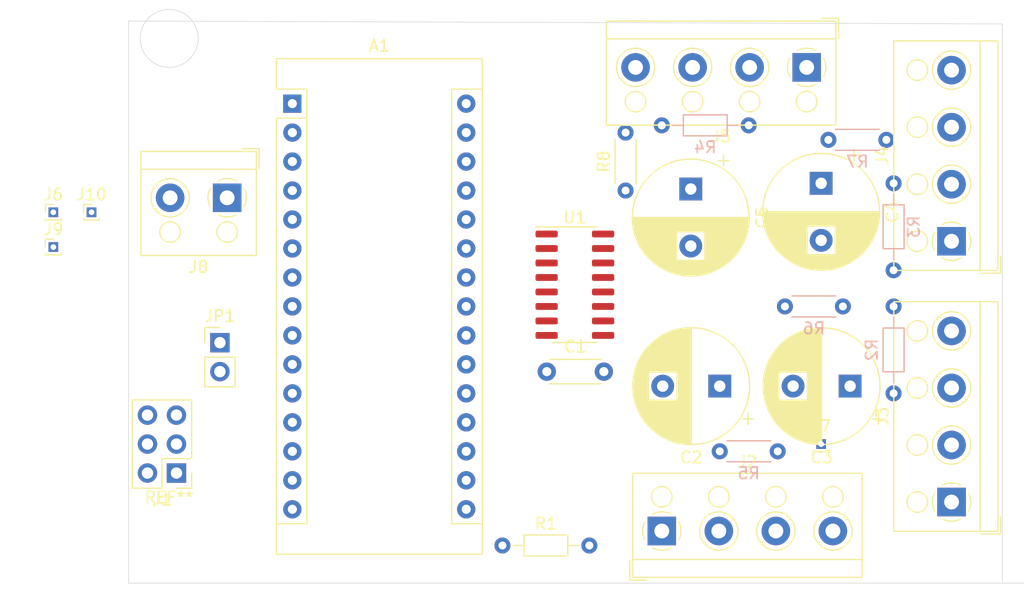
<source format=kicad_pcb>
(kicad_pcb (version 20171130) (host pcbnew "(5.1.4)-1")

  (general
    (thickness 1.6)
    (drawings 5)
    (tracks 0)
    (zones 0)
    (modules 27)
    (nets 46)
  )

  (page A4)
  (layers
    (0 F.Cu signal)
    (31 B.Cu signal)
    (32 B.Adhes user)
    (33 F.Adhes user)
    (34 B.Paste user)
    (35 F.Paste user)
    (36 B.SilkS user)
    (37 F.SilkS user)
    (38 B.Mask user)
    (39 F.Mask user)
    (40 Dwgs.User user)
    (41 Cmts.User user)
    (42 Eco1.User user)
    (43 Eco2.User user)
    (44 Edge.Cuts user)
    (45 Margin user)
    (46 B.CrtYd user)
    (47 F.CrtYd user)
    (48 B.Fab user)
    (49 F.Fab user)
  )

  (setup
    (last_trace_width 0.25)
    (trace_clearance 0.2)
    (zone_clearance 0.508)
    (zone_45_only no)
    (trace_min 0.2)
    (via_size 0.8)
    (via_drill 0.4)
    (via_min_size 0.4)
    (via_min_drill 0.3)
    (uvia_size 0.3)
    (uvia_drill 0.1)
    (uvias_allowed no)
    (uvia_min_size 0.2)
    (uvia_min_drill 0.1)
    (edge_width 0.05)
    (segment_width 0.2)
    (pcb_text_width 0.3)
    (pcb_text_size 1.5 1.5)
    (mod_edge_width 0.12)
    (mod_text_size 1 1)
    (mod_text_width 0.15)
    (pad_size 1.524 1.524)
    (pad_drill 0.762)
    (pad_to_mask_clearance 0.051)
    (solder_mask_min_width 0.25)
    (aux_axis_origin 0 0)
    (visible_elements 7FFFFFFF)
    (pcbplotparams
      (layerselection 0x010fc_ffffffff)
      (usegerberextensions false)
      (usegerberattributes false)
      (usegerberadvancedattributes false)
      (creategerberjobfile false)
      (excludeedgelayer true)
      (linewidth 0.100000)
      (plotframeref false)
      (viasonmask false)
      (mode 1)
      (useauxorigin false)
      (hpglpennumber 1)
      (hpglpenspeed 20)
      (hpglpendiameter 15.000000)
      (psnegative false)
      (psa4output false)
      (plotreference true)
      (plotvalue true)
      (plotinvisibletext false)
      (padsonsilk false)
      (subtractmaskfromsilk false)
      (outputformat 1)
      (mirror false)
      (drillshape 1)
      (scaleselection 1)
      (outputdirectory ""))
  )

  (net 0 "")
  (net 1 "Net-(A1-Pad16)")
  (net 2 "Net-(A1-Pad15)")
  (net 3 "Net-(A1-Pad30)")
  (net 4 "Net-(A1-Pad14)")
  (net 5 "Net-(A1-Pad29)")
  (net 6 "Net-(A1-Pad13)")
  (net 7 "Net-(A1-Pad28)")
  (net 8 "Net-(A1-Pad12)")
  (net 9 "Net-(A1-Pad11)")
  (net 10 "Net-(A1-Pad26)")
  (net 11 "Net-(A1-Pad10)")
  (net 12 "Net-(A1-Pad25)")
  (net 13 "Net-(A1-Pad8)")
  (net 14 "Net-(A1-Pad7)")
  (net 15 "Net-(A1-Pad6)")
  (net 16 "Net-(A1-Pad3)")
  (net 17 "Net-(A1-Pad18)")
  (net 18 "Net-(A1-Pad2)")
  (net 19 "Net-(A1-Pad17)")
  (net 20 SCL)
  (net 21 SDA)
  (net 22 BUSY)
  (net 23 GND)
  (net 24 +5V)
  (net 25 ALARM)
  (net 26 "Net-(J2-Pad4)")
  (net 27 "Net-(A1-Pad1)")
  (net 28 "Net-(J1-Pad2)")
  (net 29 "Net-(C2-Pad1)")
  (net 30 "Net-(C3-Pad1)")
  (net 31 "Net-(C4-Pad1)")
  (net 32 "Net-(C5-Pad1)")
  (net 33 "Net-(J3-Pad4)")
  (net 34 "Net-(J3-Pad3)")
  (net 35 "Net-(J4-Pad4)")
  (net 36 "Net-(J4-Pad3)")
  (net 37 "Net-(J5-Pad3)")
  (net 38 "Net-(J2-Pad3)")
  (net 39 IO0)
  (net 40 "Net-(A1-Pad5)")
  (net 41 IO1)
  (net 42 IO3)
  (net 43 IO2)
  (net 44 "Net-(J10-Pad1)")
  (net 45 "Net-(JP1-Pad1)")

  (net_class Default "This is the default net class."
    (clearance 0.2)
    (trace_width 0.25)
    (via_dia 0.8)
    (via_drill 0.4)
    (uvia_dia 0.3)
    (uvia_drill 0.1)
    (add_net +5V)
    (add_net ALARM)
    (add_net BUSY)
    (add_net GND)
    (add_net IO0)
    (add_net IO1)
    (add_net IO2)
    (add_net IO3)
    (add_net "Net-(A1-Pad1)")
    (add_net "Net-(A1-Pad10)")
    (add_net "Net-(A1-Pad11)")
    (add_net "Net-(A1-Pad12)")
    (add_net "Net-(A1-Pad13)")
    (add_net "Net-(A1-Pad14)")
    (add_net "Net-(A1-Pad15)")
    (add_net "Net-(A1-Pad16)")
    (add_net "Net-(A1-Pad17)")
    (add_net "Net-(A1-Pad18)")
    (add_net "Net-(A1-Pad2)")
    (add_net "Net-(A1-Pad25)")
    (add_net "Net-(A1-Pad26)")
    (add_net "Net-(A1-Pad28)")
    (add_net "Net-(A1-Pad29)")
    (add_net "Net-(A1-Pad3)")
    (add_net "Net-(A1-Pad30)")
    (add_net "Net-(A1-Pad5)")
    (add_net "Net-(A1-Pad6)")
    (add_net "Net-(A1-Pad7)")
    (add_net "Net-(A1-Pad8)")
    (add_net "Net-(C2-Pad1)")
    (add_net "Net-(C3-Pad1)")
    (add_net "Net-(C4-Pad1)")
    (add_net "Net-(C5-Pad1)")
    (add_net "Net-(J1-Pad2)")
    (add_net "Net-(J10-Pad1)")
    (add_net "Net-(J2-Pad3)")
    (add_net "Net-(J2-Pad4)")
    (add_net "Net-(J3-Pad3)")
    (add_net "Net-(J3-Pad4)")
    (add_net "Net-(J4-Pad3)")
    (add_net "Net-(J4-Pad4)")
    (add_net "Net-(J5-Pad3)")
    (add_net "Net-(JP1-Pad1)")
    (add_net SCL)
    (add_net SDA)
  )

  (module MountingHole:MountingHole_3.2mm_M3 (layer F.Cu) (tedit 56D1B4CB) (tstamp 5EB394E8)
    (at 157.48 120.65)
    (descr "Mounting Hole 3.2mm, no annular, M3")
    (tags "mounting hole 3.2mm no annular m3")
    (attr virtual)
    (fp_text reference REF** (at 0 -4.2) (layer F.SilkS)
      (effects (font (size 1 1) (thickness 0.15)))
    )
    (fp_text value MountingHole_3.2mm_M3 (at 0 4.2) (layer F.Fab)
      (effects (font (size 1 1) (thickness 0.15)))
    )
    (fp_circle (center 0 0) (end 3.45 0) (layer F.CrtYd) (width 0.05))
    (fp_circle (center 0 0) (end 3.2 0) (layer Cmts.User) (width 0.15))
    (fp_text user %R (at 0.3 0) (layer F.Fab)
      (effects (font (size 1 1) (thickness 0.15)))
    )
    (pad 1 np_thru_hole circle (at 0 0) (size 3.2 3.2) (drill 3.2) (layers *.Cu *.Mask))
  )

  (module Connector_PinHeader_1.00mm:PinHeader_1x01_P1.00mm_Vertical (layer F.Cu) (tedit 59FED738) (tstamp 5EB3690C)
    (at 150.67 91.44)
    (descr "Through hole straight pin header, 1x01, 1.00mm pitch, single row")
    (tags "Through hole pin header THT 1x01 1.00mm single row")
    (path /5EB6DA15)
    (fp_text reference J10 (at 0 -1.56) (layer F.SilkS)
      (effects (font (size 1 1) (thickness 0.15)))
    )
    (fp_text value Conn_01x01 (at 0 1.56) (layer F.Fab)
      (effects (font (size 1 1) (thickness 0.15)))
    )
    (fp_text user %R (at 0 0 90) (layer F.Fab)
      (effects (font (size 0.76 0.76) (thickness 0.114)))
    )
    (fp_line (start 1.15 -1) (end -1.15 -1) (layer F.CrtYd) (width 0.05))
    (fp_line (start 1.15 1) (end 1.15 -1) (layer F.CrtYd) (width 0.05))
    (fp_line (start -1.15 1) (end 1.15 1) (layer F.CrtYd) (width 0.05))
    (fp_line (start -1.15 -1) (end -1.15 1) (layer F.CrtYd) (width 0.05))
    (fp_line (start -0.695 -0.685) (end 0 -0.685) (layer F.SilkS) (width 0.12))
    (fp_line (start -0.695 0) (end -0.695 -0.685) (layer F.SilkS) (width 0.12))
    (fp_line (start 0.608276 0.685) (end 0.695 0.685) (layer F.SilkS) (width 0.12))
    (fp_line (start -0.695 0.685) (end -0.608276 0.685) (layer F.SilkS) (width 0.12))
    (fp_line (start 0.695 0.685) (end 0.695 0.56) (layer F.SilkS) (width 0.12))
    (fp_line (start -0.695 0.685) (end -0.695 0.56) (layer F.SilkS) (width 0.12))
    (fp_line (start -0.695 0.685) (end 0.695 0.685) (layer F.SilkS) (width 0.12))
    (fp_line (start -0.635 -0.1825) (end -0.3175 -0.5) (layer F.Fab) (width 0.1))
    (fp_line (start -0.635 0.5) (end -0.635 -0.1825) (layer F.Fab) (width 0.1))
    (fp_line (start 0.635 0.5) (end -0.635 0.5) (layer F.Fab) (width 0.1))
    (fp_line (start 0.635 -0.5) (end 0.635 0.5) (layer F.Fab) (width 0.1))
    (fp_line (start -0.3175 -0.5) (end 0.635 -0.5) (layer F.Fab) (width 0.1))
    (pad 1 thru_hole rect (at 0 0) (size 0.85 0.85) (drill 0.5) (layers *.Cu *.Mask)
      (net 44 "Net-(J10-Pad1)"))
    (model ${KISYS3DMOD}/Connector_PinHeader_1.00mm.3dshapes/PinHeader_1x01_P1.00mm_Vertical.wrl
      (at (xyz 0 0 0))
      (scale (xyz 1 1 1))
      (rotate (xyz 0 0 0))
    )
  )

  (module Connector_PinHeader_1.00mm:PinHeader_1x01_P1.00mm_Vertical (layer F.Cu) (tedit 59FED738) (tstamp 5EB368F6)
    (at 147.32 94.49)
    (descr "Through hole straight pin header, 1x01, 1.00mm pitch, single row")
    (tags "Through hole pin header THT 1x01 1.00mm single row")
    (path /5EB6D777)
    (fp_text reference J9 (at 0 -1.56) (layer F.SilkS)
      (effects (font (size 1 1) (thickness 0.15)))
    )
    (fp_text value Conn_01x01 (at 0 1.56) (layer F.Fab)
      (effects (font (size 1 1) (thickness 0.15)))
    )
    (fp_text user %R (at 0 0 90) (layer F.Fab)
      (effects (font (size 0.76 0.76) (thickness 0.114)))
    )
    (fp_line (start 1.15 -1) (end -1.15 -1) (layer F.CrtYd) (width 0.05))
    (fp_line (start 1.15 1) (end 1.15 -1) (layer F.CrtYd) (width 0.05))
    (fp_line (start -1.15 1) (end 1.15 1) (layer F.CrtYd) (width 0.05))
    (fp_line (start -1.15 -1) (end -1.15 1) (layer F.CrtYd) (width 0.05))
    (fp_line (start -0.695 -0.685) (end 0 -0.685) (layer F.SilkS) (width 0.12))
    (fp_line (start -0.695 0) (end -0.695 -0.685) (layer F.SilkS) (width 0.12))
    (fp_line (start 0.608276 0.685) (end 0.695 0.685) (layer F.SilkS) (width 0.12))
    (fp_line (start -0.695 0.685) (end -0.608276 0.685) (layer F.SilkS) (width 0.12))
    (fp_line (start 0.695 0.685) (end 0.695 0.56) (layer F.SilkS) (width 0.12))
    (fp_line (start -0.695 0.685) (end -0.695 0.56) (layer F.SilkS) (width 0.12))
    (fp_line (start -0.695 0.685) (end 0.695 0.685) (layer F.SilkS) (width 0.12))
    (fp_line (start -0.635 -0.1825) (end -0.3175 -0.5) (layer F.Fab) (width 0.1))
    (fp_line (start -0.635 0.5) (end -0.635 -0.1825) (layer F.Fab) (width 0.1))
    (fp_line (start 0.635 0.5) (end -0.635 0.5) (layer F.Fab) (width 0.1))
    (fp_line (start 0.635 -0.5) (end 0.635 0.5) (layer F.Fab) (width 0.1))
    (fp_line (start -0.3175 -0.5) (end 0.635 -0.5) (layer F.Fab) (width 0.1))
    (pad 1 thru_hole rect (at 0 0) (size 0.85 0.85) (drill 0.5) (layers *.Cu *.Mask)
      (net 35 "Net-(J4-Pad4)"))
    (model ${KISYS3DMOD}/Connector_PinHeader_1.00mm.3dshapes/PinHeader_1x01_P1.00mm_Vertical.wrl
      (at (xyz 0 0 0))
      (scale (xyz 1 1 1))
      (rotate (xyz 0 0 0))
    )
  )

  (module TerminalBlock_RND:TerminalBlock_RND_205-00001_1x02_P5.00mm_Horizontal (layer F.Cu) (tedit 5B294F8C) (tstamp 5EB368E0)
    (at 162.56 90.17 180)
    (descr "terminal block RND 205-00001, 2 pins, pitch 5mm, size 10x9mm^2, drill diamater 1.3mm, pad diameter 2.5mm, see http://cdn-reichelt.de/documents/datenblatt/C151/RND_205-00001_DB_EN.pdf, script-generated using https://github.com/pointhi/kicad-footprint-generator/scripts/TerminalBlock_RND")
    (tags "THT terminal block RND 205-00001 pitch 5mm size 10x9mm^2 drill 1.3mm pad 2.5mm")
    (path /5EB7433E)
    (fp_text reference J8 (at 2.5 -6.06) (layer F.SilkS)
      (effects (font (size 1 1) (thickness 0.15)))
    )
    (fp_text value Screw_Terminal_01x02 (at 2.5 5.06) (layer F.Fab)
      (effects (font (size 1 1) (thickness 0.15)))
    )
    (fp_text user %R (at 2.5 -6.06) (layer F.Fab)
      (effects (font (size 1 1) (thickness 0.15)))
    )
    (fp_line (start 8 -5.5) (end -3 -5.5) (layer F.CrtYd) (width 0.05))
    (fp_line (start 8 4.5) (end 8 -5.5) (layer F.CrtYd) (width 0.05))
    (fp_line (start -3 4.5) (end 8 4.5) (layer F.CrtYd) (width 0.05))
    (fp_line (start -3 -5.5) (end -3 4.5) (layer F.CrtYd) (width 0.05))
    (fp_line (start -2.8 4.3) (end -1.3 4.3) (layer F.SilkS) (width 0.12))
    (fp_line (start -2.8 2.56) (end -2.8 4.3) (layer F.SilkS) (width 0.12))
    (fp_line (start 3.82 0.976) (end 3.726 1.069) (layer F.SilkS) (width 0.12))
    (fp_line (start 6.07 -1.275) (end 6.011 -1.216) (layer F.SilkS) (width 0.12))
    (fp_line (start 3.99 1.216) (end 3.931 1.274) (layer F.SilkS) (width 0.12))
    (fp_line (start 6.275 -1.069) (end 6.181 -0.976) (layer F.SilkS) (width 0.12))
    (fp_line (start 5.955 -1.138) (end 3.863 0.955) (layer F.Fab) (width 0.1))
    (fp_line (start 6.138 -0.955) (end 4.046 1.138) (layer F.Fab) (width 0.1))
    (fp_line (start 0.955 -1.138) (end -1.138 0.955) (layer F.Fab) (width 0.1))
    (fp_line (start 1.138 -0.955) (end -0.955 1.138) (layer F.Fab) (width 0.1))
    (fp_line (start 7.56 -5.06) (end 7.56 4.06) (layer F.SilkS) (width 0.12))
    (fp_line (start -2.56 -5.06) (end -2.56 4.06) (layer F.SilkS) (width 0.12))
    (fp_line (start -2.56 4.06) (end 7.56 4.06) (layer F.SilkS) (width 0.12))
    (fp_line (start -2.56 -5.06) (end 7.56 -5.06) (layer F.SilkS) (width 0.12))
    (fp_line (start -2.56 2.5) (end 7.56 2.5) (layer F.SilkS) (width 0.12))
    (fp_line (start -2.5 2.5) (end 7.5 2.5) (layer F.Fab) (width 0.1))
    (fp_line (start -2.5 2.5) (end -2.5 -5) (layer F.Fab) (width 0.1))
    (fp_line (start -1 4) (end -2.5 2.5) (layer F.Fab) (width 0.1))
    (fp_line (start 7.5 4) (end -1 4) (layer F.Fab) (width 0.1))
    (fp_line (start 7.5 -5) (end 7.5 4) (layer F.Fab) (width 0.1))
    (fp_line (start -2.5 -5) (end 7.5 -5) (layer F.Fab) (width 0.1))
    (fp_circle (center 5 -3) (end 5.9 -3) (layer F.SilkS) (width 0.12))
    (fp_circle (center 5 -3) (end 5.9 -3) (layer F.Fab) (width 0.1))
    (fp_circle (center 5 0) (end 6.68 0) (layer F.SilkS) (width 0.12))
    (fp_circle (center 5 0) (end 6.5 0) (layer F.Fab) (width 0.1))
    (fp_circle (center 0 -3) (end 0.9 -3) (layer F.SilkS) (width 0.12))
    (fp_circle (center 0 -3) (end 0.9 -3) (layer F.Fab) (width 0.1))
    (fp_circle (center 0 0) (end 1.5 0) (layer F.Fab) (width 0.1))
    (fp_arc (start 0 0) (end -0.789 1.484) (angle -29) (layer F.SilkS) (width 0.12))
    (fp_arc (start 0 0) (end -1.484 -0.789) (angle -56) (layer F.SilkS) (width 0.12))
    (fp_arc (start 0 0) (end 0.789 -1.484) (angle -56) (layer F.SilkS) (width 0.12))
    (fp_arc (start 0 0) (end 1.484 0.789) (angle -56) (layer F.SilkS) (width 0.12))
    (fp_arc (start 0 0) (end 0 1.68) (angle -28) (layer F.SilkS) (width 0.12))
    (pad 2 thru_hole circle (at 5 0 180) (size 2.5 2.5) (drill 1.3) (layers *.Cu *.Mask)
      (net 24 +5V))
    (pad 1 thru_hole rect (at 0 0 180) (size 2.5 2.5) (drill 1.3) (layers *.Cu *.Mask)
      (net 23 GND))
    (model ${KISYS3DMOD}/TerminalBlock_RND.3dshapes/TerminalBlock_RND_205-00001_1x02_P5.00mm_Horizontal.wrl
      (at (xyz 0 0 0))
      (scale (xyz 1 1 1))
      (rotate (xyz 0 0 0))
    )
  )

  (module Connector_PinHeader_1.00mm:PinHeader_1x01_P1.00mm_Vertical (layer F.Cu) (tedit 59FED738) (tstamp 5EB3688A)
    (at 147.32 91.44)
    (descr "Through hole straight pin header, 1x01, 1.00mm pitch, single row")
    (tags "Through hole pin header THT 1x01 1.00mm single row")
    (path /5EB6C5A7)
    (fp_text reference J6 (at 0 -1.56) (layer F.SilkS)
      (effects (font (size 1 1) (thickness 0.15)))
    )
    (fp_text value Conn_01x01 (at 0 1.56) (layer F.Fab)
      (effects (font (size 1 1) (thickness 0.15)))
    )
    (fp_text user %R (at 0 0 90) (layer F.Fab)
      (effects (font (size 0.76 0.76) (thickness 0.114)))
    )
    (fp_line (start 1.15 -1) (end -1.15 -1) (layer F.CrtYd) (width 0.05))
    (fp_line (start 1.15 1) (end 1.15 -1) (layer F.CrtYd) (width 0.05))
    (fp_line (start -1.15 1) (end 1.15 1) (layer F.CrtYd) (width 0.05))
    (fp_line (start -1.15 -1) (end -1.15 1) (layer F.CrtYd) (width 0.05))
    (fp_line (start -0.695 -0.685) (end 0 -0.685) (layer F.SilkS) (width 0.12))
    (fp_line (start -0.695 0) (end -0.695 -0.685) (layer F.SilkS) (width 0.12))
    (fp_line (start 0.608276 0.685) (end 0.695 0.685) (layer F.SilkS) (width 0.12))
    (fp_line (start -0.695 0.685) (end -0.608276 0.685) (layer F.SilkS) (width 0.12))
    (fp_line (start 0.695 0.685) (end 0.695 0.56) (layer F.SilkS) (width 0.12))
    (fp_line (start -0.695 0.685) (end -0.695 0.56) (layer F.SilkS) (width 0.12))
    (fp_line (start -0.695 0.685) (end 0.695 0.685) (layer F.SilkS) (width 0.12))
    (fp_line (start -0.635 -0.1825) (end -0.3175 -0.5) (layer F.Fab) (width 0.1))
    (fp_line (start -0.635 0.5) (end -0.635 -0.1825) (layer F.Fab) (width 0.1))
    (fp_line (start 0.635 0.5) (end -0.635 0.5) (layer F.Fab) (width 0.1))
    (fp_line (start 0.635 -0.5) (end 0.635 0.5) (layer F.Fab) (width 0.1))
    (fp_line (start -0.3175 -0.5) (end 0.635 -0.5) (layer F.Fab) (width 0.1))
    (pad 1 thru_hole rect (at 0 0) (size 0.85 0.85) (drill 0.5) (layers *.Cu *.Mask)
      (net 33 "Net-(J3-Pad4)"))
    (model ${KISYS3DMOD}/Connector_PinHeader_1.00mm.3dshapes/PinHeader_1x01_P1.00mm_Vertical.wrl
      (at (xyz 0 0 0))
      (scale (xyz 1 1 1))
      (rotate (xyz 0 0 0))
    )
  )

  (module Resistor_THT:R_Axial_DIN0204_L3.6mm_D1.6mm_P5.08mm_Horizontal (layer B.Cu) (tedit 5AE5139B) (tstamp 5EB1EED4)
    (at 205.74 112.395)
    (descr "Resistor, Axial_DIN0204 series, Axial, Horizontal, pin pitch=5.08mm, 0.167W, length*diameter=3.6*1.6mm^2, http://cdn-reichelt.de/documents/datenblatt/B400/1_4W%23YAG.pdf")
    (tags "Resistor Axial_DIN0204 series Axial Horizontal pin pitch 5.08mm 0.167W length 3.6mm diameter 1.6mm")
    (path /5EB51C35)
    (fp_text reference R5 (at 2.54 1.92 180) (layer B.SilkS)
      (effects (font (size 1 1) (thickness 0.15)) (justify mirror))
    )
    (fp_text value R (at 2.54 -1.92 180) (layer B.Fab)
      (effects (font (size 1 1) (thickness 0.15)) (justify mirror))
    )
    (fp_text user %R (at 0 0 180) (layer F.Fab)
      (effects (font (size 0.72 0.72) (thickness 0.108)))
    )
    (fp_line (start 6.03 1.05) (end -0.95 1.05) (layer B.CrtYd) (width 0.05))
    (fp_line (start 6.03 -1.05) (end 6.03 1.05) (layer B.CrtYd) (width 0.05))
    (fp_line (start -0.95 -1.05) (end 6.03 -1.05) (layer B.CrtYd) (width 0.05))
    (fp_line (start -0.95 1.05) (end -0.95 -1.05) (layer B.CrtYd) (width 0.05))
    (fp_line (start 0.62 -0.92) (end 4.46 -0.92) (layer B.SilkS) (width 0.12))
    (fp_line (start 0.62 0.92) (end 4.46 0.92) (layer B.SilkS) (width 0.12))
    (fp_line (start 5.08 0) (end 4.34 0) (layer B.Fab) (width 0.1))
    (fp_line (start 0 0) (end 0.74 0) (layer B.Fab) (width 0.1))
    (fp_line (start 4.34 0.8) (end 0.74 0.8) (layer B.Fab) (width 0.1))
    (fp_line (start 4.34 -0.8) (end 4.34 0.8) (layer B.Fab) (width 0.1))
    (fp_line (start 0.74 -0.8) (end 4.34 -0.8) (layer B.Fab) (width 0.1))
    (fp_line (start 0.74 0.8) (end 0.74 -0.8) (layer B.Fab) (width 0.1))
    (pad 2 thru_hole oval (at 5.08 0) (size 1.4 1.4) (drill 0.7) (layers *.Cu *.Mask)
      (net 38 "Net-(J2-Pad3)"))
    (pad 1 thru_hole circle (at 0 0) (size 1.4 1.4) (drill 0.7) (layers *.Cu *.Mask)
      (net 39 IO0))
    (model ${KISYS3DMOD}/Resistor_THT.3dshapes/R_Axial_DIN0204_L3.6mm_D1.6mm_P5.08mm_Horizontal.wrl
      (at (xyz 0 0 0))
      (scale (xyz 1 1 1))
      (rotate (xyz 0 0 0))
    )
  )

  (module Resistor_THT:R_Axial_DIN0204_L3.6mm_D1.6mm_P5.08mm_Horizontal (layer F.Cu) (tedit 5AE5139B) (tstamp 5EB1EF0D)
    (at 197.485 89.535 90)
    (descr "Resistor, Axial_DIN0204 series, Axial, Horizontal, pin pitch=5.08mm, 0.167W, length*diameter=3.6*1.6mm^2, http://cdn-reichelt.de/documents/datenblatt/B400/1_4W%23YAG.pdf")
    (tags "Resistor Axial_DIN0204 series Axial Horizontal pin pitch 5.08mm 0.167W length 3.6mm diameter 1.6mm")
    (path /5EB5317A)
    (fp_text reference R8 (at 2.54 -1.92 90) (layer F.SilkS)
      (effects (font (size 1 1) (thickness 0.15)))
    )
    (fp_text value R (at 2.54 1.92 90) (layer F.Fab)
      (effects (font (size 1 1) (thickness 0.15)))
    )
    (fp_text user %R (at 2.54 0 90) (layer F.Fab)
      (effects (font (size 0.72 0.72) (thickness 0.108)))
    )
    (fp_line (start 6.03 -1.05) (end -0.95 -1.05) (layer F.CrtYd) (width 0.05))
    (fp_line (start 6.03 1.05) (end 6.03 -1.05) (layer F.CrtYd) (width 0.05))
    (fp_line (start -0.95 1.05) (end 6.03 1.05) (layer F.CrtYd) (width 0.05))
    (fp_line (start -0.95 -1.05) (end -0.95 1.05) (layer F.CrtYd) (width 0.05))
    (fp_line (start 0.62 0.92) (end 4.46 0.92) (layer F.SilkS) (width 0.12))
    (fp_line (start 0.62 -0.92) (end 4.46 -0.92) (layer F.SilkS) (width 0.12))
    (fp_line (start 5.08 0) (end 4.34 0) (layer F.Fab) (width 0.1))
    (fp_line (start 0 0) (end 0.74 0) (layer F.Fab) (width 0.1))
    (fp_line (start 4.34 -0.8) (end 0.74 -0.8) (layer F.Fab) (width 0.1))
    (fp_line (start 4.34 0.8) (end 4.34 -0.8) (layer F.Fab) (width 0.1))
    (fp_line (start 0.74 0.8) (end 4.34 0.8) (layer F.Fab) (width 0.1))
    (fp_line (start 0.74 -0.8) (end 0.74 0.8) (layer F.Fab) (width 0.1))
    (pad 2 thru_hole oval (at 5.08 0 90) (size 1.4 1.4) (drill 0.7) (layers *.Cu *.Mask)
      (net 37 "Net-(J5-Pad3)"))
    (pad 1 thru_hole circle (at 0 0 90) (size 1.4 1.4) (drill 0.7) (layers *.Cu *.Mask)
      (net 42 IO3))
    (model ${KISYS3DMOD}/Resistor_THT.3dshapes/R_Axial_DIN0204_L3.6mm_D1.6mm_P5.08mm_Horizontal.wrl
      (at (xyz 0 0 0))
      (scale (xyz 1 1 1))
      (rotate (xyz 0 0 0))
    )
  )

  (module Resistor_THT:R_Axial_DIN0204_L3.6mm_D1.6mm_P5.08mm_Horizontal (layer B.Cu) (tedit 5AE5139B) (tstamp 5EB1EEFA)
    (at 215.265 85.09)
    (descr "Resistor, Axial_DIN0204 series, Axial, Horizontal, pin pitch=5.08mm, 0.167W, length*diameter=3.6*1.6mm^2, http://cdn-reichelt.de/documents/datenblatt/B400/1_4W%23YAG.pdf")
    (tags "Resistor Axial_DIN0204 series Axial Horizontal pin pitch 5.08mm 0.167W length 3.6mm diameter 1.6mm")
    (path /5EB52EFE)
    (fp_text reference R7 (at 2.54 1.92) (layer B.SilkS)
      (effects (font (size 1 1) (thickness 0.15)) (justify mirror))
    )
    (fp_text value R (at 2.54 -1.92) (layer B.Fab)
      (effects (font (size 1 1) (thickness 0.15)) (justify mirror))
    )
    (fp_text user %R (at 2.54 0) (layer B.Fab)
      (effects (font (size 0.72 0.72) (thickness 0.108)) (justify mirror))
    )
    (fp_line (start 6.03 1.05) (end -0.95 1.05) (layer B.CrtYd) (width 0.05))
    (fp_line (start 6.03 -1.05) (end 6.03 1.05) (layer B.CrtYd) (width 0.05))
    (fp_line (start -0.95 -1.05) (end 6.03 -1.05) (layer B.CrtYd) (width 0.05))
    (fp_line (start -0.95 1.05) (end -0.95 -1.05) (layer B.CrtYd) (width 0.05))
    (fp_line (start 0.62 -0.92) (end 4.46 -0.92) (layer B.SilkS) (width 0.12))
    (fp_line (start 0.62 0.92) (end 4.46 0.92) (layer B.SilkS) (width 0.12))
    (fp_line (start 5.08 0) (end 4.34 0) (layer B.Fab) (width 0.1))
    (fp_line (start 0 0) (end 0.74 0) (layer B.Fab) (width 0.1))
    (fp_line (start 4.34 0.8) (end 0.74 0.8) (layer B.Fab) (width 0.1))
    (fp_line (start 4.34 -0.8) (end 4.34 0.8) (layer B.Fab) (width 0.1))
    (fp_line (start 0.74 -0.8) (end 4.34 -0.8) (layer B.Fab) (width 0.1))
    (fp_line (start 0.74 0.8) (end 0.74 -0.8) (layer B.Fab) (width 0.1))
    (pad 2 thru_hole oval (at 5.08 0) (size 1.4 1.4) (drill 0.7) (layers *.Cu *.Mask)
      (net 36 "Net-(J4-Pad3)"))
    (pad 1 thru_hole circle (at 0 0) (size 1.4 1.4) (drill 0.7) (layers *.Cu *.Mask)
      (net 43 IO2))
    (model ${KISYS3DMOD}/Resistor_THT.3dshapes/R_Axial_DIN0204_L3.6mm_D1.6mm_P5.08mm_Horizontal.wrl
      (at (xyz 0 0 0))
      (scale (xyz 1 1 1))
      (rotate (xyz 0 0 0))
    )
  )

  (module Resistor_THT:R_Axial_DIN0204_L3.6mm_D1.6mm_P5.08mm_Horizontal (layer B.Cu) (tedit 5AE5139B) (tstamp 5EB1EEE7)
    (at 211.455 99.695)
    (descr "Resistor, Axial_DIN0204 series, Axial, Horizontal, pin pitch=5.08mm, 0.167W, length*diameter=3.6*1.6mm^2, http://cdn-reichelt.de/documents/datenblatt/B400/1_4W%23YAG.pdf")
    (tags "Resistor Axial_DIN0204 series Axial Horizontal pin pitch 5.08mm 0.167W length 3.6mm diameter 1.6mm")
    (path /5EB52924)
    (fp_text reference R6 (at 2.54 1.92) (layer B.SilkS)
      (effects (font (size 1 1) (thickness 0.15)) (justify mirror))
    )
    (fp_text value R (at 2.54 -1.92) (layer B.Fab)
      (effects (font (size 1 1) (thickness 0.15)) (justify mirror))
    )
    (fp_text user %R (at 2.54 0) (layer B.Fab)
      (effects (font (size 0.72 0.72) (thickness 0.108)) (justify mirror))
    )
    (fp_line (start 6.03 1.05) (end -0.95 1.05) (layer B.CrtYd) (width 0.05))
    (fp_line (start 6.03 -1.05) (end 6.03 1.05) (layer B.CrtYd) (width 0.05))
    (fp_line (start -0.95 -1.05) (end 6.03 -1.05) (layer B.CrtYd) (width 0.05))
    (fp_line (start -0.95 1.05) (end -0.95 -1.05) (layer B.CrtYd) (width 0.05))
    (fp_line (start 0.62 -0.92) (end 4.46 -0.92) (layer B.SilkS) (width 0.12))
    (fp_line (start 0.62 0.92) (end 4.46 0.92) (layer B.SilkS) (width 0.12))
    (fp_line (start 5.08 0) (end 4.34 0) (layer B.Fab) (width 0.1))
    (fp_line (start 0 0) (end 0.74 0) (layer B.Fab) (width 0.1))
    (fp_line (start 4.34 0.8) (end 0.74 0.8) (layer B.Fab) (width 0.1))
    (fp_line (start 4.34 -0.8) (end 4.34 0.8) (layer B.Fab) (width 0.1))
    (fp_line (start 0.74 -0.8) (end 4.34 -0.8) (layer B.Fab) (width 0.1))
    (fp_line (start 0.74 0.8) (end 0.74 -0.8) (layer B.Fab) (width 0.1))
    (pad 2 thru_hole oval (at 5.08 0) (size 1.4 1.4) (drill 0.7) (layers *.Cu *.Mask)
      (net 34 "Net-(J3-Pad3)"))
    (pad 1 thru_hole circle (at 0 0) (size 1.4 1.4) (drill 0.7) (layers *.Cu *.Mask)
      (net 41 IO1))
    (model ${KISYS3DMOD}/Resistor_THT.3dshapes/R_Axial_DIN0204_L3.6mm_D1.6mm_P5.08mm_Horizontal.wrl
      (at (xyz 0 0 0))
      (scale (xyz 1 1 1))
      (rotate (xyz 0 0 0))
    )
  )

  (module Resistor_THT:R_Axial_DIN0204_L3.6mm_D1.6mm_P7.62mm_Horizontal (layer B.Cu) (tedit 5AE5139B) (tstamp 5EB1B26D)
    (at 200.66 83.82)
    (descr "Resistor, Axial_DIN0204 series, Axial, Horizontal, pin pitch=7.62mm, 0.167W, length*diameter=3.6*1.6mm^2, http://cdn-reichelt.de/documents/datenblatt/B400/1_4W%23YAG.pdf")
    (tags "Resistor Axial_DIN0204 series Axial Horizontal pin pitch 7.62mm 0.167W length 3.6mm diameter 1.6mm")
    (path /5EB3D3CD)
    (fp_text reference R4 (at 3.81 1.92) (layer B.SilkS)
      (effects (font (size 1 1) (thickness 0.15)) (justify mirror))
    )
    (fp_text value 10 (at 3.81 -1.92) (layer B.Fab)
      (effects (font (size 1 1) (thickness 0.15)) (justify mirror))
    )
    (fp_text user %R (at 3.81 0) (layer B.Fab)
      (effects (font (size 0.72 0.72) (thickness 0.108)) (justify mirror))
    )
    (fp_line (start 8.57 1.05) (end -0.95 1.05) (layer B.CrtYd) (width 0.05))
    (fp_line (start 8.57 -1.05) (end 8.57 1.05) (layer B.CrtYd) (width 0.05))
    (fp_line (start -0.95 -1.05) (end 8.57 -1.05) (layer B.CrtYd) (width 0.05))
    (fp_line (start -0.95 1.05) (end -0.95 -1.05) (layer B.CrtYd) (width 0.05))
    (fp_line (start 6.68 0) (end 5.73 0) (layer B.SilkS) (width 0.12))
    (fp_line (start 0.94 0) (end 1.89 0) (layer B.SilkS) (width 0.12))
    (fp_line (start 5.73 0.92) (end 1.89 0.92) (layer B.SilkS) (width 0.12))
    (fp_line (start 5.73 -0.92) (end 5.73 0.92) (layer B.SilkS) (width 0.12))
    (fp_line (start 1.89 -0.92) (end 5.73 -0.92) (layer B.SilkS) (width 0.12))
    (fp_line (start 1.89 0.92) (end 1.89 -0.92) (layer B.SilkS) (width 0.12))
    (fp_line (start 7.62 0) (end 5.61 0) (layer B.Fab) (width 0.1))
    (fp_line (start 0 0) (end 2.01 0) (layer B.Fab) (width 0.1))
    (fp_line (start 5.61 0.8) (end 2.01 0.8) (layer B.Fab) (width 0.1))
    (fp_line (start 5.61 -0.8) (end 5.61 0.8) (layer B.Fab) (width 0.1))
    (fp_line (start 2.01 -0.8) (end 5.61 -0.8) (layer B.Fab) (width 0.1))
    (fp_line (start 2.01 0.8) (end 2.01 -0.8) (layer B.Fab) (width 0.1))
    (pad 2 thru_hole oval (at 7.62 0) (size 1.4 1.4) (drill 0.7) (layers *.Cu *.Mask)
      (net 32 "Net-(C5-Pad1)"))
    (pad 1 thru_hole circle (at 0 0) (size 1.4 1.4) (drill 0.7) (layers *.Cu *.Mask)
      (net 24 +5V))
    (model ${KISYS3DMOD}/Resistor_THT.3dshapes/R_Axial_DIN0204_L3.6mm_D1.6mm_P7.62mm_Horizontal.wrl
      (at (xyz 0 0 0))
      (scale (xyz 1 1 1))
      (rotate (xyz 0 0 0))
    )
  )

  (module Resistor_THT:R_Axial_DIN0204_L3.6mm_D1.6mm_P7.62mm_Horizontal (layer B.Cu) (tedit 5AE5139B) (tstamp 5EB1B256)
    (at 220.98 96.52 90)
    (descr "Resistor, Axial_DIN0204 series, Axial, Horizontal, pin pitch=7.62mm, 0.167W, length*diameter=3.6*1.6mm^2, http://cdn-reichelt.de/documents/datenblatt/B400/1_4W%23YAG.pdf")
    (tags "Resistor Axial_DIN0204 series Axial Horizontal pin pitch 7.62mm 0.167W length 3.6mm diameter 1.6mm")
    (path /5EB3BDD2)
    (fp_text reference R3 (at 3.81 1.77 270) (layer B.SilkS)
      (effects (font (size 1 1) (thickness 0.15)) (justify mirror))
    )
    (fp_text value 10 (at 3.81 -1.92 270) (layer B.Fab)
      (effects (font (size 1 1) (thickness 0.15)) (justify mirror))
    )
    (fp_text user %R (at 3.81 0 270) (layer B.Fab)
      (effects (font (size 0.72 0.72) (thickness 0.108)) (justify mirror))
    )
    (fp_line (start 8.57 1.05) (end -0.95 1.05) (layer B.CrtYd) (width 0.05))
    (fp_line (start 8.57 -1.05) (end 8.57 1.05) (layer B.CrtYd) (width 0.05))
    (fp_line (start -0.95 -1.05) (end 8.57 -1.05) (layer B.CrtYd) (width 0.05))
    (fp_line (start -0.95 1.05) (end -0.95 -1.05) (layer B.CrtYd) (width 0.05))
    (fp_line (start 6.68 0) (end 5.73 0) (layer B.SilkS) (width 0.12))
    (fp_line (start 0.94 0) (end 1.89 0) (layer B.SilkS) (width 0.12))
    (fp_line (start 5.73 0.92) (end 1.89 0.92) (layer B.SilkS) (width 0.12))
    (fp_line (start 5.73 -0.92) (end 5.73 0.92) (layer B.SilkS) (width 0.12))
    (fp_line (start 1.89 -0.92) (end 5.73 -0.92) (layer B.SilkS) (width 0.12))
    (fp_line (start 1.89 0.92) (end 1.89 -0.92) (layer B.SilkS) (width 0.12))
    (fp_line (start 7.62 0) (end 5.61 0) (layer B.Fab) (width 0.1))
    (fp_line (start 0 0) (end 2.01 0) (layer B.Fab) (width 0.1))
    (fp_line (start 5.61 0.8) (end 2.01 0.8) (layer B.Fab) (width 0.1))
    (fp_line (start 5.61 -0.8) (end 5.61 0.8) (layer B.Fab) (width 0.1))
    (fp_line (start 2.01 -0.8) (end 5.61 -0.8) (layer B.Fab) (width 0.1))
    (fp_line (start 2.01 0.8) (end 2.01 -0.8) (layer B.Fab) (width 0.1))
    (pad 2 thru_hole oval (at 7.62 0 90) (size 1.4 1.4) (drill 0.7) (layers *.Cu *.Mask)
      (net 31 "Net-(C4-Pad1)"))
    (pad 1 thru_hole circle (at 0 0 90) (size 1.4 1.4) (drill 0.7) (layers *.Cu *.Mask)
      (net 24 +5V))
    (model ${KISYS3DMOD}/Resistor_THT.3dshapes/R_Axial_DIN0204_L3.6mm_D1.6mm_P7.62mm_Horizontal.wrl
      (at (xyz 0 0 0))
      (scale (xyz 1 1 1))
      (rotate (xyz 0 0 0))
    )
  )

  (module Resistor_THT:R_Axial_DIN0204_L3.6mm_D1.6mm_P7.62mm_Horizontal (layer B.Cu) (tedit 5AE5139B) (tstamp 5EB1B23F)
    (at 220.98 99.695 270)
    (descr "Resistor, Axial_DIN0204 series, Axial, Horizontal, pin pitch=7.62mm, 0.167W, length*diameter=3.6*1.6mm^2, http://cdn-reichelt.de/documents/datenblatt/B400/1_4W%23YAG.pdf")
    (tags "Resistor Axial_DIN0204 series Axial Horizontal pin pitch 7.62mm 0.167W length 3.6mm diameter 1.6mm")
    (path /5EB39D93)
    (fp_text reference R2 (at 3.81 1.92 270) (layer B.SilkS)
      (effects (font (size 1 1) (thickness 0.15)) (justify mirror))
    )
    (fp_text value 10 (at 3.81 -1.92 270) (layer B.Fab)
      (effects (font (size 1 1) (thickness 0.15)) (justify mirror))
    )
    (fp_text user %R (at 3.81 0 270) (layer B.Fab)
      (effects (font (size 0.72 0.72) (thickness 0.108)) (justify mirror))
    )
    (fp_line (start 8.57 1.05) (end -0.95 1.05) (layer B.CrtYd) (width 0.05))
    (fp_line (start 8.57 -1.05) (end 8.57 1.05) (layer B.CrtYd) (width 0.05))
    (fp_line (start -0.95 -1.05) (end 8.57 -1.05) (layer B.CrtYd) (width 0.05))
    (fp_line (start -0.95 1.05) (end -0.95 -1.05) (layer B.CrtYd) (width 0.05))
    (fp_line (start 6.68 0) (end 5.73 0) (layer B.SilkS) (width 0.12))
    (fp_line (start 0.94 0) (end 1.89 0) (layer B.SilkS) (width 0.12))
    (fp_line (start 5.73 0.92) (end 1.89 0.92) (layer B.SilkS) (width 0.12))
    (fp_line (start 5.73 -0.92) (end 5.73 0.92) (layer B.SilkS) (width 0.12))
    (fp_line (start 1.89 -0.92) (end 5.73 -0.92) (layer B.SilkS) (width 0.12))
    (fp_line (start 1.89 0.92) (end 1.89 -0.92) (layer B.SilkS) (width 0.12))
    (fp_line (start 7.62 0) (end 5.61 0) (layer B.Fab) (width 0.1))
    (fp_line (start 0 0) (end 2.01 0) (layer B.Fab) (width 0.1))
    (fp_line (start 5.61 0.8) (end 2.01 0.8) (layer B.Fab) (width 0.1))
    (fp_line (start 5.61 -0.8) (end 5.61 0.8) (layer B.Fab) (width 0.1))
    (fp_line (start 2.01 -0.8) (end 5.61 -0.8) (layer B.Fab) (width 0.1))
    (fp_line (start 2.01 0.8) (end 2.01 -0.8) (layer B.Fab) (width 0.1))
    (pad 2 thru_hole oval (at 7.62 0 270) (size 1.4 1.4) (drill 0.7) (layers *.Cu *.Mask)
      (net 30 "Net-(C3-Pad1)"))
    (pad 1 thru_hole circle (at 0 0 270) (size 1.4 1.4) (drill 0.7) (layers *.Cu *.Mask)
      (net 24 +5V))
    (model ${KISYS3DMOD}/Resistor_THT.3dshapes/R_Axial_DIN0204_L3.6mm_D1.6mm_P7.62mm_Horizontal.wrl
      (at (xyz 0 0 0))
      (scale (xyz 1 1 1))
      (rotate (xyz 0 0 0))
    )
  )

  (module Connector_PinHeader_1.00mm:PinHeader_1x01_P1.00mm_Vertical (layer F.Cu) (tedit 59FED738) (tstamp 5EB1B1D2)
    (at 214.63 111.76)
    (descr "Through hole straight pin header, 1x01, 1.00mm pitch, single row")
    (tags "Through hole pin header THT 1x01 1.00mm single row")
    (path /5EB44E4F)
    (fp_text reference J7 (at 0 -1.56) (layer F.SilkS)
      (effects (font (size 1 1) (thickness 0.15)))
    )
    (fp_text value Conn_01x01 (at 0 1.56) (layer F.Fab)
      (effects (font (size 1 1) (thickness 0.15)))
    )
    (fp_text user %R (at 0 0 90) (layer F.Fab)
      (effects (font (size 0.76 0.76) (thickness 0.114)))
    )
    (fp_line (start 1.15 -1) (end -1.15 -1) (layer F.CrtYd) (width 0.05))
    (fp_line (start 1.15 1) (end 1.15 -1) (layer F.CrtYd) (width 0.05))
    (fp_line (start -1.15 1) (end 1.15 1) (layer F.CrtYd) (width 0.05))
    (fp_line (start -1.15 -1) (end -1.15 1) (layer F.CrtYd) (width 0.05))
    (fp_line (start -0.695 -0.685) (end 0 -0.685) (layer F.SilkS) (width 0.12))
    (fp_line (start -0.695 0) (end -0.695 -0.685) (layer F.SilkS) (width 0.12))
    (fp_line (start 0.608276 0.685) (end 0.695 0.685) (layer F.SilkS) (width 0.12))
    (fp_line (start -0.695 0.685) (end -0.608276 0.685) (layer F.SilkS) (width 0.12))
    (fp_line (start 0.695 0.685) (end 0.695 0.56) (layer F.SilkS) (width 0.12))
    (fp_line (start -0.695 0.685) (end -0.695 0.56) (layer F.SilkS) (width 0.12))
    (fp_line (start -0.695 0.685) (end 0.695 0.685) (layer F.SilkS) (width 0.12))
    (fp_line (start -0.635 -0.1825) (end -0.3175 -0.5) (layer F.Fab) (width 0.1))
    (fp_line (start -0.635 0.5) (end -0.635 -0.1825) (layer F.Fab) (width 0.1))
    (fp_line (start 0.635 0.5) (end -0.635 0.5) (layer F.Fab) (width 0.1))
    (fp_line (start 0.635 -0.5) (end 0.635 0.5) (layer F.Fab) (width 0.1))
    (fp_line (start -0.3175 -0.5) (end 0.635 -0.5) (layer F.Fab) (width 0.1))
    (pad 1 thru_hole rect (at 0 0) (size 0.85 0.85) (drill 0.5) (layers *.Cu *.Mask)
      (net 26 "Net-(J2-Pad4)"))
    (model ${KISYS3DMOD}/Connector_PinHeader_1.00mm.3dshapes/PinHeader_1x01_P1.00mm_Vertical.wrl
      (at (xyz 0 0 0))
      (scale (xyz 1 1 1))
      (rotate (xyz 0 0 0))
    )
  )

  (module TerminalBlock_RND:TerminalBlock_RND_205-00003_1x04_P5.00mm_Horizontal (layer F.Cu) (tedit 5B294F8D) (tstamp 5EB1B1A0)
    (at 213.36 78.74 180)
    (descr "terminal block RND 205-00003, 4 pins, pitch 5mm, size 20x9mm^2, drill diamater 1.3mm, pad diameter 2.5mm, see http://cdn-reichelt.de/documents/datenblatt/C151/RND_205-00001_DB_EN.pdf, script-generated using https://github.com/pointhi/kicad-footprint-generator/scripts/TerminalBlock_RND")
    (tags "THT terminal block RND 205-00003 pitch 5mm size 20x9mm^2 drill 1.3mm pad 2.5mm")
    (path /5EB3D3BF)
    (fp_text reference J5 (at 7.5 -6.06) (layer F.SilkS)
      (effects (font (size 1 1) (thickness 0.15)))
    )
    (fp_text value Screw_Terminal_01x04 (at 7.5 5.06) (layer F.Fab)
      (effects (font (size 1 1) (thickness 0.15)))
    )
    (fp_text user %R (at 7.5 -6.06) (layer F.Fab)
      (effects (font (size 1 1) (thickness 0.15)))
    )
    (fp_line (start 18 -5.5) (end -3 -5.5) (layer F.CrtYd) (width 0.05))
    (fp_line (start 18 4.5) (end 18 -5.5) (layer F.CrtYd) (width 0.05))
    (fp_line (start -3 4.5) (end 18 4.5) (layer F.CrtYd) (width 0.05))
    (fp_line (start -3 -5.5) (end -3 4.5) (layer F.CrtYd) (width 0.05))
    (fp_line (start -2.8 4.3) (end -1.3 4.3) (layer F.SilkS) (width 0.12))
    (fp_line (start -2.8 2.56) (end -2.8 4.3) (layer F.SilkS) (width 0.12))
    (fp_line (start 13.82 0.976) (end 13.726 1.069) (layer F.SilkS) (width 0.12))
    (fp_line (start 16.07 -1.275) (end 16.011 -1.216) (layer F.SilkS) (width 0.12))
    (fp_line (start 13.99 1.216) (end 13.931 1.274) (layer F.SilkS) (width 0.12))
    (fp_line (start 16.275 -1.069) (end 16.181 -0.976) (layer F.SilkS) (width 0.12))
    (fp_line (start 15.955 -1.138) (end 13.863 0.955) (layer F.Fab) (width 0.1))
    (fp_line (start 16.138 -0.955) (end 14.046 1.138) (layer F.Fab) (width 0.1))
    (fp_line (start 8.82 0.976) (end 8.726 1.069) (layer F.SilkS) (width 0.12))
    (fp_line (start 11.07 -1.275) (end 11.011 -1.216) (layer F.SilkS) (width 0.12))
    (fp_line (start 8.99 1.216) (end 8.931 1.274) (layer F.SilkS) (width 0.12))
    (fp_line (start 11.275 -1.069) (end 11.181 -0.976) (layer F.SilkS) (width 0.12))
    (fp_line (start 10.955 -1.138) (end 8.863 0.955) (layer F.Fab) (width 0.1))
    (fp_line (start 11.138 -0.955) (end 9.046 1.138) (layer F.Fab) (width 0.1))
    (fp_line (start 3.82 0.976) (end 3.726 1.069) (layer F.SilkS) (width 0.12))
    (fp_line (start 6.07 -1.275) (end 6.011 -1.216) (layer F.SilkS) (width 0.12))
    (fp_line (start 3.99 1.216) (end 3.931 1.274) (layer F.SilkS) (width 0.12))
    (fp_line (start 6.275 -1.069) (end 6.181 -0.976) (layer F.SilkS) (width 0.12))
    (fp_line (start 5.955 -1.138) (end 3.863 0.955) (layer F.Fab) (width 0.1))
    (fp_line (start 6.138 -0.955) (end 4.046 1.138) (layer F.Fab) (width 0.1))
    (fp_line (start 0.955 -1.138) (end -1.138 0.955) (layer F.Fab) (width 0.1))
    (fp_line (start 1.138 -0.955) (end -0.955 1.138) (layer F.Fab) (width 0.1))
    (fp_line (start 17.561 -5.06) (end 17.561 4.06) (layer F.SilkS) (width 0.12))
    (fp_line (start -2.56 -5.06) (end -2.56 4.06) (layer F.SilkS) (width 0.12))
    (fp_line (start -2.56 4.06) (end 17.561 4.06) (layer F.SilkS) (width 0.12))
    (fp_line (start -2.56 -5.06) (end 17.561 -5.06) (layer F.SilkS) (width 0.12))
    (fp_line (start -2.56 2.5) (end 17.561 2.5) (layer F.SilkS) (width 0.12))
    (fp_line (start -2.5 2.5) (end 17.5 2.5) (layer F.Fab) (width 0.1))
    (fp_line (start -2.5 2.5) (end -2.5 -5) (layer F.Fab) (width 0.1))
    (fp_line (start -1 4) (end -2.5 2.5) (layer F.Fab) (width 0.1))
    (fp_line (start 17.5 4) (end -1 4) (layer F.Fab) (width 0.1))
    (fp_line (start 17.5 -5) (end 17.5 4) (layer F.Fab) (width 0.1))
    (fp_line (start -2.5 -5) (end 17.5 -5) (layer F.Fab) (width 0.1))
    (fp_circle (center 15 -3) (end 15.9 -3) (layer F.SilkS) (width 0.12))
    (fp_circle (center 15 -3) (end 15.9 -3) (layer F.Fab) (width 0.1))
    (fp_circle (center 15 0) (end 16.68 0) (layer F.SilkS) (width 0.12))
    (fp_circle (center 15 0) (end 16.5 0) (layer F.Fab) (width 0.1))
    (fp_circle (center 10 -3) (end 10.9 -3) (layer F.SilkS) (width 0.12))
    (fp_circle (center 10 -3) (end 10.9 -3) (layer F.Fab) (width 0.1))
    (fp_circle (center 10 0) (end 11.68 0) (layer F.SilkS) (width 0.12))
    (fp_circle (center 10 0) (end 11.5 0) (layer F.Fab) (width 0.1))
    (fp_circle (center 5 -3) (end 5.9 -3) (layer F.SilkS) (width 0.12))
    (fp_circle (center 5 -3) (end 5.9 -3) (layer F.Fab) (width 0.1))
    (fp_circle (center 5 0) (end 6.68 0) (layer F.SilkS) (width 0.12))
    (fp_circle (center 5 0) (end 6.5 0) (layer F.Fab) (width 0.1))
    (fp_circle (center 0 -3) (end 0.9 -3) (layer F.SilkS) (width 0.12))
    (fp_circle (center 0 -3) (end 0.9 -3) (layer F.Fab) (width 0.1))
    (fp_circle (center 0 0) (end 1.5 0) (layer F.Fab) (width 0.1))
    (fp_arc (start 0 0) (end -0.789 1.484) (angle -29) (layer F.SilkS) (width 0.12))
    (fp_arc (start 0 0) (end -1.484 -0.789) (angle -56) (layer F.SilkS) (width 0.12))
    (fp_arc (start 0 0) (end 0.789 -1.484) (angle -56) (layer F.SilkS) (width 0.12))
    (fp_arc (start 0 0) (end 1.484 0.789) (angle -56) (layer F.SilkS) (width 0.12))
    (fp_arc (start 0 0) (end 0 1.68) (angle -28) (layer F.SilkS) (width 0.12))
    (pad 4 thru_hole circle (at 15 0 180) (size 2.5 2.5) (drill 1.3) (layers *.Cu *.Mask)
      (net 44 "Net-(J10-Pad1)"))
    (pad 3 thru_hole circle (at 10 0 180) (size 2.5 2.5) (drill 1.3) (layers *.Cu *.Mask)
      (net 37 "Net-(J5-Pad3)"))
    (pad 2 thru_hole circle (at 5 0 180) (size 2.5 2.5) (drill 1.3) (layers *.Cu *.Mask)
      (net 32 "Net-(C5-Pad1)"))
    (pad 1 thru_hole rect (at 0 0 180) (size 2.5 2.5) (drill 1.3) (layers *.Cu *.Mask)
      (net 23 GND))
    (model ${KISYS3DMOD}/TerminalBlock_RND.3dshapes/TerminalBlock_RND_205-00003_1x04_P5.00mm_Horizontal.wrl
      (at (xyz 0 0 0))
      (scale (xyz 1 1 1))
      (rotate (xyz 0 0 0))
    )
  )

  (module TerminalBlock_RND:TerminalBlock_RND_205-00003_1x04_P5.00mm_Horizontal (layer F.Cu) (tedit 5B294F8D) (tstamp 5EB1B15E)
    (at 226.06 93.98 90)
    (descr "terminal block RND 205-00003, 4 pins, pitch 5mm, size 20x9mm^2, drill diamater 1.3mm, pad diameter 2.5mm, see http://cdn-reichelt.de/documents/datenblatt/C151/RND_205-00001_DB_EN.pdf, script-generated using https://github.com/pointhi/kicad-footprint-generator/scripts/TerminalBlock_RND")
    (tags "THT terminal block RND 205-00003 pitch 5mm size 20x9mm^2 drill 1.3mm pad 2.5mm")
    (path /5EB3BDC4)
    (fp_text reference J4 (at 7.5 -6.06 90) (layer F.SilkS)
      (effects (font (size 1 1) (thickness 0.15)))
    )
    (fp_text value Screw_Terminal_01x04 (at 7.5 5.06 90) (layer F.Fab)
      (effects (font (size 1 1) (thickness 0.15)))
    )
    (fp_text user %R (at 7.5 -6.06 90) (layer F.Fab)
      (effects (font (size 1 1) (thickness 0.15)))
    )
    (fp_line (start 18 -5.5) (end -3 -5.5) (layer F.CrtYd) (width 0.05))
    (fp_line (start 18 4.5) (end 18 -5.5) (layer F.CrtYd) (width 0.05))
    (fp_line (start -3 4.5) (end 18 4.5) (layer F.CrtYd) (width 0.05))
    (fp_line (start -3 -5.5) (end -3 4.5) (layer F.CrtYd) (width 0.05))
    (fp_line (start -2.8 4.3) (end -1.3 4.3) (layer F.SilkS) (width 0.12))
    (fp_line (start -2.8 2.56) (end -2.8 4.3) (layer F.SilkS) (width 0.12))
    (fp_line (start 13.82 0.976) (end 13.726 1.069) (layer F.SilkS) (width 0.12))
    (fp_line (start 16.07 -1.275) (end 16.011 -1.216) (layer F.SilkS) (width 0.12))
    (fp_line (start 13.99 1.216) (end 13.931 1.274) (layer F.SilkS) (width 0.12))
    (fp_line (start 16.275 -1.069) (end 16.181 -0.976) (layer F.SilkS) (width 0.12))
    (fp_line (start 15.955 -1.138) (end 13.863 0.955) (layer F.Fab) (width 0.1))
    (fp_line (start 16.138 -0.955) (end 14.046 1.138) (layer F.Fab) (width 0.1))
    (fp_line (start 8.82 0.976) (end 8.726 1.069) (layer F.SilkS) (width 0.12))
    (fp_line (start 11.07 -1.275) (end 11.011 -1.216) (layer F.SilkS) (width 0.12))
    (fp_line (start 8.99 1.216) (end 8.931 1.274) (layer F.SilkS) (width 0.12))
    (fp_line (start 11.275 -1.069) (end 11.181 -0.976) (layer F.SilkS) (width 0.12))
    (fp_line (start 10.955 -1.138) (end 8.863 0.955) (layer F.Fab) (width 0.1))
    (fp_line (start 11.138 -0.955) (end 9.046 1.138) (layer F.Fab) (width 0.1))
    (fp_line (start 3.82 0.976) (end 3.726 1.069) (layer F.SilkS) (width 0.12))
    (fp_line (start 6.07 -1.275) (end 6.011 -1.216) (layer F.SilkS) (width 0.12))
    (fp_line (start 3.99 1.216) (end 3.931 1.274) (layer F.SilkS) (width 0.12))
    (fp_line (start 6.275 -1.069) (end 6.181 -0.976) (layer F.SilkS) (width 0.12))
    (fp_line (start 5.955 -1.138) (end 3.863 0.955) (layer F.Fab) (width 0.1))
    (fp_line (start 6.138 -0.955) (end 4.046 1.138) (layer F.Fab) (width 0.1))
    (fp_line (start 0.955 -1.138) (end -1.138 0.955) (layer F.Fab) (width 0.1))
    (fp_line (start 1.138 -0.955) (end -0.955 1.138) (layer F.Fab) (width 0.1))
    (fp_line (start 17.561 -5.06) (end 17.561 4.06) (layer F.SilkS) (width 0.12))
    (fp_line (start -2.56 -5.06) (end -2.56 4.06) (layer F.SilkS) (width 0.12))
    (fp_line (start -2.56 4.06) (end 17.561 4.06) (layer F.SilkS) (width 0.12))
    (fp_line (start -2.56 -5.06) (end 17.561 -5.06) (layer F.SilkS) (width 0.12))
    (fp_line (start -2.56 2.5) (end 17.561 2.5) (layer F.SilkS) (width 0.12))
    (fp_line (start -2.5 2.5) (end 17.5 2.5) (layer F.Fab) (width 0.1))
    (fp_line (start -2.5 2.5) (end -2.5 -5) (layer F.Fab) (width 0.1))
    (fp_line (start -1 4) (end -2.5 2.5) (layer F.Fab) (width 0.1))
    (fp_line (start 17.5 4) (end -1 4) (layer F.Fab) (width 0.1))
    (fp_line (start 17.5 -5) (end 17.5 4) (layer F.Fab) (width 0.1))
    (fp_line (start -2.5 -5) (end 17.5 -5) (layer F.Fab) (width 0.1))
    (fp_circle (center 15 -3) (end 15.9 -3) (layer F.SilkS) (width 0.12))
    (fp_circle (center 15 -3) (end 15.9 -3) (layer F.Fab) (width 0.1))
    (fp_circle (center 15 0) (end 16.68 0) (layer F.SilkS) (width 0.12))
    (fp_circle (center 15 0) (end 16.5 0) (layer F.Fab) (width 0.1))
    (fp_circle (center 10 -3) (end 10.9 -3) (layer F.SilkS) (width 0.12))
    (fp_circle (center 10 -3) (end 10.9 -3) (layer F.Fab) (width 0.1))
    (fp_circle (center 10 0) (end 11.68 0) (layer F.SilkS) (width 0.12))
    (fp_circle (center 10 0) (end 11.5 0) (layer F.Fab) (width 0.1))
    (fp_circle (center 5 -3) (end 5.9 -3) (layer F.SilkS) (width 0.12))
    (fp_circle (center 5 -3) (end 5.9 -3) (layer F.Fab) (width 0.1))
    (fp_circle (center 5 0) (end 6.68 0) (layer F.SilkS) (width 0.12))
    (fp_circle (center 5 0) (end 6.5 0) (layer F.Fab) (width 0.1))
    (fp_circle (center 0 -3) (end 0.9 -3) (layer F.SilkS) (width 0.12))
    (fp_circle (center 0 -3) (end 0.9 -3) (layer F.Fab) (width 0.1))
    (fp_circle (center 0 0) (end 1.5 0) (layer F.Fab) (width 0.1))
    (fp_arc (start 0 0) (end -0.789 1.484) (angle -29) (layer F.SilkS) (width 0.12))
    (fp_arc (start 0 0) (end -1.484 -0.789) (angle -56) (layer F.SilkS) (width 0.12))
    (fp_arc (start 0 0) (end 0.789 -1.484) (angle -56) (layer F.SilkS) (width 0.12))
    (fp_arc (start 0 0) (end 1.484 0.789) (angle -56) (layer F.SilkS) (width 0.12))
    (fp_arc (start 0 0) (end 0 1.68) (angle -28) (layer F.SilkS) (width 0.12))
    (pad 4 thru_hole circle (at 15 0 90) (size 2.5 2.5) (drill 1.3) (layers *.Cu *.Mask)
      (net 35 "Net-(J4-Pad4)"))
    (pad 3 thru_hole circle (at 10 0 90) (size 2.5 2.5) (drill 1.3) (layers *.Cu *.Mask)
      (net 36 "Net-(J4-Pad3)"))
    (pad 2 thru_hole circle (at 5 0 90) (size 2.5 2.5) (drill 1.3) (layers *.Cu *.Mask)
      (net 31 "Net-(C4-Pad1)"))
    (pad 1 thru_hole rect (at 0 0 90) (size 2.5 2.5) (drill 1.3) (layers *.Cu *.Mask)
      (net 23 GND))
    (model ${KISYS3DMOD}/TerminalBlock_RND.3dshapes/TerminalBlock_RND_205-00003_1x04_P5.00mm_Horizontal.wrl
      (at (xyz 0 0 0))
      (scale (xyz 1 1 1))
      (rotate (xyz 0 0 0))
    )
  )

  (module TerminalBlock_RND:TerminalBlock_RND_205-00003_1x04_P5.00mm_Horizontal (layer F.Cu) (tedit 5B294F8D) (tstamp 5EB1B11C)
    (at 226.06 116.84 90)
    (descr "terminal block RND 205-00003, 4 pins, pitch 5mm, size 20x9mm^2, drill diamater 1.3mm, pad diameter 2.5mm, see http://cdn-reichelt.de/documents/datenblatt/C151/RND_205-00001_DB_EN.pdf, script-generated using https://github.com/pointhi/kicad-footprint-generator/scripts/TerminalBlock_RND")
    (tags "THT terminal block RND 205-00003 pitch 5mm size 20x9mm^2 drill 1.3mm pad 2.5mm")
    (path /5EB39D85)
    (fp_text reference J3 (at 7.5 -6.06 90) (layer F.SilkS)
      (effects (font (size 1 1) (thickness 0.15)))
    )
    (fp_text value Screw_Terminal_01x04 (at 7.5 5.06 90) (layer F.Fab)
      (effects (font (size 1 1) (thickness 0.15)))
    )
    (fp_text user %R (at 7.5 -6.06 90) (layer F.Fab)
      (effects (font (size 1 1) (thickness 0.15)))
    )
    (fp_line (start 18 -5.5) (end -3 -5.5) (layer F.CrtYd) (width 0.05))
    (fp_line (start 18 4.5) (end 18 -5.5) (layer F.CrtYd) (width 0.05))
    (fp_line (start -3 4.5) (end 18 4.5) (layer F.CrtYd) (width 0.05))
    (fp_line (start -3 -5.5) (end -3 4.5) (layer F.CrtYd) (width 0.05))
    (fp_line (start -2.8 4.3) (end -1.3 4.3) (layer F.SilkS) (width 0.12))
    (fp_line (start -2.8 2.56) (end -2.8 4.3) (layer F.SilkS) (width 0.12))
    (fp_line (start 13.82 0.976) (end 13.726 1.069) (layer F.SilkS) (width 0.12))
    (fp_line (start 16.07 -1.275) (end 16.011 -1.216) (layer F.SilkS) (width 0.12))
    (fp_line (start 13.99 1.216) (end 13.931 1.274) (layer F.SilkS) (width 0.12))
    (fp_line (start 16.275 -1.069) (end 16.181 -0.976) (layer F.SilkS) (width 0.12))
    (fp_line (start 15.955 -1.138) (end 13.863 0.955) (layer F.Fab) (width 0.1))
    (fp_line (start 16.138 -0.955) (end 14.046 1.138) (layer F.Fab) (width 0.1))
    (fp_line (start 8.82 0.976) (end 8.726 1.069) (layer F.SilkS) (width 0.12))
    (fp_line (start 11.07 -1.275) (end 11.011 -1.216) (layer F.SilkS) (width 0.12))
    (fp_line (start 8.99 1.216) (end 8.931 1.274) (layer F.SilkS) (width 0.12))
    (fp_line (start 11.275 -1.069) (end 11.181 -0.976) (layer F.SilkS) (width 0.12))
    (fp_line (start 10.955 -1.138) (end 8.863 0.955) (layer F.Fab) (width 0.1))
    (fp_line (start 11.138 -0.955) (end 9.046 1.138) (layer F.Fab) (width 0.1))
    (fp_line (start 3.82 0.976) (end 3.726 1.069) (layer F.SilkS) (width 0.12))
    (fp_line (start 6.07 -1.275) (end 6.011 -1.216) (layer F.SilkS) (width 0.12))
    (fp_line (start 3.99 1.216) (end 3.931 1.274) (layer F.SilkS) (width 0.12))
    (fp_line (start 6.275 -1.069) (end 6.181 -0.976) (layer F.SilkS) (width 0.12))
    (fp_line (start 5.955 -1.138) (end 3.863 0.955) (layer F.Fab) (width 0.1))
    (fp_line (start 6.138 -0.955) (end 4.046 1.138) (layer F.Fab) (width 0.1))
    (fp_line (start 0.955 -1.138) (end -1.138 0.955) (layer F.Fab) (width 0.1))
    (fp_line (start 1.138 -0.955) (end -0.955 1.138) (layer F.Fab) (width 0.1))
    (fp_line (start 17.561 -5.06) (end 17.561 4.06) (layer F.SilkS) (width 0.12))
    (fp_line (start -2.56 -5.06) (end -2.56 4.06) (layer F.SilkS) (width 0.12))
    (fp_line (start -2.56 4.06) (end 17.561 4.06) (layer F.SilkS) (width 0.12))
    (fp_line (start -2.56 -5.06) (end 17.561 -5.06) (layer F.SilkS) (width 0.12))
    (fp_line (start -2.56 2.5) (end 17.561 2.5) (layer F.SilkS) (width 0.12))
    (fp_line (start -2.5 2.5) (end 17.5 2.5) (layer F.Fab) (width 0.1))
    (fp_line (start -2.5 2.5) (end -2.5 -5) (layer F.Fab) (width 0.1))
    (fp_line (start -1 4) (end -2.5 2.5) (layer F.Fab) (width 0.1))
    (fp_line (start 17.5 4) (end -1 4) (layer F.Fab) (width 0.1))
    (fp_line (start 17.5 -5) (end 17.5 4) (layer F.Fab) (width 0.1))
    (fp_line (start -2.5 -5) (end 17.5 -5) (layer F.Fab) (width 0.1))
    (fp_circle (center 15 -3) (end 15.9 -3) (layer F.SilkS) (width 0.12))
    (fp_circle (center 15 -3) (end 15.9 -3) (layer F.Fab) (width 0.1))
    (fp_circle (center 15 0) (end 16.68 0) (layer F.SilkS) (width 0.12))
    (fp_circle (center 15 0) (end 16.5 0) (layer F.Fab) (width 0.1))
    (fp_circle (center 10 -3) (end 10.9 -3) (layer F.SilkS) (width 0.12))
    (fp_circle (center 10 -3) (end 10.9 -3) (layer F.Fab) (width 0.1))
    (fp_circle (center 10 0) (end 11.68 0) (layer F.SilkS) (width 0.12))
    (fp_circle (center 10 0) (end 11.5 0) (layer F.Fab) (width 0.1))
    (fp_circle (center 5 -3) (end 5.9 -3) (layer F.SilkS) (width 0.12))
    (fp_circle (center 5 -3) (end 5.9 -3) (layer F.Fab) (width 0.1))
    (fp_circle (center 5 0) (end 6.68 0) (layer F.SilkS) (width 0.12))
    (fp_circle (center 5 0) (end 6.5 0) (layer F.Fab) (width 0.1))
    (fp_circle (center 0 -3) (end 0.9 -3) (layer F.SilkS) (width 0.12))
    (fp_circle (center 0 -3) (end 0.9 -3) (layer F.Fab) (width 0.1))
    (fp_circle (center 0 0) (end 1.5 0) (layer F.Fab) (width 0.1))
    (fp_arc (start 0 0) (end -0.789 1.484) (angle -29) (layer F.SilkS) (width 0.12))
    (fp_arc (start 0 0) (end -1.484 -0.789) (angle -56) (layer F.SilkS) (width 0.12))
    (fp_arc (start 0 0) (end 0.789 -1.484) (angle -56) (layer F.SilkS) (width 0.12))
    (fp_arc (start 0 0) (end 1.484 0.789) (angle -56) (layer F.SilkS) (width 0.12))
    (fp_arc (start 0 0) (end 0 1.68) (angle -28) (layer F.SilkS) (width 0.12))
    (pad 4 thru_hole circle (at 15 0 90) (size 2.5 2.5) (drill 1.3) (layers *.Cu *.Mask)
      (net 33 "Net-(J3-Pad4)"))
    (pad 3 thru_hole circle (at 10 0 90) (size 2.5 2.5) (drill 1.3) (layers *.Cu *.Mask)
      (net 34 "Net-(J3-Pad3)"))
    (pad 2 thru_hole circle (at 5 0 90) (size 2.5 2.5) (drill 1.3) (layers *.Cu *.Mask)
      (net 30 "Net-(C3-Pad1)"))
    (pad 1 thru_hole rect (at 0 0 90) (size 2.5 2.5) (drill 1.3) (layers *.Cu *.Mask)
      (net 23 GND))
    (model ${KISYS3DMOD}/TerminalBlock_RND.3dshapes/TerminalBlock_RND_205-00003_1x04_P5.00mm_Horizontal.wrl
      (at (xyz 0 0 0))
      (scale (xyz 1 1 1))
      (rotate (xyz 0 0 0))
    )
  )

  (module Connector_PinHeader_2.54mm:PinHeader_2x03_P2.54mm_Vertical (layer F.Cu) (tedit 59FED5CC) (tstamp 5EAC472D)
    (at 158.115 114.3 180)
    (descr "Through hole straight pin header, 2x03, 2.54mm pitch, double rows")
    (tags "Through hole pin header THT 2x03 2.54mm double row")
    (path /5EAC6295)
    (fp_text reference J1 (at 1.27 -2.33) (layer F.SilkS)
      (effects (font (size 1 1) (thickness 0.15)))
    )
    (fp_text value Conn_02x03_Top_Bottom (at 1.27 7.41) (layer F.Fab)
      (effects (font (size 1 1) (thickness 0.15)))
    )
    (fp_text user %R (at 1.27 2.54 90) (layer F.Fab)
      (effects (font (size 1 1) (thickness 0.15)))
    )
    (fp_line (start 4.35 -1.8) (end -1.8 -1.8) (layer F.CrtYd) (width 0.05))
    (fp_line (start 4.35 6.85) (end 4.35 -1.8) (layer F.CrtYd) (width 0.05))
    (fp_line (start -1.8 6.85) (end 4.35 6.85) (layer F.CrtYd) (width 0.05))
    (fp_line (start -1.8 -1.8) (end -1.8 6.85) (layer F.CrtYd) (width 0.05))
    (fp_line (start -1.33 -1.33) (end 0 -1.33) (layer F.SilkS) (width 0.12))
    (fp_line (start -1.33 0) (end -1.33 -1.33) (layer F.SilkS) (width 0.12))
    (fp_line (start 1.27 -1.33) (end 3.87 -1.33) (layer F.SilkS) (width 0.12))
    (fp_line (start 1.27 1.27) (end 1.27 -1.33) (layer F.SilkS) (width 0.12))
    (fp_line (start -1.33 1.27) (end 1.27 1.27) (layer F.SilkS) (width 0.12))
    (fp_line (start 3.87 -1.33) (end 3.87 6.41) (layer F.SilkS) (width 0.12))
    (fp_line (start -1.33 1.27) (end -1.33 6.41) (layer F.SilkS) (width 0.12))
    (fp_line (start -1.33 6.41) (end 3.87 6.41) (layer F.SilkS) (width 0.12))
    (fp_line (start -1.27 0) (end 0 -1.27) (layer F.Fab) (width 0.1))
    (fp_line (start -1.27 6.35) (end -1.27 0) (layer F.Fab) (width 0.1))
    (fp_line (start 3.81 6.35) (end -1.27 6.35) (layer F.Fab) (width 0.1))
    (fp_line (start 3.81 -1.27) (end 3.81 6.35) (layer F.Fab) (width 0.1))
    (fp_line (start 0 -1.27) (end 3.81 -1.27) (layer F.Fab) (width 0.1))
    (pad 6 thru_hole oval (at 2.54 5.08 180) (size 1.7 1.7) (drill 1) (layers *.Cu *.Mask)
      (net 22 BUSY))
    (pad 5 thru_hole oval (at 0 5.08 180) (size 1.7 1.7) (drill 1) (layers *.Cu *.Mask)
      (net 25 ALARM))
    (pad 4 thru_hole oval (at 2.54 2.54 180) (size 1.7 1.7) (drill 1) (layers *.Cu *.Mask)
      (net 23 GND))
    (pad 3 thru_hole oval (at 0 2.54 180) (size 1.7 1.7) (drill 1) (layers *.Cu *.Mask)
      (net 20 SCL))
    (pad 2 thru_hole oval (at 2.54 0 180) (size 1.7 1.7) (drill 1) (layers *.Cu *.Mask)
      (net 28 "Net-(J1-Pad2)"))
    (pad 1 thru_hole rect (at 0 0 180) (size 1.7 1.7) (drill 1) (layers *.Cu *.Mask)
      (net 21 SDA))
    (model ${KISYS3DMOD}/Connector_PinHeader_2.54mm.3dshapes/PinHeader_2x03_P2.54mm_Vertical.wrl
      (at (xyz 0 0 0))
      (scale (xyz 1 1 1))
      (rotate (xyz 0 0 0))
    )
  )

  (module Capacitor_THT:CP_Radial_D10.0mm_P5.00mm (layer F.Cu) (tedit 5AE50EF1) (tstamp 5EB1B03D)
    (at 203.2 89.4 270)
    (descr "CP, Radial series, Radial, pin pitch=5.00mm, , diameter=10mm, Electrolytic Capacitor")
    (tags "CP Radial series Radial pin pitch 5.00mm  diameter 10mm Electrolytic Capacitor")
    (path /5EB3D3C6)
    (fp_text reference C5 (at 2.5 -6.25 90) (layer F.SilkS)
      (effects (font (size 1 1) (thickness 0.15)))
    )
    (fp_text value 1000uF (at 2.5 6.25 90) (layer F.Fab)
      (effects (font (size 1 1) (thickness 0.15)))
    )
    (fp_text user %R (at 2.5 0 90) (layer F.Fab)
      (effects (font (size 1 1) (thickness 0.15)))
    )
    (fp_line (start -2.479646 -3.375) (end -2.479646 -2.375) (layer F.SilkS) (width 0.12))
    (fp_line (start -2.979646 -2.875) (end -1.979646 -2.875) (layer F.SilkS) (width 0.12))
    (fp_line (start 7.581 -0.599) (end 7.581 0.599) (layer F.SilkS) (width 0.12))
    (fp_line (start 7.541 -0.862) (end 7.541 0.862) (layer F.SilkS) (width 0.12))
    (fp_line (start 7.501 -1.062) (end 7.501 1.062) (layer F.SilkS) (width 0.12))
    (fp_line (start 7.461 -1.23) (end 7.461 1.23) (layer F.SilkS) (width 0.12))
    (fp_line (start 7.421 -1.378) (end 7.421 1.378) (layer F.SilkS) (width 0.12))
    (fp_line (start 7.381 -1.51) (end 7.381 1.51) (layer F.SilkS) (width 0.12))
    (fp_line (start 7.341 -1.63) (end 7.341 1.63) (layer F.SilkS) (width 0.12))
    (fp_line (start 7.301 -1.742) (end 7.301 1.742) (layer F.SilkS) (width 0.12))
    (fp_line (start 7.261 -1.846) (end 7.261 1.846) (layer F.SilkS) (width 0.12))
    (fp_line (start 7.221 -1.944) (end 7.221 1.944) (layer F.SilkS) (width 0.12))
    (fp_line (start 7.181 -2.037) (end 7.181 2.037) (layer F.SilkS) (width 0.12))
    (fp_line (start 7.141 -2.125) (end 7.141 2.125) (layer F.SilkS) (width 0.12))
    (fp_line (start 7.101 -2.209) (end 7.101 2.209) (layer F.SilkS) (width 0.12))
    (fp_line (start 7.061 -2.289) (end 7.061 2.289) (layer F.SilkS) (width 0.12))
    (fp_line (start 7.021 -2.365) (end 7.021 2.365) (layer F.SilkS) (width 0.12))
    (fp_line (start 6.981 -2.439) (end 6.981 2.439) (layer F.SilkS) (width 0.12))
    (fp_line (start 6.941 -2.51) (end 6.941 2.51) (layer F.SilkS) (width 0.12))
    (fp_line (start 6.901 -2.579) (end 6.901 2.579) (layer F.SilkS) (width 0.12))
    (fp_line (start 6.861 -2.645) (end 6.861 2.645) (layer F.SilkS) (width 0.12))
    (fp_line (start 6.821 -2.709) (end 6.821 2.709) (layer F.SilkS) (width 0.12))
    (fp_line (start 6.781 -2.77) (end 6.781 2.77) (layer F.SilkS) (width 0.12))
    (fp_line (start 6.741 -2.83) (end 6.741 2.83) (layer F.SilkS) (width 0.12))
    (fp_line (start 6.701 -2.889) (end 6.701 2.889) (layer F.SilkS) (width 0.12))
    (fp_line (start 6.661 -2.945) (end 6.661 2.945) (layer F.SilkS) (width 0.12))
    (fp_line (start 6.621 -3) (end 6.621 3) (layer F.SilkS) (width 0.12))
    (fp_line (start 6.581 -3.054) (end 6.581 3.054) (layer F.SilkS) (width 0.12))
    (fp_line (start 6.541 -3.106) (end 6.541 3.106) (layer F.SilkS) (width 0.12))
    (fp_line (start 6.501 -3.156) (end 6.501 3.156) (layer F.SilkS) (width 0.12))
    (fp_line (start 6.461 -3.206) (end 6.461 3.206) (layer F.SilkS) (width 0.12))
    (fp_line (start 6.421 -3.254) (end 6.421 3.254) (layer F.SilkS) (width 0.12))
    (fp_line (start 6.381 -3.301) (end 6.381 3.301) (layer F.SilkS) (width 0.12))
    (fp_line (start 6.341 -3.347) (end 6.341 3.347) (layer F.SilkS) (width 0.12))
    (fp_line (start 6.301 -3.392) (end 6.301 3.392) (layer F.SilkS) (width 0.12))
    (fp_line (start 6.261 -3.436) (end 6.261 3.436) (layer F.SilkS) (width 0.12))
    (fp_line (start 6.221 1.241) (end 6.221 3.478) (layer F.SilkS) (width 0.12))
    (fp_line (start 6.221 -3.478) (end 6.221 -1.241) (layer F.SilkS) (width 0.12))
    (fp_line (start 6.181 1.241) (end 6.181 3.52) (layer F.SilkS) (width 0.12))
    (fp_line (start 6.181 -3.52) (end 6.181 -1.241) (layer F.SilkS) (width 0.12))
    (fp_line (start 6.141 1.241) (end 6.141 3.561) (layer F.SilkS) (width 0.12))
    (fp_line (start 6.141 -3.561) (end 6.141 -1.241) (layer F.SilkS) (width 0.12))
    (fp_line (start 6.101 1.241) (end 6.101 3.601) (layer F.SilkS) (width 0.12))
    (fp_line (start 6.101 -3.601) (end 6.101 -1.241) (layer F.SilkS) (width 0.12))
    (fp_line (start 6.061 1.241) (end 6.061 3.64) (layer F.SilkS) (width 0.12))
    (fp_line (start 6.061 -3.64) (end 6.061 -1.241) (layer F.SilkS) (width 0.12))
    (fp_line (start 6.021 1.241) (end 6.021 3.679) (layer F.SilkS) (width 0.12))
    (fp_line (start 6.021 -3.679) (end 6.021 -1.241) (layer F.SilkS) (width 0.12))
    (fp_line (start 5.981 1.241) (end 5.981 3.716) (layer F.SilkS) (width 0.12))
    (fp_line (start 5.981 -3.716) (end 5.981 -1.241) (layer F.SilkS) (width 0.12))
    (fp_line (start 5.941 1.241) (end 5.941 3.753) (layer F.SilkS) (width 0.12))
    (fp_line (start 5.941 -3.753) (end 5.941 -1.241) (layer F.SilkS) (width 0.12))
    (fp_line (start 5.901 1.241) (end 5.901 3.789) (layer F.SilkS) (width 0.12))
    (fp_line (start 5.901 -3.789) (end 5.901 -1.241) (layer F.SilkS) (width 0.12))
    (fp_line (start 5.861 1.241) (end 5.861 3.824) (layer F.SilkS) (width 0.12))
    (fp_line (start 5.861 -3.824) (end 5.861 -1.241) (layer F.SilkS) (width 0.12))
    (fp_line (start 5.821 1.241) (end 5.821 3.858) (layer F.SilkS) (width 0.12))
    (fp_line (start 5.821 -3.858) (end 5.821 -1.241) (layer F.SilkS) (width 0.12))
    (fp_line (start 5.781 1.241) (end 5.781 3.892) (layer F.SilkS) (width 0.12))
    (fp_line (start 5.781 -3.892) (end 5.781 -1.241) (layer F.SilkS) (width 0.12))
    (fp_line (start 5.741 1.241) (end 5.741 3.925) (layer F.SilkS) (width 0.12))
    (fp_line (start 5.741 -3.925) (end 5.741 -1.241) (layer F.SilkS) (width 0.12))
    (fp_line (start 5.701 1.241) (end 5.701 3.957) (layer F.SilkS) (width 0.12))
    (fp_line (start 5.701 -3.957) (end 5.701 -1.241) (layer F.SilkS) (width 0.12))
    (fp_line (start 5.661 1.241) (end 5.661 3.989) (layer F.SilkS) (width 0.12))
    (fp_line (start 5.661 -3.989) (end 5.661 -1.241) (layer F.SilkS) (width 0.12))
    (fp_line (start 5.621 1.241) (end 5.621 4.02) (layer F.SilkS) (width 0.12))
    (fp_line (start 5.621 -4.02) (end 5.621 -1.241) (layer F.SilkS) (width 0.12))
    (fp_line (start 5.581 1.241) (end 5.581 4.05) (layer F.SilkS) (width 0.12))
    (fp_line (start 5.581 -4.05) (end 5.581 -1.241) (layer F.SilkS) (width 0.12))
    (fp_line (start 5.541 1.241) (end 5.541 4.08) (layer F.SilkS) (width 0.12))
    (fp_line (start 5.541 -4.08) (end 5.541 -1.241) (layer F.SilkS) (width 0.12))
    (fp_line (start 5.501 1.241) (end 5.501 4.11) (layer F.SilkS) (width 0.12))
    (fp_line (start 5.501 -4.11) (end 5.501 -1.241) (layer F.SilkS) (width 0.12))
    (fp_line (start 5.461 1.241) (end 5.461 4.138) (layer F.SilkS) (width 0.12))
    (fp_line (start 5.461 -4.138) (end 5.461 -1.241) (layer F.SilkS) (width 0.12))
    (fp_line (start 5.421 1.241) (end 5.421 4.166) (layer F.SilkS) (width 0.12))
    (fp_line (start 5.421 -4.166) (end 5.421 -1.241) (layer F.SilkS) (width 0.12))
    (fp_line (start 5.381 1.241) (end 5.381 4.194) (layer F.SilkS) (width 0.12))
    (fp_line (start 5.381 -4.194) (end 5.381 -1.241) (layer F.SilkS) (width 0.12))
    (fp_line (start 5.341 1.241) (end 5.341 4.221) (layer F.SilkS) (width 0.12))
    (fp_line (start 5.341 -4.221) (end 5.341 -1.241) (layer F.SilkS) (width 0.12))
    (fp_line (start 5.301 1.241) (end 5.301 4.247) (layer F.SilkS) (width 0.12))
    (fp_line (start 5.301 -4.247) (end 5.301 -1.241) (layer F.SilkS) (width 0.12))
    (fp_line (start 5.261 1.241) (end 5.261 4.273) (layer F.SilkS) (width 0.12))
    (fp_line (start 5.261 -4.273) (end 5.261 -1.241) (layer F.SilkS) (width 0.12))
    (fp_line (start 5.221 1.241) (end 5.221 4.298) (layer F.SilkS) (width 0.12))
    (fp_line (start 5.221 -4.298) (end 5.221 -1.241) (layer F.SilkS) (width 0.12))
    (fp_line (start 5.181 1.241) (end 5.181 4.323) (layer F.SilkS) (width 0.12))
    (fp_line (start 5.181 -4.323) (end 5.181 -1.241) (layer F.SilkS) (width 0.12))
    (fp_line (start 5.141 1.241) (end 5.141 4.347) (layer F.SilkS) (width 0.12))
    (fp_line (start 5.141 -4.347) (end 5.141 -1.241) (layer F.SilkS) (width 0.12))
    (fp_line (start 5.101 1.241) (end 5.101 4.371) (layer F.SilkS) (width 0.12))
    (fp_line (start 5.101 -4.371) (end 5.101 -1.241) (layer F.SilkS) (width 0.12))
    (fp_line (start 5.061 1.241) (end 5.061 4.395) (layer F.SilkS) (width 0.12))
    (fp_line (start 5.061 -4.395) (end 5.061 -1.241) (layer F.SilkS) (width 0.12))
    (fp_line (start 5.021 1.241) (end 5.021 4.417) (layer F.SilkS) (width 0.12))
    (fp_line (start 5.021 -4.417) (end 5.021 -1.241) (layer F.SilkS) (width 0.12))
    (fp_line (start 4.981 1.241) (end 4.981 4.44) (layer F.SilkS) (width 0.12))
    (fp_line (start 4.981 -4.44) (end 4.981 -1.241) (layer F.SilkS) (width 0.12))
    (fp_line (start 4.941 1.241) (end 4.941 4.462) (layer F.SilkS) (width 0.12))
    (fp_line (start 4.941 -4.462) (end 4.941 -1.241) (layer F.SilkS) (width 0.12))
    (fp_line (start 4.901 1.241) (end 4.901 4.483) (layer F.SilkS) (width 0.12))
    (fp_line (start 4.901 -4.483) (end 4.901 -1.241) (layer F.SilkS) (width 0.12))
    (fp_line (start 4.861 1.241) (end 4.861 4.504) (layer F.SilkS) (width 0.12))
    (fp_line (start 4.861 -4.504) (end 4.861 -1.241) (layer F.SilkS) (width 0.12))
    (fp_line (start 4.821 1.241) (end 4.821 4.525) (layer F.SilkS) (width 0.12))
    (fp_line (start 4.821 -4.525) (end 4.821 -1.241) (layer F.SilkS) (width 0.12))
    (fp_line (start 4.781 1.241) (end 4.781 4.545) (layer F.SilkS) (width 0.12))
    (fp_line (start 4.781 -4.545) (end 4.781 -1.241) (layer F.SilkS) (width 0.12))
    (fp_line (start 4.741 1.241) (end 4.741 4.564) (layer F.SilkS) (width 0.12))
    (fp_line (start 4.741 -4.564) (end 4.741 -1.241) (layer F.SilkS) (width 0.12))
    (fp_line (start 4.701 1.241) (end 4.701 4.584) (layer F.SilkS) (width 0.12))
    (fp_line (start 4.701 -4.584) (end 4.701 -1.241) (layer F.SilkS) (width 0.12))
    (fp_line (start 4.661 1.241) (end 4.661 4.603) (layer F.SilkS) (width 0.12))
    (fp_line (start 4.661 -4.603) (end 4.661 -1.241) (layer F.SilkS) (width 0.12))
    (fp_line (start 4.621 1.241) (end 4.621 4.621) (layer F.SilkS) (width 0.12))
    (fp_line (start 4.621 -4.621) (end 4.621 -1.241) (layer F.SilkS) (width 0.12))
    (fp_line (start 4.581 1.241) (end 4.581 4.639) (layer F.SilkS) (width 0.12))
    (fp_line (start 4.581 -4.639) (end 4.581 -1.241) (layer F.SilkS) (width 0.12))
    (fp_line (start 4.541 1.241) (end 4.541 4.657) (layer F.SilkS) (width 0.12))
    (fp_line (start 4.541 -4.657) (end 4.541 -1.241) (layer F.SilkS) (width 0.12))
    (fp_line (start 4.501 1.241) (end 4.501 4.674) (layer F.SilkS) (width 0.12))
    (fp_line (start 4.501 -4.674) (end 4.501 -1.241) (layer F.SilkS) (width 0.12))
    (fp_line (start 4.461 1.241) (end 4.461 4.69) (layer F.SilkS) (width 0.12))
    (fp_line (start 4.461 -4.69) (end 4.461 -1.241) (layer F.SilkS) (width 0.12))
    (fp_line (start 4.421 1.241) (end 4.421 4.707) (layer F.SilkS) (width 0.12))
    (fp_line (start 4.421 -4.707) (end 4.421 -1.241) (layer F.SilkS) (width 0.12))
    (fp_line (start 4.381 1.241) (end 4.381 4.723) (layer F.SilkS) (width 0.12))
    (fp_line (start 4.381 -4.723) (end 4.381 -1.241) (layer F.SilkS) (width 0.12))
    (fp_line (start 4.341 1.241) (end 4.341 4.738) (layer F.SilkS) (width 0.12))
    (fp_line (start 4.341 -4.738) (end 4.341 -1.241) (layer F.SilkS) (width 0.12))
    (fp_line (start 4.301 1.241) (end 4.301 4.754) (layer F.SilkS) (width 0.12))
    (fp_line (start 4.301 -4.754) (end 4.301 -1.241) (layer F.SilkS) (width 0.12))
    (fp_line (start 4.261 1.241) (end 4.261 4.768) (layer F.SilkS) (width 0.12))
    (fp_line (start 4.261 -4.768) (end 4.261 -1.241) (layer F.SilkS) (width 0.12))
    (fp_line (start 4.221 1.241) (end 4.221 4.783) (layer F.SilkS) (width 0.12))
    (fp_line (start 4.221 -4.783) (end 4.221 -1.241) (layer F.SilkS) (width 0.12))
    (fp_line (start 4.181 1.241) (end 4.181 4.797) (layer F.SilkS) (width 0.12))
    (fp_line (start 4.181 -4.797) (end 4.181 -1.241) (layer F.SilkS) (width 0.12))
    (fp_line (start 4.141 1.241) (end 4.141 4.811) (layer F.SilkS) (width 0.12))
    (fp_line (start 4.141 -4.811) (end 4.141 -1.241) (layer F.SilkS) (width 0.12))
    (fp_line (start 4.101 1.241) (end 4.101 4.824) (layer F.SilkS) (width 0.12))
    (fp_line (start 4.101 -4.824) (end 4.101 -1.241) (layer F.SilkS) (width 0.12))
    (fp_line (start 4.061 1.241) (end 4.061 4.837) (layer F.SilkS) (width 0.12))
    (fp_line (start 4.061 -4.837) (end 4.061 -1.241) (layer F.SilkS) (width 0.12))
    (fp_line (start 4.021 1.241) (end 4.021 4.85) (layer F.SilkS) (width 0.12))
    (fp_line (start 4.021 -4.85) (end 4.021 -1.241) (layer F.SilkS) (width 0.12))
    (fp_line (start 3.981 1.241) (end 3.981 4.862) (layer F.SilkS) (width 0.12))
    (fp_line (start 3.981 -4.862) (end 3.981 -1.241) (layer F.SilkS) (width 0.12))
    (fp_line (start 3.941 1.241) (end 3.941 4.874) (layer F.SilkS) (width 0.12))
    (fp_line (start 3.941 -4.874) (end 3.941 -1.241) (layer F.SilkS) (width 0.12))
    (fp_line (start 3.901 1.241) (end 3.901 4.885) (layer F.SilkS) (width 0.12))
    (fp_line (start 3.901 -4.885) (end 3.901 -1.241) (layer F.SilkS) (width 0.12))
    (fp_line (start 3.861 1.241) (end 3.861 4.897) (layer F.SilkS) (width 0.12))
    (fp_line (start 3.861 -4.897) (end 3.861 -1.241) (layer F.SilkS) (width 0.12))
    (fp_line (start 3.821 1.241) (end 3.821 4.907) (layer F.SilkS) (width 0.12))
    (fp_line (start 3.821 -4.907) (end 3.821 -1.241) (layer F.SilkS) (width 0.12))
    (fp_line (start 3.781 1.241) (end 3.781 4.918) (layer F.SilkS) (width 0.12))
    (fp_line (start 3.781 -4.918) (end 3.781 -1.241) (layer F.SilkS) (width 0.12))
    (fp_line (start 3.741 -4.928) (end 3.741 4.928) (layer F.SilkS) (width 0.12))
    (fp_line (start 3.701 -4.938) (end 3.701 4.938) (layer F.SilkS) (width 0.12))
    (fp_line (start 3.661 -4.947) (end 3.661 4.947) (layer F.SilkS) (width 0.12))
    (fp_line (start 3.621 -4.956) (end 3.621 4.956) (layer F.SilkS) (width 0.12))
    (fp_line (start 3.581 -4.965) (end 3.581 4.965) (layer F.SilkS) (width 0.12))
    (fp_line (start 3.541 -4.974) (end 3.541 4.974) (layer F.SilkS) (width 0.12))
    (fp_line (start 3.501 -4.982) (end 3.501 4.982) (layer F.SilkS) (width 0.12))
    (fp_line (start 3.461 -4.99) (end 3.461 4.99) (layer F.SilkS) (width 0.12))
    (fp_line (start 3.421 -4.997) (end 3.421 4.997) (layer F.SilkS) (width 0.12))
    (fp_line (start 3.381 -5.004) (end 3.381 5.004) (layer F.SilkS) (width 0.12))
    (fp_line (start 3.341 -5.011) (end 3.341 5.011) (layer F.SilkS) (width 0.12))
    (fp_line (start 3.301 -5.018) (end 3.301 5.018) (layer F.SilkS) (width 0.12))
    (fp_line (start 3.261 -5.024) (end 3.261 5.024) (layer F.SilkS) (width 0.12))
    (fp_line (start 3.221 -5.03) (end 3.221 5.03) (layer F.SilkS) (width 0.12))
    (fp_line (start 3.18 -5.035) (end 3.18 5.035) (layer F.SilkS) (width 0.12))
    (fp_line (start 3.14 -5.04) (end 3.14 5.04) (layer F.SilkS) (width 0.12))
    (fp_line (start 3.1 -5.045) (end 3.1 5.045) (layer F.SilkS) (width 0.12))
    (fp_line (start 3.06 -5.05) (end 3.06 5.05) (layer F.SilkS) (width 0.12))
    (fp_line (start 3.02 -5.054) (end 3.02 5.054) (layer F.SilkS) (width 0.12))
    (fp_line (start 2.98 -5.058) (end 2.98 5.058) (layer F.SilkS) (width 0.12))
    (fp_line (start 2.94 -5.062) (end 2.94 5.062) (layer F.SilkS) (width 0.12))
    (fp_line (start 2.9 -5.065) (end 2.9 5.065) (layer F.SilkS) (width 0.12))
    (fp_line (start 2.86 -5.068) (end 2.86 5.068) (layer F.SilkS) (width 0.12))
    (fp_line (start 2.82 -5.07) (end 2.82 5.07) (layer F.SilkS) (width 0.12))
    (fp_line (start 2.78 -5.073) (end 2.78 5.073) (layer F.SilkS) (width 0.12))
    (fp_line (start 2.74 -5.075) (end 2.74 5.075) (layer F.SilkS) (width 0.12))
    (fp_line (start 2.7 -5.077) (end 2.7 5.077) (layer F.SilkS) (width 0.12))
    (fp_line (start 2.66 -5.078) (end 2.66 5.078) (layer F.SilkS) (width 0.12))
    (fp_line (start 2.62 -5.079) (end 2.62 5.079) (layer F.SilkS) (width 0.12))
    (fp_line (start 2.58 -5.08) (end 2.58 5.08) (layer F.SilkS) (width 0.12))
    (fp_line (start 2.54 -5.08) (end 2.54 5.08) (layer F.SilkS) (width 0.12))
    (fp_line (start 2.5 -5.08) (end 2.5 5.08) (layer F.SilkS) (width 0.12))
    (fp_line (start -1.288861 -2.6875) (end -1.288861 -1.6875) (layer F.Fab) (width 0.1))
    (fp_line (start -1.788861 -2.1875) (end -0.788861 -2.1875) (layer F.Fab) (width 0.1))
    (fp_circle (center 2.5 0) (end 7.75 0) (layer F.CrtYd) (width 0.05))
    (fp_circle (center 2.5 0) (end 7.62 0) (layer F.SilkS) (width 0.12))
    (fp_circle (center 2.5 0) (end 7.5 0) (layer F.Fab) (width 0.1))
    (pad 2 thru_hole circle (at 5 0 270) (size 2 2) (drill 1) (layers *.Cu *.Mask)
      (net 23 GND))
    (pad 1 thru_hole rect (at 0 0 270) (size 2 2) (drill 1) (layers *.Cu *.Mask)
      (net 32 "Net-(C5-Pad1)"))
    (model ${KISYS3DMOD}/Capacitor_THT.3dshapes/CP_Radial_D10.0mm_P5.00mm.wrl
      (at (xyz 0 0 0))
      (scale (xyz 1 1 1))
      (rotate (xyz 0 0 0))
    )
  )

  (module Capacitor_THT:CP_Radial_D10.0mm_P5.00mm (layer F.Cu) (tedit 5AE50EF1) (tstamp 5EB1AF71)
    (at 214.63 88.9 270)
    (descr "CP, Radial series, Radial, pin pitch=5.00mm, , diameter=10mm, Electrolytic Capacitor")
    (tags "CP Radial series Radial pin pitch 5.00mm  diameter 10mm Electrolytic Capacitor")
    (path /5EB3BDCB)
    (fp_text reference C4 (at 2.5 -6.25 90) (layer F.SilkS)
      (effects (font (size 1 1) (thickness 0.15)))
    )
    (fp_text value 1000uF (at 2.5 6.25 90) (layer F.Fab)
      (effects (font (size 1 1) (thickness 0.15)))
    )
    (fp_text user %R (at 2.5 0 90) (layer F.Fab)
      (effects (font (size 1 1) (thickness 0.15)))
    )
    (fp_line (start -2.479646 -3.375) (end -2.479646 -2.375) (layer F.SilkS) (width 0.12))
    (fp_line (start -2.979646 -2.875) (end -1.979646 -2.875) (layer F.SilkS) (width 0.12))
    (fp_line (start 7.581 -0.599) (end 7.581 0.599) (layer F.SilkS) (width 0.12))
    (fp_line (start 7.541 -0.862) (end 7.541 0.862) (layer F.SilkS) (width 0.12))
    (fp_line (start 7.501 -1.062) (end 7.501 1.062) (layer F.SilkS) (width 0.12))
    (fp_line (start 7.461 -1.23) (end 7.461 1.23) (layer F.SilkS) (width 0.12))
    (fp_line (start 7.421 -1.378) (end 7.421 1.378) (layer F.SilkS) (width 0.12))
    (fp_line (start 7.381 -1.51) (end 7.381 1.51) (layer F.SilkS) (width 0.12))
    (fp_line (start 7.341 -1.63) (end 7.341 1.63) (layer F.SilkS) (width 0.12))
    (fp_line (start 7.301 -1.742) (end 7.301 1.742) (layer F.SilkS) (width 0.12))
    (fp_line (start 7.261 -1.846) (end 7.261 1.846) (layer F.SilkS) (width 0.12))
    (fp_line (start 7.221 -1.944) (end 7.221 1.944) (layer F.SilkS) (width 0.12))
    (fp_line (start 7.181 -2.037) (end 7.181 2.037) (layer F.SilkS) (width 0.12))
    (fp_line (start 7.141 -2.125) (end 7.141 2.125) (layer F.SilkS) (width 0.12))
    (fp_line (start 7.101 -2.209) (end 7.101 2.209) (layer F.SilkS) (width 0.12))
    (fp_line (start 7.061 -2.289) (end 7.061 2.289) (layer F.SilkS) (width 0.12))
    (fp_line (start 7.021 -2.365) (end 7.021 2.365) (layer F.SilkS) (width 0.12))
    (fp_line (start 6.981 -2.439) (end 6.981 2.439) (layer F.SilkS) (width 0.12))
    (fp_line (start 6.941 -2.51) (end 6.941 2.51) (layer F.SilkS) (width 0.12))
    (fp_line (start 6.901 -2.579) (end 6.901 2.579) (layer F.SilkS) (width 0.12))
    (fp_line (start 6.861 -2.645) (end 6.861 2.645) (layer F.SilkS) (width 0.12))
    (fp_line (start 6.821 -2.709) (end 6.821 2.709) (layer F.SilkS) (width 0.12))
    (fp_line (start 6.781 -2.77) (end 6.781 2.77) (layer F.SilkS) (width 0.12))
    (fp_line (start 6.741 -2.83) (end 6.741 2.83) (layer F.SilkS) (width 0.12))
    (fp_line (start 6.701 -2.889) (end 6.701 2.889) (layer F.SilkS) (width 0.12))
    (fp_line (start 6.661 -2.945) (end 6.661 2.945) (layer F.SilkS) (width 0.12))
    (fp_line (start 6.621 -3) (end 6.621 3) (layer F.SilkS) (width 0.12))
    (fp_line (start 6.581 -3.054) (end 6.581 3.054) (layer F.SilkS) (width 0.12))
    (fp_line (start 6.541 -3.106) (end 6.541 3.106) (layer F.SilkS) (width 0.12))
    (fp_line (start 6.501 -3.156) (end 6.501 3.156) (layer F.SilkS) (width 0.12))
    (fp_line (start 6.461 -3.206) (end 6.461 3.206) (layer F.SilkS) (width 0.12))
    (fp_line (start 6.421 -3.254) (end 6.421 3.254) (layer F.SilkS) (width 0.12))
    (fp_line (start 6.381 -3.301) (end 6.381 3.301) (layer F.SilkS) (width 0.12))
    (fp_line (start 6.341 -3.347) (end 6.341 3.347) (layer F.SilkS) (width 0.12))
    (fp_line (start 6.301 -3.392) (end 6.301 3.392) (layer F.SilkS) (width 0.12))
    (fp_line (start 6.261 -3.436) (end 6.261 3.436) (layer F.SilkS) (width 0.12))
    (fp_line (start 6.221 1.241) (end 6.221 3.478) (layer F.SilkS) (width 0.12))
    (fp_line (start 6.221 -3.478) (end 6.221 -1.241) (layer F.SilkS) (width 0.12))
    (fp_line (start 6.181 1.241) (end 6.181 3.52) (layer F.SilkS) (width 0.12))
    (fp_line (start 6.181 -3.52) (end 6.181 -1.241) (layer F.SilkS) (width 0.12))
    (fp_line (start 6.141 1.241) (end 6.141 3.561) (layer F.SilkS) (width 0.12))
    (fp_line (start 6.141 -3.561) (end 6.141 -1.241) (layer F.SilkS) (width 0.12))
    (fp_line (start 6.101 1.241) (end 6.101 3.601) (layer F.SilkS) (width 0.12))
    (fp_line (start 6.101 -3.601) (end 6.101 -1.241) (layer F.SilkS) (width 0.12))
    (fp_line (start 6.061 1.241) (end 6.061 3.64) (layer F.SilkS) (width 0.12))
    (fp_line (start 6.061 -3.64) (end 6.061 -1.241) (layer F.SilkS) (width 0.12))
    (fp_line (start 6.021 1.241) (end 6.021 3.679) (layer F.SilkS) (width 0.12))
    (fp_line (start 6.021 -3.679) (end 6.021 -1.241) (layer F.SilkS) (width 0.12))
    (fp_line (start 5.981 1.241) (end 5.981 3.716) (layer F.SilkS) (width 0.12))
    (fp_line (start 5.981 -3.716) (end 5.981 -1.241) (layer F.SilkS) (width 0.12))
    (fp_line (start 5.941 1.241) (end 5.941 3.753) (layer F.SilkS) (width 0.12))
    (fp_line (start 5.941 -3.753) (end 5.941 -1.241) (layer F.SilkS) (width 0.12))
    (fp_line (start 5.901 1.241) (end 5.901 3.789) (layer F.SilkS) (width 0.12))
    (fp_line (start 5.901 -3.789) (end 5.901 -1.241) (layer F.SilkS) (width 0.12))
    (fp_line (start 5.861 1.241) (end 5.861 3.824) (layer F.SilkS) (width 0.12))
    (fp_line (start 5.861 -3.824) (end 5.861 -1.241) (layer F.SilkS) (width 0.12))
    (fp_line (start 5.821 1.241) (end 5.821 3.858) (layer F.SilkS) (width 0.12))
    (fp_line (start 5.821 -3.858) (end 5.821 -1.241) (layer F.SilkS) (width 0.12))
    (fp_line (start 5.781 1.241) (end 5.781 3.892) (layer F.SilkS) (width 0.12))
    (fp_line (start 5.781 -3.892) (end 5.781 -1.241) (layer F.SilkS) (width 0.12))
    (fp_line (start 5.741 1.241) (end 5.741 3.925) (layer F.SilkS) (width 0.12))
    (fp_line (start 5.741 -3.925) (end 5.741 -1.241) (layer F.SilkS) (width 0.12))
    (fp_line (start 5.701 1.241) (end 5.701 3.957) (layer F.SilkS) (width 0.12))
    (fp_line (start 5.701 -3.957) (end 5.701 -1.241) (layer F.SilkS) (width 0.12))
    (fp_line (start 5.661 1.241) (end 5.661 3.989) (layer F.SilkS) (width 0.12))
    (fp_line (start 5.661 -3.989) (end 5.661 -1.241) (layer F.SilkS) (width 0.12))
    (fp_line (start 5.621 1.241) (end 5.621 4.02) (layer F.SilkS) (width 0.12))
    (fp_line (start 5.621 -4.02) (end 5.621 -1.241) (layer F.SilkS) (width 0.12))
    (fp_line (start 5.581 1.241) (end 5.581 4.05) (layer F.SilkS) (width 0.12))
    (fp_line (start 5.581 -4.05) (end 5.581 -1.241) (layer F.SilkS) (width 0.12))
    (fp_line (start 5.541 1.241) (end 5.541 4.08) (layer F.SilkS) (width 0.12))
    (fp_line (start 5.541 -4.08) (end 5.541 -1.241) (layer F.SilkS) (width 0.12))
    (fp_line (start 5.501 1.241) (end 5.501 4.11) (layer F.SilkS) (width 0.12))
    (fp_line (start 5.501 -4.11) (end 5.501 -1.241) (layer F.SilkS) (width 0.12))
    (fp_line (start 5.461 1.241) (end 5.461 4.138) (layer F.SilkS) (width 0.12))
    (fp_line (start 5.461 -4.138) (end 5.461 -1.241) (layer F.SilkS) (width 0.12))
    (fp_line (start 5.421 1.241) (end 5.421 4.166) (layer F.SilkS) (width 0.12))
    (fp_line (start 5.421 -4.166) (end 5.421 -1.241) (layer F.SilkS) (width 0.12))
    (fp_line (start 5.381 1.241) (end 5.381 4.194) (layer F.SilkS) (width 0.12))
    (fp_line (start 5.381 -4.194) (end 5.381 -1.241) (layer F.SilkS) (width 0.12))
    (fp_line (start 5.341 1.241) (end 5.341 4.221) (layer F.SilkS) (width 0.12))
    (fp_line (start 5.341 -4.221) (end 5.341 -1.241) (layer F.SilkS) (width 0.12))
    (fp_line (start 5.301 1.241) (end 5.301 4.247) (layer F.SilkS) (width 0.12))
    (fp_line (start 5.301 -4.247) (end 5.301 -1.241) (layer F.SilkS) (width 0.12))
    (fp_line (start 5.261 1.241) (end 5.261 4.273) (layer F.SilkS) (width 0.12))
    (fp_line (start 5.261 -4.273) (end 5.261 -1.241) (layer F.SilkS) (width 0.12))
    (fp_line (start 5.221 1.241) (end 5.221 4.298) (layer F.SilkS) (width 0.12))
    (fp_line (start 5.221 -4.298) (end 5.221 -1.241) (layer F.SilkS) (width 0.12))
    (fp_line (start 5.181 1.241) (end 5.181 4.323) (layer F.SilkS) (width 0.12))
    (fp_line (start 5.181 -4.323) (end 5.181 -1.241) (layer F.SilkS) (width 0.12))
    (fp_line (start 5.141 1.241) (end 5.141 4.347) (layer F.SilkS) (width 0.12))
    (fp_line (start 5.141 -4.347) (end 5.141 -1.241) (layer F.SilkS) (width 0.12))
    (fp_line (start 5.101 1.241) (end 5.101 4.371) (layer F.SilkS) (width 0.12))
    (fp_line (start 5.101 -4.371) (end 5.101 -1.241) (layer F.SilkS) (width 0.12))
    (fp_line (start 5.061 1.241) (end 5.061 4.395) (layer F.SilkS) (width 0.12))
    (fp_line (start 5.061 -4.395) (end 5.061 -1.241) (layer F.SilkS) (width 0.12))
    (fp_line (start 5.021 1.241) (end 5.021 4.417) (layer F.SilkS) (width 0.12))
    (fp_line (start 5.021 -4.417) (end 5.021 -1.241) (layer F.SilkS) (width 0.12))
    (fp_line (start 4.981 1.241) (end 4.981 4.44) (layer F.SilkS) (width 0.12))
    (fp_line (start 4.981 -4.44) (end 4.981 -1.241) (layer F.SilkS) (width 0.12))
    (fp_line (start 4.941 1.241) (end 4.941 4.462) (layer F.SilkS) (width 0.12))
    (fp_line (start 4.941 -4.462) (end 4.941 -1.241) (layer F.SilkS) (width 0.12))
    (fp_line (start 4.901 1.241) (end 4.901 4.483) (layer F.SilkS) (width 0.12))
    (fp_line (start 4.901 -4.483) (end 4.901 -1.241) (layer F.SilkS) (width 0.12))
    (fp_line (start 4.861 1.241) (end 4.861 4.504) (layer F.SilkS) (width 0.12))
    (fp_line (start 4.861 -4.504) (end 4.861 -1.241) (layer F.SilkS) (width 0.12))
    (fp_line (start 4.821 1.241) (end 4.821 4.525) (layer F.SilkS) (width 0.12))
    (fp_line (start 4.821 -4.525) (end 4.821 -1.241) (layer F.SilkS) (width 0.12))
    (fp_line (start 4.781 1.241) (end 4.781 4.545) (layer F.SilkS) (width 0.12))
    (fp_line (start 4.781 -4.545) (end 4.781 -1.241) (layer F.SilkS) (width 0.12))
    (fp_line (start 4.741 1.241) (end 4.741 4.564) (layer F.SilkS) (width 0.12))
    (fp_line (start 4.741 -4.564) (end 4.741 -1.241) (layer F.SilkS) (width 0.12))
    (fp_line (start 4.701 1.241) (end 4.701 4.584) (layer F.SilkS) (width 0.12))
    (fp_line (start 4.701 -4.584) (end 4.701 -1.241) (layer F.SilkS) (width 0.12))
    (fp_line (start 4.661 1.241) (end 4.661 4.603) (layer F.SilkS) (width 0.12))
    (fp_line (start 4.661 -4.603) (end 4.661 -1.241) (layer F.SilkS) (width 0.12))
    (fp_line (start 4.621 1.241) (end 4.621 4.621) (layer F.SilkS) (width 0.12))
    (fp_line (start 4.621 -4.621) (end 4.621 -1.241) (layer F.SilkS) (width 0.12))
    (fp_line (start 4.581 1.241) (end 4.581 4.639) (layer F.SilkS) (width 0.12))
    (fp_line (start 4.581 -4.639) (end 4.581 -1.241) (layer F.SilkS) (width 0.12))
    (fp_line (start 4.541 1.241) (end 4.541 4.657) (layer F.SilkS) (width 0.12))
    (fp_line (start 4.541 -4.657) (end 4.541 -1.241) (layer F.SilkS) (width 0.12))
    (fp_line (start 4.501 1.241) (end 4.501 4.674) (layer F.SilkS) (width 0.12))
    (fp_line (start 4.501 -4.674) (end 4.501 -1.241) (layer F.SilkS) (width 0.12))
    (fp_line (start 4.461 1.241) (end 4.461 4.69) (layer F.SilkS) (width 0.12))
    (fp_line (start 4.461 -4.69) (end 4.461 -1.241) (layer F.SilkS) (width 0.12))
    (fp_line (start 4.421 1.241) (end 4.421 4.707) (layer F.SilkS) (width 0.12))
    (fp_line (start 4.421 -4.707) (end 4.421 -1.241) (layer F.SilkS) (width 0.12))
    (fp_line (start 4.381 1.241) (end 4.381 4.723) (layer F.SilkS) (width 0.12))
    (fp_line (start 4.381 -4.723) (end 4.381 -1.241) (layer F.SilkS) (width 0.12))
    (fp_line (start 4.341 1.241) (end 4.341 4.738) (layer F.SilkS) (width 0.12))
    (fp_line (start 4.341 -4.738) (end 4.341 -1.241) (layer F.SilkS) (width 0.12))
    (fp_line (start 4.301 1.241) (end 4.301 4.754) (layer F.SilkS) (width 0.12))
    (fp_line (start 4.301 -4.754) (end 4.301 -1.241) (layer F.SilkS) (width 0.12))
    (fp_line (start 4.261 1.241) (end 4.261 4.768) (layer F.SilkS) (width 0.12))
    (fp_line (start 4.261 -4.768) (end 4.261 -1.241) (layer F.SilkS) (width 0.12))
    (fp_line (start 4.221 1.241) (end 4.221 4.783) (layer F.SilkS) (width 0.12))
    (fp_line (start 4.221 -4.783) (end 4.221 -1.241) (layer F.SilkS) (width 0.12))
    (fp_line (start 4.181 1.241) (end 4.181 4.797) (layer F.SilkS) (width 0.12))
    (fp_line (start 4.181 -4.797) (end 4.181 -1.241) (layer F.SilkS) (width 0.12))
    (fp_line (start 4.141 1.241) (end 4.141 4.811) (layer F.SilkS) (width 0.12))
    (fp_line (start 4.141 -4.811) (end 4.141 -1.241) (layer F.SilkS) (width 0.12))
    (fp_line (start 4.101 1.241) (end 4.101 4.824) (layer F.SilkS) (width 0.12))
    (fp_line (start 4.101 -4.824) (end 4.101 -1.241) (layer F.SilkS) (width 0.12))
    (fp_line (start 4.061 1.241) (end 4.061 4.837) (layer F.SilkS) (width 0.12))
    (fp_line (start 4.061 -4.837) (end 4.061 -1.241) (layer F.SilkS) (width 0.12))
    (fp_line (start 4.021 1.241) (end 4.021 4.85) (layer F.SilkS) (width 0.12))
    (fp_line (start 4.021 -4.85) (end 4.021 -1.241) (layer F.SilkS) (width 0.12))
    (fp_line (start 3.981 1.241) (end 3.981 4.862) (layer F.SilkS) (width 0.12))
    (fp_line (start 3.981 -4.862) (end 3.981 -1.241) (layer F.SilkS) (width 0.12))
    (fp_line (start 3.941 1.241) (end 3.941 4.874) (layer F.SilkS) (width 0.12))
    (fp_line (start 3.941 -4.874) (end 3.941 -1.241) (layer F.SilkS) (width 0.12))
    (fp_line (start 3.901 1.241) (end 3.901 4.885) (layer F.SilkS) (width 0.12))
    (fp_line (start 3.901 -4.885) (end 3.901 -1.241) (layer F.SilkS) (width 0.12))
    (fp_line (start 3.861 1.241) (end 3.861 4.897) (layer F.SilkS) (width 0.12))
    (fp_line (start 3.861 -4.897) (end 3.861 -1.241) (layer F.SilkS) (width 0.12))
    (fp_line (start 3.821 1.241) (end 3.821 4.907) (layer F.SilkS) (width 0.12))
    (fp_line (start 3.821 -4.907) (end 3.821 -1.241) (layer F.SilkS) (width 0.12))
    (fp_line (start 3.781 1.241) (end 3.781 4.918) (layer F.SilkS) (width 0.12))
    (fp_line (start 3.781 -4.918) (end 3.781 -1.241) (layer F.SilkS) (width 0.12))
    (fp_line (start 3.741 -4.928) (end 3.741 4.928) (layer F.SilkS) (width 0.12))
    (fp_line (start 3.701 -4.938) (end 3.701 4.938) (layer F.SilkS) (width 0.12))
    (fp_line (start 3.661 -4.947) (end 3.661 4.947) (layer F.SilkS) (width 0.12))
    (fp_line (start 3.621 -4.956) (end 3.621 4.956) (layer F.SilkS) (width 0.12))
    (fp_line (start 3.581 -4.965) (end 3.581 4.965) (layer F.SilkS) (width 0.12))
    (fp_line (start 3.541 -4.974) (end 3.541 4.974) (layer F.SilkS) (width 0.12))
    (fp_line (start 3.501 -4.982) (end 3.501 4.982) (layer F.SilkS) (width 0.12))
    (fp_line (start 3.461 -4.99) (end 3.461 4.99) (layer F.SilkS) (width 0.12))
    (fp_line (start 3.421 -4.997) (end 3.421 4.997) (layer F.SilkS) (width 0.12))
    (fp_line (start 3.381 -5.004) (end 3.381 5.004) (layer F.SilkS) (width 0.12))
    (fp_line (start 3.341 -5.011) (end 3.341 5.011) (layer F.SilkS) (width 0.12))
    (fp_line (start 3.301 -5.018) (end 3.301 5.018) (layer F.SilkS) (width 0.12))
    (fp_line (start 3.261 -5.024) (end 3.261 5.024) (layer F.SilkS) (width 0.12))
    (fp_line (start 3.221 -5.03) (end 3.221 5.03) (layer F.SilkS) (width 0.12))
    (fp_line (start 3.18 -5.035) (end 3.18 5.035) (layer F.SilkS) (width 0.12))
    (fp_line (start 3.14 -5.04) (end 3.14 5.04) (layer F.SilkS) (width 0.12))
    (fp_line (start 3.1 -5.045) (end 3.1 5.045) (layer F.SilkS) (width 0.12))
    (fp_line (start 3.06 -5.05) (end 3.06 5.05) (layer F.SilkS) (width 0.12))
    (fp_line (start 3.02 -5.054) (end 3.02 5.054) (layer F.SilkS) (width 0.12))
    (fp_line (start 2.98 -5.058) (end 2.98 5.058) (layer F.SilkS) (width 0.12))
    (fp_line (start 2.94 -5.062) (end 2.94 5.062) (layer F.SilkS) (width 0.12))
    (fp_line (start 2.9 -5.065) (end 2.9 5.065) (layer F.SilkS) (width 0.12))
    (fp_line (start 2.86 -5.068) (end 2.86 5.068) (layer F.SilkS) (width 0.12))
    (fp_line (start 2.82 -5.07) (end 2.82 5.07) (layer F.SilkS) (width 0.12))
    (fp_line (start 2.78 -5.073) (end 2.78 5.073) (layer F.SilkS) (width 0.12))
    (fp_line (start 2.74 -5.075) (end 2.74 5.075) (layer F.SilkS) (width 0.12))
    (fp_line (start 2.7 -5.077) (end 2.7 5.077) (layer F.SilkS) (width 0.12))
    (fp_line (start 2.66 -5.078) (end 2.66 5.078) (layer F.SilkS) (width 0.12))
    (fp_line (start 2.62 -5.079) (end 2.62 5.079) (layer F.SilkS) (width 0.12))
    (fp_line (start 2.58 -5.08) (end 2.58 5.08) (layer F.SilkS) (width 0.12))
    (fp_line (start 2.54 -5.08) (end 2.54 5.08) (layer F.SilkS) (width 0.12))
    (fp_line (start 2.5 -5.08) (end 2.5 5.08) (layer F.SilkS) (width 0.12))
    (fp_line (start -1.288861 -2.6875) (end -1.288861 -1.6875) (layer F.Fab) (width 0.1))
    (fp_line (start -1.788861 -2.1875) (end -0.788861 -2.1875) (layer F.Fab) (width 0.1))
    (fp_circle (center 2.5 0) (end 7.75 0) (layer F.CrtYd) (width 0.05))
    (fp_circle (center 2.5 0) (end 7.62 0) (layer F.SilkS) (width 0.12))
    (fp_circle (center 2.5 0) (end 7.5 0) (layer F.Fab) (width 0.1))
    (pad 2 thru_hole circle (at 5 0 270) (size 2 2) (drill 1) (layers *.Cu *.Mask)
      (net 23 GND))
    (pad 1 thru_hole rect (at 0 0 270) (size 2 2) (drill 1) (layers *.Cu *.Mask)
      (net 31 "Net-(C4-Pad1)"))
    (model ${KISYS3DMOD}/Capacitor_THT.3dshapes/CP_Radial_D10.0mm_P5.00mm.wrl
      (at (xyz 0 0 0))
      (scale (xyz 1 1 1))
      (rotate (xyz 0 0 0))
    )
  )

  (module Capacitor_THT:CP_Radial_D10.0mm_P5.00mm (layer F.Cu) (tedit 5AE50EF1) (tstamp 5EB1AEA5)
    (at 217.17 106.68 180)
    (descr "CP, Radial series, Radial, pin pitch=5.00mm, , diameter=10mm, Electrolytic Capacitor")
    (tags "CP Radial series Radial pin pitch 5.00mm  diameter 10mm Electrolytic Capacitor")
    (path /5EB39D8C)
    (fp_text reference C3 (at 2.5 -6.25) (layer F.SilkS)
      (effects (font (size 1 1) (thickness 0.15)))
    )
    (fp_text value 1000uF (at 2.5 6.25) (layer F.Fab)
      (effects (font (size 1 1) (thickness 0.15)))
    )
    (fp_text user %R (at 2.5 0) (layer F.Fab)
      (effects (font (size 1 1) (thickness 0.15)))
    )
    (fp_line (start -2.479646 -3.375) (end -2.479646 -2.375) (layer F.SilkS) (width 0.12))
    (fp_line (start -2.979646 -2.875) (end -1.979646 -2.875) (layer F.SilkS) (width 0.12))
    (fp_line (start 7.581 -0.599) (end 7.581 0.599) (layer F.SilkS) (width 0.12))
    (fp_line (start 7.541 -0.862) (end 7.541 0.862) (layer F.SilkS) (width 0.12))
    (fp_line (start 7.501 -1.062) (end 7.501 1.062) (layer F.SilkS) (width 0.12))
    (fp_line (start 7.461 -1.23) (end 7.461 1.23) (layer F.SilkS) (width 0.12))
    (fp_line (start 7.421 -1.378) (end 7.421 1.378) (layer F.SilkS) (width 0.12))
    (fp_line (start 7.381 -1.51) (end 7.381 1.51) (layer F.SilkS) (width 0.12))
    (fp_line (start 7.341 -1.63) (end 7.341 1.63) (layer F.SilkS) (width 0.12))
    (fp_line (start 7.301 -1.742) (end 7.301 1.742) (layer F.SilkS) (width 0.12))
    (fp_line (start 7.261 -1.846) (end 7.261 1.846) (layer F.SilkS) (width 0.12))
    (fp_line (start 7.221 -1.944) (end 7.221 1.944) (layer F.SilkS) (width 0.12))
    (fp_line (start 7.181 -2.037) (end 7.181 2.037) (layer F.SilkS) (width 0.12))
    (fp_line (start 7.141 -2.125) (end 7.141 2.125) (layer F.SilkS) (width 0.12))
    (fp_line (start 7.101 -2.209) (end 7.101 2.209) (layer F.SilkS) (width 0.12))
    (fp_line (start 7.061 -2.289) (end 7.061 2.289) (layer F.SilkS) (width 0.12))
    (fp_line (start 7.021 -2.365) (end 7.021 2.365) (layer F.SilkS) (width 0.12))
    (fp_line (start 6.981 -2.439) (end 6.981 2.439) (layer F.SilkS) (width 0.12))
    (fp_line (start 6.941 -2.51) (end 6.941 2.51) (layer F.SilkS) (width 0.12))
    (fp_line (start 6.901 -2.579) (end 6.901 2.579) (layer F.SilkS) (width 0.12))
    (fp_line (start 6.861 -2.645) (end 6.861 2.645) (layer F.SilkS) (width 0.12))
    (fp_line (start 6.821 -2.709) (end 6.821 2.709) (layer F.SilkS) (width 0.12))
    (fp_line (start 6.781 -2.77) (end 6.781 2.77) (layer F.SilkS) (width 0.12))
    (fp_line (start 6.741 -2.83) (end 6.741 2.83) (layer F.SilkS) (width 0.12))
    (fp_line (start 6.701 -2.889) (end 6.701 2.889) (layer F.SilkS) (width 0.12))
    (fp_line (start 6.661 -2.945) (end 6.661 2.945) (layer F.SilkS) (width 0.12))
    (fp_line (start 6.621 -3) (end 6.621 3) (layer F.SilkS) (width 0.12))
    (fp_line (start 6.581 -3.054) (end 6.581 3.054) (layer F.SilkS) (width 0.12))
    (fp_line (start 6.541 -3.106) (end 6.541 3.106) (layer F.SilkS) (width 0.12))
    (fp_line (start 6.501 -3.156) (end 6.501 3.156) (layer F.SilkS) (width 0.12))
    (fp_line (start 6.461 -3.206) (end 6.461 3.206) (layer F.SilkS) (width 0.12))
    (fp_line (start 6.421 -3.254) (end 6.421 3.254) (layer F.SilkS) (width 0.12))
    (fp_line (start 6.381 -3.301) (end 6.381 3.301) (layer F.SilkS) (width 0.12))
    (fp_line (start 6.341 -3.347) (end 6.341 3.347) (layer F.SilkS) (width 0.12))
    (fp_line (start 6.301 -3.392) (end 6.301 3.392) (layer F.SilkS) (width 0.12))
    (fp_line (start 6.261 -3.436) (end 6.261 3.436) (layer F.SilkS) (width 0.12))
    (fp_line (start 6.221 1.241) (end 6.221 3.478) (layer F.SilkS) (width 0.12))
    (fp_line (start 6.221 -3.478) (end 6.221 -1.241) (layer F.SilkS) (width 0.12))
    (fp_line (start 6.181 1.241) (end 6.181 3.52) (layer F.SilkS) (width 0.12))
    (fp_line (start 6.181 -3.52) (end 6.181 -1.241) (layer F.SilkS) (width 0.12))
    (fp_line (start 6.141 1.241) (end 6.141 3.561) (layer F.SilkS) (width 0.12))
    (fp_line (start 6.141 -3.561) (end 6.141 -1.241) (layer F.SilkS) (width 0.12))
    (fp_line (start 6.101 1.241) (end 6.101 3.601) (layer F.SilkS) (width 0.12))
    (fp_line (start 6.101 -3.601) (end 6.101 -1.241) (layer F.SilkS) (width 0.12))
    (fp_line (start 6.061 1.241) (end 6.061 3.64) (layer F.SilkS) (width 0.12))
    (fp_line (start 6.061 -3.64) (end 6.061 -1.241) (layer F.SilkS) (width 0.12))
    (fp_line (start 6.021 1.241) (end 6.021 3.679) (layer F.SilkS) (width 0.12))
    (fp_line (start 6.021 -3.679) (end 6.021 -1.241) (layer F.SilkS) (width 0.12))
    (fp_line (start 5.981 1.241) (end 5.981 3.716) (layer F.SilkS) (width 0.12))
    (fp_line (start 5.981 -3.716) (end 5.981 -1.241) (layer F.SilkS) (width 0.12))
    (fp_line (start 5.941 1.241) (end 5.941 3.753) (layer F.SilkS) (width 0.12))
    (fp_line (start 5.941 -3.753) (end 5.941 -1.241) (layer F.SilkS) (width 0.12))
    (fp_line (start 5.901 1.241) (end 5.901 3.789) (layer F.SilkS) (width 0.12))
    (fp_line (start 5.901 -3.789) (end 5.901 -1.241) (layer F.SilkS) (width 0.12))
    (fp_line (start 5.861 1.241) (end 5.861 3.824) (layer F.SilkS) (width 0.12))
    (fp_line (start 5.861 -3.824) (end 5.861 -1.241) (layer F.SilkS) (width 0.12))
    (fp_line (start 5.821 1.241) (end 5.821 3.858) (layer F.SilkS) (width 0.12))
    (fp_line (start 5.821 -3.858) (end 5.821 -1.241) (layer F.SilkS) (width 0.12))
    (fp_line (start 5.781 1.241) (end 5.781 3.892) (layer F.SilkS) (width 0.12))
    (fp_line (start 5.781 -3.892) (end 5.781 -1.241) (layer F.SilkS) (width 0.12))
    (fp_line (start 5.741 1.241) (end 5.741 3.925) (layer F.SilkS) (width 0.12))
    (fp_line (start 5.741 -3.925) (end 5.741 -1.241) (layer F.SilkS) (width 0.12))
    (fp_line (start 5.701 1.241) (end 5.701 3.957) (layer F.SilkS) (width 0.12))
    (fp_line (start 5.701 -3.957) (end 5.701 -1.241) (layer F.SilkS) (width 0.12))
    (fp_line (start 5.661 1.241) (end 5.661 3.989) (layer F.SilkS) (width 0.12))
    (fp_line (start 5.661 -3.989) (end 5.661 -1.241) (layer F.SilkS) (width 0.12))
    (fp_line (start 5.621 1.241) (end 5.621 4.02) (layer F.SilkS) (width 0.12))
    (fp_line (start 5.621 -4.02) (end 5.621 -1.241) (layer F.SilkS) (width 0.12))
    (fp_line (start 5.581 1.241) (end 5.581 4.05) (layer F.SilkS) (width 0.12))
    (fp_line (start 5.581 -4.05) (end 5.581 -1.241) (layer F.SilkS) (width 0.12))
    (fp_line (start 5.541 1.241) (end 5.541 4.08) (layer F.SilkS) (width 0.12))
    (fp_line (start 5.541 -4.08) (end 5.541 -1.241) (layer F.SilkS) (width 0.12))
    (fp_line (start 5.501 1.241) (end 5.501 4.11) (layer F.SilkS) (width 0.12))
    (fp_line (start 5.501 -4.11) (end 5.501 -1.241) (layer F.SilkS) (width 0.12))
    (fp_line (start 5.461 1.241) (end 5.461 4.138) (layer F.SilkS) (width 0.12))
    (fp_line (start 5.461 -4.138) (end 5.461 -1.241) (layer F.SilkS) (width 0.12))
    (fp_line (start 5.421 1.241) (end 5.421 4.166) (layer F.SilkS) (width 0.12))
    (fp_line (start 5.421 -4.166) (end 5.421 -1.241) (layer F.SilkS) (width 0.12))
    (fp_line (start 5.381 1.241) (end 5.381 4.194) (layer F.SilkS) (width 0.12))
    (fp_line (start 5.381 -4.194) (end 5.381 -1.241) (layer F.SilkS) (width 0.12))
    (fp_line (start 5.341 1.241) (end 5.341 4.221) (layer F.SilkS) (width 0.12))
    (fp_line (start 5.341 -4.221) (end 5.341 -1.241) (layer F.SilkS) (width 0.12))
    (fp_line (start 5.301 1.241) (end 5.301 4.247) (layer F.SilkS) (width 0.12))
    (fp_line (start 5.301 -4.247) (end 5.301 -1.241) (layer F.SilkS) (width 0.12))
    (fp_line (start 5.261 1.241) (end 5.261 4.273) (layer F.SilkS) (width 0.12))
    (fp_line (start 5.261 -4.273) (end 5.261 -1.241) (layer F.SilkS) (width 0.12))
    (fp_line (start 5.221 1.241) (end 5.221 4.298) (layer F.SilkS) (width 0.12))
    (fp_line (start 5.221 -4.298) (end 5.221 -1.241) (layer F.SilkS) (width 0.12))
    (fp_line (start 5.181 1.241) (end 5.181 4.323) (layer F.SilkS) (width 0.12))
    (fp_line (start 5.181 -4.323) (end 5.181 -1.241) (layer F.SilkS) (width 0.12))
    (fp_line (start 5.141 1.241) (end 5.141 4.347) (layer F.SilkS) (width 0.12))
    (fp_line (start 5.141 -4.347) (end 5.141 -1.241) (layer F.SilkS) (width 0.12))
    (fp_line (start 5.101 1.241) (end 5.101 4.371) (layer F.SilkS) (width 0.12))
    (fp_line (start 5.101 -4.371) (end 5.101 -1.241) (layer F.SilkS) (width 0.12))
    (fp_line (start 5.061 1.241) (end 5.061 4.395) (layer F.SilkS) (width 0.12))
    (fp_line (start 5.061 -4.395) (end 5.061 -1.241) (layer F.SilkS) (width 0.12))
    (fp_line (start 5.021 1.241) (end 5.021 4.417) (layer F.SilkS) (width 0.12))
    (fp_line (start 5.021 -4.417) (end 5.021 -1.241) (layer F.SilkS) (width 0.12))
    (fp_line (start 4.981 1.241) (end 4.981 4.44) (layer F.SilkS) (width 0.12))
    (fp_line (start 4.981 -4.44) (end 4.981 -1.241) (layer F.SilkS) (width 0.12))
    (fp_line (start 4.941 1.241) (end 4.941 4.462) (layer F.SilkS) (width 0.12))
    (fp_line (start 4.941 -4.462) (end 4.941 -1.241) (layer F.SilkS) (width 0.12))
    (fp_line (start 4.901 1.241) (end 4.901 4.483) (layer F.SilkS) (width 0.12))
    (fp_line (start 4.901 -4.483) (end 4.901 -1.241) (layer F.SilkS) (width 0.12))
    (fp_line (start 4.861 1.241) (end 4.861 4.504) (layer F.SilkS) (width 0.12))
    (fp_line (start 4.861 -4.504) (end 4.861 -1.241) (layer F.SilkS) (width 0.12))
    (fp_line (start 4.821 1.241) (end 4.821 4.525) (layer F.SilkS) (width 0.12))
    (fp_line (start 4.821 -4.525) (end 4.821 -1.241) (layer F.SilkS) (width 0.12))
    (fp_line (start 4.781 1.241) (end 4.781 4.545) (layer F.SilkS) (width 0.12))
    (fp_line (start 4.781 -4.545) (end 4.781 -1.241) (layer F.SilkS) (width 0.12))
    (fp_line (start 4.741 1.241) (end 4.741 4.564) (layer F.SilkS) (width 0.12))
    (fp_line (start 4.741 -4.564) (end 4.741 -1.241) (layer F.SilkS) (width 0.12))
    (fp_line (start 4.701 1.241) (end 4.701 4.584) (layer F.SilkS) (width 0.12))
    (fp_line (start 4.701 -4.584) (end 4.701 -1.241) (layer F.SilkS) (width 0.12))
    (fp_line (start 4.661 1.241) (end 4.661 4.603) (layer F.SilkS) (width 0.12))
    (fp_line (start 4.661 -4.603) (end 4.661 -1.241) (layer F.SilkS) (width 0.12))
    (fp_line (start 4.621 1.241) (end 4.621 4.621) (layer F.SilkS) (width 0.12))
    (fp_line (start 4.621 -4.621) (end 4.621 -1.241) (layer F.SilkS) (width 0.12))
    (fp_line (start 4.581 1.241) (end 4.581 4.639) (layer F.SilkS) (width 0.12))
    (fp_line (start 4.581 -4.639) (end 4.581 -1.241) (layer F.SilkS) (width 0.12))
    (fp_line (start 4.541 1.241) (end 4.541 4.657) (layer F.SilkS) (width 0.12))
    (fp_line (start 4.541 -4.657) (end 4.541 -1.241) (layer F.SilkS) (width 0.12))
    (fp_line (start 4.501 1.241) (end 4.501 4.674) (layer F.SilkS) (width 0.12))
    (fp_line (start 4.501 -4.674) (end 4.501 -1.241) (layer F.SilkS) (width 0.12))
    (fp_line (start 4.461 1.241) (end 4.461 4.69) (layer F.SilkS) (width 0.12))
    (fp_line (start 4.461 -4.69) (end 4.461 -1.241) (layer F.SilkS) (width 0.12))
    (fp_line (start 4.421 1.241) (end 4.421 4.707) (layer F.SilkS) (width 0.12))
    (fp_line (start 4.421 -4.707) (end 4.421 -1.241) (layer F.SilkS) (width 0.12))
    (fp_line (start 4.381 1.241) (end 4.381 4.723) (layer F.SilkS) (width 0.12))
    (fp_line (start 4.381 -4.723) (end 4.381 -1.241) (layer F.SilkS) (width 0.12))
    (fp_line (start 4.341 1.241) (end 4.341 4.738) (layer F.SilkS) (width 0.12))
    (fp_line (start 4.341 -4.738) (end 4.341 -1.241) (layer F.SilkS) (width 0.12))
    (fp_line (start 4.301 1.241) (end 4.301 4.754) (layer F.SilkS) (width 0.12))
    (fp_line (start 4.301 -4.754) (end 4.301 -1.241) (layer F.SilkS) (width 0.12))
    (fp_line (start 4.261 1.241) (end 4.261 4.768) (layer F.SilkS) (width 0.12))
    (fp_line (start 4.261 -4.768) (end 4.261 -1.241) (layer F.SilkS) (width 0.12))
    (fp_line (start 4.221 1.241) (end 4.221 4.783) (layer F.SilkS) (width 0.12))
    (fp_line (start 4.221 -4.783) (end 4.221 -1.241) (layer F.SilkS) (width 0.12))
    (fp_line (start 4.181 1.241) (end 4.181 4.797) (layer F.SilkS) (width 0.12))
    (fp_line (start 4.181 -4.797) (end 4.181 -1.241) (layer F.SilkS) (width 0.12))
    (fp_line (start 4.141 1.241) (end 4.141 4.811) (layer F.SilkS) (width 0.12))
    (fp_line (start 4.141 -4.811) (end 4.141 -1.241) (layer F.SilkS) (width 0.12))
    (fp_line (start 4.101 1.241) (end 4.101 4.824) (layer F.SilkS) (width 0.12))
    (fp_line (start 4.101 -4.824) (end 4.101 -1.241) (layer F.SilkS) (width 0.12))
    (fp_line (start 4.061 1.241) (end 4.061 4.837) (layer F.SilkS) (width 0.12))
    (fp_line (start 4.061 -4.837) (end 4.061 -1.241) (layer F.SilkS) (width 0.12))
    (fp_line (start 4.021 1.241) (end 4.021 4.85) (layer F.SilkS) (width 0.12))
    (fp_line (start 4.021 -4.85) (end 4.021 -1.241) (layer F.SilkS) (width 0.12))
    (fp_line (start 3.981 1.241) (end 3.981 4.862) (layer F.SilkS) (width 0.12))
    (fp_line (start 3.981 -4.862) (end 3.981 -1.241) (layer F.SilkS) (width 0.12))
    (fp_line (start 3.941 1.241) (end 3.941 4.874) (layer F.SilkS) (width 0.12))
    (fp_line (start 3.941 -4.874) (end 3.941 -1.241) (layer F.SilkS) (width 0.12))
    (fp_line (start 3.901 1.241) (end 3.901 4.885) (layer F.SilkS) (width 0.12))
    (fp_line (start 3.901 -4.885) (end 3.901 -1.241) (layer F.SilkS) (width 0.12))
    (fp_line (start 3.861 1.241) (end 3.861 4.897) (layer F.SilkS) (width 0.12))
    (fp_line (start 3.861 -4.897) (end 3.861 -1.241) (layer F.SilkS) (width 0.12))
    (fp_line (start 3.821 1.241) (end 3.821 4.907) (layer F.SilkS) (width 0.12))
    (fp_line (start 3.821 -4.907) (end 3.821 -1.241) (layer F.SilkS) (width 0.12))
    (fp_line (start 3.781 1.241) (end 3.781 4.918) (layer F.SilkS) (width 0.12))
    (fp_line (start 3.781 -4.918) (end 3.781 -1.241) (layer F.SilkS) (width 0.12))
    (fp_line (start 3.741 -4.928) (end 3.741 4.928) (layer F.SilkS) (width 0.12))
    (fp_line (start 3.701 -4.938) (end 3.701 4.938) (layer F.SilkS) (width 0.12))
    (fp_line (start 3.661 -4.947) (end 3.661 4.947) (layer F.SilkS) (width 0.12))
    (fp_line (start 3.621 -4.956) (end 3.621 4.956) (layer F.SilkS) (width 0.12))
    (fp_line (start 3.581 -4.965) (end 3.581 4.965) (layer F.SilkS) (width 0.12))
    (fp_line (start 3.541 -4.974) (end 3.541 4.974) (layer F.SilkS) (width 0.12))
    (fp_line (start 3.501 -4.982) (end 3.501 4.982) (layer F.SilkS) (width 0.12))
    (fp_line (start 3.461 -4.99) (end 3.461 4.99) (layer F.SilkS) (width 0.12))
    (fp_line (start 3.421 -4.997) (end 3.421 4.997) (layer F.SilkS) (width 0.12))
    (fp_line (start 3.381 -5.004) (end 3.381 5.004) (layer F.SilkS) (width 0.12))
    (fp_line (start 3.341 -5.011) (end 3.341 5.011) (layer F.SilkS) (width 0.12))
    (fp_line (start 3.301 -5.018) (end 3.301 5.018) (layer F.SilkS) (width 0.12))
    (fp_line (start 3.261 -5.024) (end 3.261 5.024) (layer F.SilkS) (width 0.12))
    (fp_line (start 3.221 -5.03) (end 3.221 5.03) (layer F.SilkS) (width 0.12))
    (fp_line (start 3.18 -5.035) (end 3.18 5.035) (layer F.SilkS) (width 0.12))
    (fp_line (start 3.14 -5.04) (end 3.14 5.04) (layer F.SilkS) (width 0.12))
    (fp_line (start 3.1 -5.045) (end 3.1 5.045) (layer F.SilkS) (width 0.12))
    (fp_line (start 3.06 -5.05) (end 3.06 5.05) (layer F.SilkS) (width 0.12))
    (fp_line (start 3.02 -5.054) (end 3.02 5.054) (layer F.SilkS) (width 0.12))
    (fp_line (start 2.98 -5.058) (end 2.98 5.058) (layer F.SilkS) (width 0.12))
    (fp_line (start 2.94 -5.062) (end 2.94 5.062) (layer F.SilkS) (width 0.12))
    (fp_line (start 2.9 -5.065) (end 2.9 5.065) (layer F.SilkS) (width 0.12))
    (fp_line (start 2.86 -5.068) (end 2.86 5.068) (layer F.SilkS) (width 0.12))
    (fp_line (start 2.82 -5.07) (end 2.82 5.07) (layer F.SilkS) (width 0.12))
    (fp_line (start 2.78 -5.073) (end 2.78 5.073) (layer F.SilkS) (width 0.12))
    (fp_line (start 2.74 -5.075) (end 2.74 5.075) (layer F.SilkS) (width 0.12))
    (fp_line (start 2.7 -5.077) (end 2.7 5.077) (layer F.SilkS) (width 0.12))
    (fp_line (start 2.66 -5.078) (end 2.66 5.078) (layer F.SilkS) (width 0.12))
    (fp_line (start 2.62 -5.079) (end 2.62 5.079) (layer F.SilkS) (width 0.12))
    (fp_line (start 2.58 -5.08) (end 2.58 5.08) (layer F.SilkS) (width 0.12))
    (fp_line (start 2.54 -5.08) (end 2.54 5.08) (layer F.SilkS) (width 0.12))
    (fp_line (start 2.5 -5.08) (end 2.5 5.08) (layer F.SilkS) (width 0.12))
    (fp_line (start -1.288861 -2.6875) (end -1.288861 -1.6875) (layer F.Fab) (width 0.1))
    (fp_line (start -1.788861 -2.1875) (end -0.788861 -2.1875) (layer F.Fab) (width 0.1))
    (fp_circle (center 2.5 0) (end 7.75 0) (layer F.CrtYd) (width 0.05))
    (fp_circle (center 2.5 0) (end 7.62 0) (layer F.SilkS) (width 0.12))
    (fp_circle (center 2.5 0) (end 7.5 0) (layer F.Fab) (width 0.1))
    (pad 2 thru_hole circle (at 5 0 180) (size 2 2) (drill 1) (layers *.Cu *.Mask)
      (net 23 GND))
    (pad 1 thru_hole rect (at 0 0 180) (size 2 2) (drill 1) (layers *.Cu *.Mask)
      (net 30 "Net-(C3-Pad1)"))
    (model ${KISYS3DMOD}/Capacitor_THT.3dshapes/CP_Radial_D10.0mm_P5.00mm.wrl
      (at (xyz 0 0 0))
      (scale (xyz 1 1 1))
      (rotate (xyz 0 0 0))
    )
  )

  (module Resistor_THT:R_Axial_DIN0204_L3.6mm_D1.6mm_P7.62mm_Horizontal (layer F.Cu) (tedit 5AE5139B) (tstamp 5EB163D3)
    (at 186.69 120.65)
    (descr "Resistor, Axial_DIN0204 series, Axial, Horizontal, pin pitch=7.62mm, 0.167W, length*diameter=3.6*1.6mm^2, http://cdn-reichelt.de/documents/datenblatt/B400/1_4W%23YAG.pdf")
    (tags "Resistor Axial_DIN0204 series Axial Horizontal pin pitch 7.62mm 0.167W length 3.6mm diameter 1.6mm")
    (path /5EB21A41)
    (fp_text reference R1 (at 3.81 -1.92) (layer F.SilkS)
      (effects (font (size 1 1) (thickness 0.15)))
    )
    (fp_text value 10 (at 3.81 1.92) (layer F.Fab)
      (effects (font (size 1 1) (thickness 0.15)))
    )
    (fp_text user %R (at 5.08 -0.254) (layer F.Fab)
      (effects (font (size 0.72 0.72) (thickness 0.108)))
    )
    (fp_line (start 8.57 -1.05) (end -0.95 -1.05) (layer F.CrtYd) (width 0.05))
    (fp_line (start 8.57 1.05) (end 8.57 -1.05) (layer F.CrtYd) (width 0.05))
    (fp_line (start -0.95 1.05) (end 8.57 1.05) (layer F.CrtYd) (width 0.05))
    (fp_line (start -0.95 -1.05) (end -0.95 1.05) (layer F.CrtYd) (width 0.05))
    (fp_line (start 6.68 0) (end 5.73 0) (layer F.SilkS) (width 0.12))
    (fp_line (start 0.94 0) (end 1.89 0) (layer F.SilkS) (width 0.12))
    (fp_line (start 5.73 -0.92) (end 1.89 -0.92) (layer F.SilkS) (width 0.12))
    (fp_line (start 5.73 0.92) (end 5.73 -0.92) (layer F.SilkS) (width 0.12))
    (fp_line (start 1.89 0.92) (end 5.73 0.92) (layer F.SilkS) (width 0.12))
    (fp_line (start 1.89 -0.92) (end 1.89 0.92) (layer F.SilkS) (width 0.12))
    (fp_line (start 7.62 0) (end 5.61 0) (layer F.Fab) (width 0.1))
    (fp_line (start 0 0) (end 2.01 0) (layer F.Fab) (width 0.1))
    (fp_line (start 5.61 -0.8) (end 2.01 -0.8) (layer F.Fab) (width 0.1))
    (fp_line (start 5.61 0.8) (end 5.61 -0.8) (layer F.Fab) (width 0.1))
    (fp_line (start 2.01 0.8) (end 5.61 0.8) (layer F.Fab) (width 0.1))
    (fp_line (start 2.01 -0.8) (end 2.01 0.8) (layer F.Fab) (width 0.1))
    (pad 2 thru_hole oval (at 7.62 0) (size 1.4 1.4) (drill 0.7) (layers *.Cu *.Mask)
      (net 29 "Net-(C2-Pad1)"))
    (pad 1 thru_hole circle (at 0 0) (size 1.4 1.4) (drill 0.7) (layers *.Cu *.Mask)
      (net 24 +5V))
    (model ${KISYS3DMOD}/Resistor_THT.3dshapes/R_Axial_DIN0204_L3.6mm_D1.6mm_P7.62mm_Horizontal.wrl
      (at (xyz 0 0 0))
      (scale (xyz 1 1 1))
      (rotate (xyz 0 0 0))
    )
  )

  (module Connector_PinHeader_2.54mm:PinHeader_1x02_P2.54mm_Vertical (layer F.Cu) (tedit 59FED5CC) (tstamp 5EB163BC)
    (at 161.925 102.87)
    (descr "Through hole straight pin header, 1x02, 2.54mm pitch, single row")
    (tags "Through hole pin header THT 1x02 2.54mm single row")
    (path /5EB1CD42)
    (fp_text reference JP1 (at 0 -2.33) (layer F.SilkS)
      (effects (font (size 1 1) (thickness 0.15)))
    )
    (fp_text value Jumper (at -2.54 1.905 90) (layer F.Fab)
      (effects (font (size 1 1) (thickness 0.15)))
    )
    (fp_text user %R (at 0.635 5.08) (layer F.Fab)
      (effects (font (size 1 1) (thickness 0.15)))
    )
    (fp_line (start 1.8 -1.8) (end -1.8 -1.8) (layer F.CrtYd) (width 0.05))
    (fp_line (start 1.8 4.35) (end 1.8 -1.8) (layer F.CrtYd) (width 0.05))
    (fp_line (start -1.8 4.35) (end 1.8 4.35) (layer F.CrtYd) (width 0.05))
    (fp_line (start -1.8 -1.8) (end -1.8 4.35) (layer F.CrtYd) (width 0.05))
    (fp_line (start -1.33 -1.33) (end 0 -1.33) (layer F.SilkS) (width 0.12))
    (fp_line (start -1.33 0) (end -1.33 -1.33) (layer F.SilkS) (width 0.12))
    (fp_line (start -1.33 1.27) (end 1.33 1.27) (layer F.SilkS) (width 0.12))
    (fp_line (start 1.33 1.27) (end 1.33 3.87) (layer F.SilkS) (width 0.12))
    (fp_line (start -1.33 1.27) (end -1.33 3.87) (layer F.SilkS) (width 0.12))
    (fp_line (start -1.33 3.87) (end 1.33 3.87) (layer F.SilkS) (width 0.12))
    (fp_line (start -1.27 -0.635) (end -0.635 -1.27) (layer F.Fab) (width 0.1))
    (fp_line (start -1.27 3.81) (end -1.27 -0.635) (layer F.Fab) (width 0.1))
    (fp_line (start 1.27 3.81) (end -1.27 3.81) (layer F.Fab) (width 0.1))
    (fp_line (start 1.27 -1.27) (end 1.27 3.81) (layer F.Fab) (width 0.1))
    (fp_line (start -0.635 -1.27) (end 1.27 -1.27) (layer F.Fab) (width 0.1))
    (pad 2 thru_hole oval (at 0 2.54) (size 1.7 1.7) (drill 1) (layers *.Cu *.Mask)
      (net 28 "Net-(J1-Pad2)"))
    (pad 1 thru_hole rect (at 0 0) (size 1.7 1.7) (drill 1) (layers *.Cu *.Mask)
      (net 45 "Net-(JP1-Pad1)"))
    (model ${KISYS3DMOD}/Connector_PinHeader_2.54mm.3dshapes/PinHeader_1x02_P2.54mm_Vertical.wrl
      (at (xyz 0 0 0))
      (scale (xyz 1 1 1))
      (rotate (xyz 0 0 0))
    )
  )

  (module Capacitor_THT:CP_Radial_D10.0mm_P5.00mm (layer F.Cu) (tedit 5AE50EF1) (tstamp 5EAC646A)
    (at 205.74 106.68 180)
    (descr "CP, Radial series, Radial, pin pitch=5.00mm, , diameter=10mm, Electrolytic Capacitor")
    (tags "CP Radial series Radial pin pitch 5.00mm  diameter 10mm Electrolytic Capacitor")
    (path /5EACBD99)
    (fp_text reference C2 (at 2.5 -6.25) (layer F.SilkS)
      (effects (font (size 1 1) (thickness 0.15)))
    )
    (fp_text value 1000uF (at 2.5 6.25) (layer F.Fab)
      (effects (font (size 1 1) (thickness 0.15)))
    )
    (fp_text user %R (at 2.5 0) (layer F.Fab)
      (effects (font (size 1 1) (thickness 0.15)))
    )
    (fp_line (start -2.479646 -3.375) (end -2.479646 -2.375) (layer F.SilkS) (width 0.12))
    (fp_line (start -2.979646 -2.875) (end -1.979646 -2.875) (layer F.SilkS) (width 0.12))
    (fp_line (start 7.581 -0.599) (end 7.581 0.599) (layer F.SilkS) (width 0.12))
    (fp_line (start 7.541 -0.862) (end 7.541 0.862) (layer F.SilkS) (width 0.12))
    (fp_line (start 7.501 -1.062) (end 7.501 1.062) (layer F.SilkS) (width 0.12))
    (fp_line (start 7.461 -1.23) (end 7.461 1.23) (layer F.SilkS) (width 0.12))
    (fp_line (start 7.421 -1.378) (end 7.421 1.378) (layer F.SilkS) (width 0.12))
    (fp_line (start 7.381 -1.51) (end 7.381 1.51) (layer F.SilkS) (width 0.12))
    (fp_line (start 7.341 -1.63) (end 7.341 1.63) (layer F.SilkS) (width 0.12))
    (fp_line (start 7.301 -1.742) (end 7.301 1.742) (layer F.SilkS) (width 0.12))
    (fp_line (start 7.261 -1.846) (end 7.261 1.846) (layer F.SilkS) (width 0.12))
    (fp_line (start 7.221 -1.944) (end 7.221 1.944) (layer F.SilkS) (width 0.12))
    (fp_line (start 7.181 -2.037) (end 7.181 2.037) (layer F.SilkS) (width 0.12))
    (fp_line (start 7.141 -2.125) (end 7.141 2.125) (layer F.SilkS) (width 0.12))
    (fp_line (start 7.101 -2.209) (end 7.101 2.209) (layer F.SilkS) (width 0.12))
    (fp_line (start 7.061 -2.289) (end 7.061 2.289) (layer F.SilkS) (width 0.12))
    (fp_line (start 7.021 -2.365) (end 7.021 2.365) (layer F.SilkS) (width 0.12))
    (fp_line (start 6.981 -2.439) (end 6.981 2.439) (layer F.SilkS) (width 0.12))
    (fp_line (start 6.941 -2.51) (end 6.941 2.51) (layer F.SilkS) (width 0.12))
    (fp_line (start 6.901 -2.579) (end 6.901 2.579) (layer F.SilkS) (width 0.12))
    (fp_line (start 6.861 -2.645) (end 6.861 2.645) (layer F.SilkS) (width 0.12))
    (fp_line (start 6.821 -2.709) (end 6.821 2.709) (layer F.SilkS) (width 0.12))
    (fp_line (start 6.781 -2.77) (end 6.781 2.77) (layer F.SilkS) (width 0.12))
    (fp_line (start 6.741 -2.83) (end 6.741 2.83) (layer F.SilkS) (width 0.12))
    (fp_line (start 6.701 -2.889) (end 6.701 2.889) (layer F.SilkS) (width 0.12))
    (fp_line (start 6.661 -2.945) (end 6.661 2.945) (layer F.SilkS) (width 0.12))
    (fp_line (start 6.621 -3) (end 6.621 3) (layer F.SilkS) (width 0.12))
    (fp_line (start 6.581 -3.054) (end 6.581 3.054) (layer F.SilkS) (width 0.12))
    (fp_line (start 6.541 -3.106) (end 6.541 3.106) (layer F.SilkS) (width 0.12))
    (fp_line (start 6.501 -3.156) (end 6.501 3.156) (layer F.SilkS) (width 0.12))
    (fp_line (start 6.461 -3.206) (end 6.461 3.206) (layer F.SilkS) (width 0.12))
    (fp_line (start 6.421 -3.254) (end 6.421 3.254) (layer F.SilkS) (width 0.12))
    (fp_line (start 6.381 -3.301) (end 6.381 3.301) (layer F.SilkS) (width 0.12))
    (fp_line (start 6.341 -3.347) (end 6.341 3.347) (layer F.SilkS) (width 0.12))
    (fp_line (start 6.301 -3.392) (end 6.301 3.392) (layer F.SilkS) (width 0.12))
    (fp_line (start 6.261 -3.436) (end 6.261 3.436) (layer F.SilkS) (width 0.12))
    (fp_line (start 6.221 1.241) (end 6.221 3.478) (layer F.SilkS) (width 0.12))
    (fp_line (start 6.221 -3.478) (end 6.221 -1.241) (layer F.SilkS) (width 0.12))
    (fp_line (start 6.181 1.241) (end 6.181 3.52) (layer F.SilkS) (width 0.12))
    (fp_line (start 6.181 -3.52) (end 6.181 -1.241) (layer F.SilkS) (width 0.12))
    (fp_line (start 6.141 1.241) (end 6.141 3.561) (layer F.SilkS) (width 0.12))
    (fp_line (start 6.141 -3.561) (end 6.141 -1.241) (layer F.SilkS) (width 0.12))
    (fp_line (start 6.101 1.241) (end 6.101 3.601) (layer F.SilkS) (width 0.12))
    (fp_line (start 6.101 -3.601) (end 6.101 -1.241) (layer F.SilkS) (width 0.12))
    (fp_line (start 6.061 1.241) (end 6.061 3.64) (layer F.SilkS) (width 0.12))
    (fp_line (start 6.061 -3.64) (end 6.061 -1.241) (layer F.SilkS) (width 0.12))
    (fp_line (start 6.021 1.241) (end 6.021 3.679) (layer F.SilkS) (width 0.12))
    (fp_line (start 6.021 -3.679) (end 6.021 -1.241) (layer F.SilkS) (width 0.12))
    (fp_line (start 5.981 1.241) (end 5.981 3.716) (layer F.SilkS) (width 0.12))
    (fp_line (start 5.981 -3.716) (end 5.981 -1.241) (layer F.SilkS) (width 0.12))
    (fp_line (start 5.941 1.241) (end 5.941 3.753) (layer F.SilkS) (width 0.12))
    (fp_line (start 5.941 -3.753) (end 5.941 -1.241) (layer F.SilkS) (width 0.12))
    (fp_line (start 5.901 1.241) (end 5.901 3.789) (layer F.SilkS) (width 0.12))
    (fp_line (start 5.901 -3.789) (end 5.901 -1.241) (layer F.SilkS) (width 0.12))
    (fp_line (start 5.861 1.241) (end 5.861 3.824) (layer F.SilkS) (width 0.12))
    (fp_line (start 5.861 -3.824) (end 5.861 -1.241) (layer F.SilkS) (width 0.12))
    (fp_line (start 5.821 1.241) (end 5.821 3.858) (layer F.SilkS) (width 0.12))
    (fp_line (start 5.821 -3.858) (end 5.821 -1.241) (layer F.SilkS) (width 0.12))
    (fp_line (start 5.781 1.241) (end 5.781 3.892) (layer F.SilkS) (width 0.12))
    (fp_line (start 5.781 -3.892) (end 5.781 -1.241) (layer F.SilkS) (width 0.12))
    (fp_line (start 5.741 1.241) (end 5.741 3.925) (layer F.SilkS) (width 0.12))
    (fp_line (start 5.741 -3.925) (end 5.741 -1.241) (layer F.SilkS) (width 0.12))
    (fp_line (start 5.701 1.241) (end 5.701 3.957) (layer F.SilkS) (width 0.12))
    (fp_line (start 5.701 -3.957) (end 5.701 -1.241) (layer F.SilkS) (width 0.12))
    (fp_line (start 5.661 1.241) (end 5.661 3.989) (layer F.SilkS) (width 0.12))
    (fp_line (start 5.661 -3.989) (end 5.661 -1.241) (layer F.SilkS) (width 0.12))
    (fp_line (start 5.621 1.241) (end 5.621 4.02) (layer F.SilkS) (width 0.12))
    (fp_line (start 5.621 -4.02) (end 5.621 -1.241) (layer F.SilkS) (width 0.12))
    (fp_line (start 5.581 1.241) (end 5.581 4.05) (layer F.SilkS) (width 0.12))
    (fp_line (start 5.581 -4.05) (end 5.581 -1.241) (layer F.SilkS) (width 0.12))
    (fp_line (start 5.541 1.241) (end 5.541 4.08) (layer F.SilkS) (width 0.12))
    (fp_line (start 5.541 -4.08) (end 5.541 -1.241) (layer F.SilkS) (width 0.12))
    (fp_line (start 5.501 1.241) (end 5.501 4.11) (layer F.SilkS) (width 0.12))
    (fp_line (start 5.501 -4.11) (end 5.501 -1.241) (layer F.SilkS) (width 0.12))
    (fp_line (start 5.461 1.241) (end 5.461 4.138) (layer F.SilkS) (width 0.12))
    (fp_line (start 5.461 -4.138) (end 5.461 -1.241) (layer F.SilkS) (width 0.12))
    (fp_line (start 5.421 1.241) (end 5.421 4.166) (layer F.SilkS) (width 0.12))
    (fp_line (start 5.421 -4.166) (end 5.421 -1.241) (layer F.SilkS) (width 0.12))
    (fp_line (start 5.381 1.241) (end 5.381 4.194) (layer F.SilkS) (width 0.12))
    (fp_line (start 5.381 -4.194) (end 5.381 -1.241) (layer F.SilkS) (width 0.12))
    (fp_line (start 5.341 1.241) (end 5.341 4.221) (layer F.SilkS) (width 0.12))
    (fp_line (start 5.341 -4.221) (end 5.341 -1.241) (layer F.SilkS) (width 0.12))
    (fp_line (start 5.301 1.241) (end 5.301 4.247) (layer F.SilkS) (width 0.12))
    (fp_line (start 5.301 -4.247) (end 5.301 -1.241) (layer F.SilkS) (width 0.12))
    (fp_line (start 5.261 1.241) (end 5.261 4.273) (layer F.SilkS) (width 0.12))
    (fp_line (start 5.261 -4.273) (end 5.261 -1.241) (layer F.SilkS) (width 0.12))
    (fp_line (start 5.221 1.241) (end 5.221 4.298) (layer F.SilkS) (width 0.12))
    (fp_line (start 5.221 -4.298) (end 5.221 -1.241) (layer F.SilkS) (width 0.12))
    (fp_line (start 5.181 1.241) (end 5.181 4.323) (layer F.SilkS) (width 0.12))
    (fp_line (start 5.181 -4.323) (end 5.181 -1.241) (layer F.SilkS) (width 0.12))
    (fp_line (start 5.141 1.241) (end 5.141 4.347) (layer F.SilkS) (width 0.12))
    (fp_line (start 5.141 -4.347) (end 5.141 -1.241) (layer F.SilkS) (width 0.12))
    (fp_line (start 5.101 1.241) (end 5.101 4.371) (layer F.SilkS) (width 0.12))
    (fp_line (start 5.101 -4.371) (end 5.101 -1.241) (layer F.SilkS) (width 0.12))
    (fp_line (start 5.061 1.241) (end 5.061 4.395) (layer F.SilkS) (width 0.12))
    (fp_line (start 5.061 -4.395) (end 5.061 -1.241) (layer F.SilkS) (width 0.12))
    (fp_line (start 5.021 1.241) (end 5.021 4.417) (layer F.SilkS) (width 0.12))
    (fp_line (start 5.021 -4.417) (end 5.021 -1.241) (layer F.SilkS) (width 0.12))
    (fp_line (start 4.981 1.241) (end 4.981 4.44) (layer F.SilkS) (width 0.12))
    (fp_line (start 4.981 -4.44) (end 4.981 -1.241) (layer F.SilkS) (width 0.12))
    (fp_line (start 4.941 1.241) (end 4.941 4.462) (layer F.SilkS) (width 0.12))
    (fp_line (start 4.941 -4.462) (end 4.941 -1.241) (layer F.SilkS) (width 0.12))
    (fp_line (start 4.901 1.241) (end 4.901 4.483) (layer F.SilkS) (width 0.12))
    (fp_line (start 4.901 -4.483) (end 4.901 -1.241) (layer F.SilkS) (width 0.12))
    (fp_line (start 4.861 1.241) (end 4.861 4.504) (layer F.SilkS) (width 0.12))
    (fp_line (start 4.861 -4.504) (end 4.861 -1.241) (layer F.SilkS) (width 0.12))
    (fp_line (start 4.821 1.241) (end 4.821 4.525) (layer F.SilkS) (width 0.12))
    (fp_line (start 4.821 -4.525) (end 4.821 -1.241) (layer F.SilkS) (width 0.12))
    (fp_line (start 4.781 1.241) (end 4.781 4.545) (layer F.SilkS) (width 0.12))
    (fp_line (start 4.781 -4.545) (end 4.781 -1.241) (layer F.SilkS) (width 0.12))
    (fp_line (start 4.741 1.241) (end 4.741 4.564) (layer F.SilkS) (width 0.12))
    (fp_line (start 4.741 -4.564) (end 4.741 -1.241) (layer F.SilkS) (width 0.12))
    (fp_line (start 4.701 1.241) (end 4.701 4.584) (layer F.SilkS) (width 0.12))
    (fp_line (start 4.701 -4.584) (end 4.701 -1.241) (layer F.SilkS) (width 0.12))
    (fp_line (start 4.661 1.241) (end 4.661 4.603) (layer F.SilkS) (width 0.12))
    (fp_line (start 4.661 -4.603) (end 4.661 -1.241) (layer F.SilkS) (width 0.12))
    (fp_line (start 4.621 1.241) (end 4.621 4.621) (layer F.SilkS) (width 0.12))
    (fp_line (start 4.621 -4.621) (end 4.621 -1.241) (layer F.SilkS) (width 0.12))
    (fp_line (start 4.581 1.241) (end 4.581 4.639) (layer F.SilkS) (width 0.12))
    (fp_line (start 4.581 -4.639) (end 4.581 -1.241) (layer F.SilkS) (width 0.12))
    (fp_line (start 4.541 1.241) (end 4.541 4.657) (layer F.SilkS) (width 0.12))
    (fp_line (start 4.541 -4.657) (end 4.541 -1.241) (layer F.SilkS) (width 0.12))
    (fp_line (start 4.501 1.241) (end 4.501 4.674) (layer F.SilkS) (width 0.12))
    (fp_line (start 4.501 -4.674) (end 4.501 -1.241) (layer F.SilkS) (width 0.12))
    (fp_line (start 4.461 1.241) (end 4.461 4.69) (layer F.SilkS) (width 0.12))
    (fp_line (start 4.461 -4.69) (end 4.461 -1.241) (layer F.SilkS) (width 0.12))
    (fp_line (start 4.421 1.241) (end 4.421 4.707) (layer F.SilkS) (width 0.12))
    (fp_line (start 4.421 -4.707) (end 4.421 -1.241) (layer F.SilkS) (width 0.12))
    (fp_line (start 4.381 1.241) (end 4.381 4.723) (layer F.SilkS) (width 0.12))
    (fp_line (start 4.381 -4.723) (end 4.381 -1.241) (layer F.SilkS) (width 0.12))
    (fp_line (start 4.341 1.241) (end 4.341 4.738) (layer F.SilkS) (width 0.12))
    (fp_line (start 4.341 -4.738) (end 4.341 -1.241) (layer F.SilkS) (width 0.12))
    (fp_line (start 4.301 1.241) (end 4.301 4.754) (layer F.SilkS) (width 0.12))
    (fp_line (start 4.301 -4.754) (end 4.301 -1.241) (layer F.SilkS) (width 0.12))
    (fp_line (start 4.261 1.241) (end 4.261 4.768) (layer F.SilkS) (width 0.12))
    (fp_line (start 4.261 -4.768) (end 4.261 -1.241) (layer F.SilkS) (width 0.12))
    (fp_line (start 4.221 1.241) (end 4.221 4.783) (layer F.SilkS) (width 0.12))
    (fp_line (start 4.221 -4.783) (end 4.221 -1.241) (layer F.SilkS) (width 0.12))
    (fp_line (start 4.181 1.241) (end 4.181 4.797) (layer F.SilkS) (width 0.12))
    (fp_line (start 4.181 -4.797) (end 4.181 -1.241) (layer F.SilkS) (width 0.12))
    (fp_line (start 4.141 1.241) (end 4.141 4.811) (layer F.SilkS) (width 0.12))
    (fp_line (start 4.141 -4.811) (end 4.141 -1.241) (layer F.SilkS) (width 0.12))
    (fp_line (start 4.101 1.241) (end 4.101 4.824) (layer F.SilkS) (width 0.12))
    (fp_line (start 4.101 -4.824) (end 4.101 -1.241) (layer F.SilkS) (width 0.12))
    (fp_line (start 4.061 1.241) (end 4.061 4.837) (layer F.SilkS) (width 0.12))
    (fp_line (start 4.061 -4.837) (end 4.061 -1.241) (layer F.SilkS) (width 0.12))
    (fp_line (start 4.021 1.241) (end 4.021 4.85) (layer F.SilkS) (width 0.12))
    (fp_line (start 4.021 -4.85) (end 4.021 -1.241) (layer F.SilkS) (width 0.12))
    (fp_line (start 3.981 1.241) (end 3.981 4.862) (layer F.SilkS) (width 0.12))
    (fp_line (start 3.981 -4.862) (end 3.981 -1.241) (layer F.SilkS) (width 0.12))
    (fp_line (start 3.941 1.241) (end 3.941 4.874) (layer F.SilkS) (width 0.12))
    (fp_line (start 3.941 -4.874) (end 3.941 -1.241) (layer F.SilkS) (width 0.12))
    (fp_line (start 3.901 1.241) (end 3.901 4.885) (layer F.SilkS) (width 0.12))
    (fp_line (start 3.901 -4.885) (end 3.901 -1.241) (layer F.SilkS) (width 0.12))
    (fp_line (start 3.861 1.241) (end 3.861 4.897) (layer F.SilkS) (width 0.12))
    (fp_line (start 3.861 -4.897) (end 3.861 -1.241) (layer F.SilkS) (width 0.12))
    (fp_line (start 3.821 1.241) (end 3.821 4.907) (layer F.SilkS) (width 0.12))
    (fp_line (start 3.821 -4.907) (end 3.821 -1.241) (layer F.SilkS) (width 0.12))
    (fp_line (start 3.781 1.241) (end 3.781 4.918) (layer F.SilkS) (width 0.12))
    (fp_line (start 3.781 -4.918) (end 3.781 -1.241) (layer F.SilkS) (width 0.12))
    (fp_line (start 3.741 -4.928) (end 3.741 4.928) (layer F.SilkS) (width 0.12))
    (fp_line (start 3.701 -4.938) (end 3.701 4.938) (layer F.SilkS) (width 0.12))
    (fp_line (start 3.661 -4.947) (end 3.661 4.947) (layer F.SilkS) (width 0.12))
    (fp_line (start 3.621 -4.956) (end 3.621 4.956) (layer F.SilkS) (width 0.12))
    (fp_line (start 3.581 -4.965) (end 3.581 4.965) (layer F.SilkS) (width 0.12))
    (fp_line (start 3.541 -4.974) (end 3.541 4.974) (layer F.SilkS) (width 0.12))
    (fp_line (start 3.501 -4.982) (end 3.501 4.982) (layer F.SilkS) (width 0.12))
    (fp_line (start 3.461 -4.99) (end 3.461 4.99) (layer F.SilkS) (width 0.12))
    (fp_line (start 3.421 -4.997) (end 3.421 4.997) (layer F.SilkS) (width 0.12))
    (fp_line (start 3.381 -5.004) (end 3.381 5.004) (layer F.SilkS) (width 0.12))
    (fp_line (start 3.341 -5.011) (end 3.341 5.011) (layer F.SilkS) (width 0.12))
    (fp_line (start 3.301 -5.018) (end 3.301 5.018) (layer F.SilkS) (width 0.12))
    (fp_line (start 3.261 -5.024) (end 3.261 5.024) (layer F.SilkS) (width 0.12))
    (fp_line (start 3.221 -5.03) (end 3.221 5.03) (layer F.SilkS) (width 0.12))
    (fp_line (start 3.18 -5.035) (end 3.18 5.035) (layer F.SilkS) (width 0.12))
    (fp_line (start 3.14 -5.04) (end 3.14 5.04) (layer F.SilkS) (width 0.12))
    (fp_line (start 3.1 -5.045) (end 3.1 5.045) (layer F.SilkS) (width 0.12))
    (fp_line (start 3.06 -5.05) (end 3.06 5.05) (layer F.SilkS) (width 0.12))
    (fp_line (start 3.02 -5.054) (end 3.02 5.054) (layer F.SilkS) (width 0.12))
    (fp_line (start 2.98 -5.058) (end 2.98 5.058) (layer F.SilkS) (width 0.12))
    (fp_line (start 2.94 -5.062) (end 2.94 5.062) (layer F.SilkS) (width 0.12))
    (fp_line (start 2.9 -5.065) (end 2.9 5.065) (layer F.SilkS) (width 0.12))
    (fp_line (start 2.86 -5.068) (end 2.86 5.068) (layer F.SilkS) (width 0.12))
    (fp_line (start 2.82 -5.07) (end 2.82 5.07) (layer F.SilkS) (width 0.12))
    (fp_line (start 2.78 -5.073) (end 2.78 5.073) (layer F.SilkS) (width 0.12))
    (fp_line (start 2.74 -5.075) (end 2.74 5.075) (layer F.SilkS) (width 0.12))
    (fp_line (start 2.7 -5.077) (end 2.7 5.077) (layer F.SilkS) (width 0.12))
    (fp_line (start 2.66 -5.078) (end 2.66 5.078) (layer F.SilkS) (width 0.12))
    (fp_line (start 2.62 -5.079) (end 2.62 5.079) (layer F.SilkS) (width 0.12))
    (fp_line (start 2.58 -5.08) (end 2.58 5.08) (layer F.SilkS) (width 0.12))
    (fp_line (start 2.54 -5.08) (end 2.54 5.08) (layer F.SilkS) (width 0.12))
    (fp_line (start 2.5 -5.08) (end 2.5 5.08) (layer F.SilkS) (width 0.12))
    (fp_line (start -1.288861 -2.6875) (end -1.288861 -1.6875) (layer F.Fab) (width 0.1))
    (fp_line (start -1.788861 -2.1875) (end -0.788861 -2.1875) (layer F.Fab) (width 0.1))
    (fp_circle (center 2.5 0) (end 7.75 0) (layer F.CrtYd) (width 0.05))
    (fp_circle (center 2.5 0) (end 7.62 0) (layer F.SilkS) (width 0.12))
    (fp_circle (center 2.5 0) (end 7.5 0) (layer F.Fab) (width 0.1))
    (pad 2 thru_hole circle (at 5 0 180) (size 2 2) (drill 1) (layers *.Cu *.Mask)
      (net 23 GND))
    (pad 1 thru_hole rect (at 0 0 180) (size 2 2) (drill 1) (layers *.Cu *.Mask)
      (net 29 "Net-(C2-Pad1)"))
    (model ${KISYS3DMOD}/Capacitor_THT.3dshapes/CP_Radial_D10.0mm_P5.00mm.wrl
      (at (xyz 0 0 0))
      (scale (xyz 1 1 1))
      (rotate (xyz 0 0 0))
    )
  )

  (module Capacitor_THT:C_Disc_D4.3mm_W1.9mm_P5.00mm (layer F.Cu) (tedit 5AE50EF0) (tstamp 5EAC639E)
    (at 190.58 105.41)
    (descr "C, Disc series, Radial, pin pitch=5.00mm, , diameter*width=4.3*1.9mm^2, Capacitor, http://www.vishay.com/docs/45233/krseries.pdf")
    (tags "C Disc series Radial pin pitch 5.00mm  diameter 4.3mm width 1.9mm Capacitor")
    (path /5EACB7FD)
    (fp_text reference C1 (at 2.5 -2.2) (layer F.SilkS)
      (effects (font (size 1 1) (thickness 0.15)))
    )
    (fp_text value 220nF (at 3.302 2.2) (layer F.Fab)
      (effects (font (size 1 1) (thickness 0.15)))
    )
    (fp_text user %R (at 6.35 0.635) (layer F.Fab)
      (effects (font (size 0.86 0.86) (thickness 0.129)))
    )
    (fp_line (start 6.05 -1.2) (end -1.05 -1.2) (layer F.CrtYd) (width 0.05))
    (fp_line (start 6.05 1.2) (end 6.05 -1.2) (layer F.CrtYd) (width 0.05))
    (fp_line (start -1.05 1.2) (end 6.05 1.2) (layer F.CrtYd) (width 0.05))
    (fp_line (start -1.05 -1.2) (end -1.05 1.2) (layer F.CrtYd) (width 0.05))
    (fp_line (start 4.77 1.055) (end 4.77 1.07) (layer F.SilkS) (width 0.12))
    (fp_line (start 4.77 -1.07) (end 4.77 -1.055) (layer F.SilkS) (width 0.12))
    (fp_line (start 0.23 1.055) (end 0.23 1.07) (layer F.SilkS) (width 0.12))
    (fp_line (start 0.23 -1.07) (end 0.23 -1.055) (layer F.SilkS) (width 0.12))
    (fp_line (start 0.23 1.07) (end 4.77 1.07) (layer F.SilkS) (width 0.12))
    (fp_line (start 0.23 -1.07) (end 4.77 -1.07) (layer F.SilkS) (width 0.12))
    (fp_line (start 4.65 -0.95) (end 0.35 -0.95) (layer F.Fab) (width 0.1))
    (fp_line (start 4.65 0.95) (end 4.65 -0.95) (layer F.Fab) (width 0.1))
    (fp_line (start 0.35 0.95) (end 4.65 0.95) (layer F.Fab) (width 0.1))
    (fp_line (start 0.35 -0.95) (end 0.35 0.95) (layer F.Fab) (width 0.1))
    (pad 2 thru_hole circle (at 5 0) (size 1.6 1.6) (drill 0.8) (layers *.Cu *.Mask)
      (net 23 GND))
    (pad 1 thru_hole circle (at 0 0) (size 1.6 1.6) (drill 0.8) (layers *.Cu *.Mask)
      (net 24 +5V))
    (model ${KISYS3DMOD}/Capacitor_THT.3dshapes/C_Disc_D4.3mm_W1.9mm_P5.00mm.wrl
      (at (xyz 0 0 0))
      (scale (xyz 1 1 1))
      (rotate (xyz 0 0 0))
    )
  )

  (module TerminalBlock_RND:TerminalBlock_RND_205-00003_1x04_P5.00mm_Horizontal (layer F.Cu) (tedit 5B294F8D) (tstamp 5EAC476F)
    (at 200.66 119.38)
    (descr "terminal block RND 205-00003, 4 pins, pitch 5mm, size 20x9mm^2, drill diamater 1.3mm, pad diameter 2.5mm, see http://cdn-reichelt.de/documents/datenblatt/C151/RND_205-00001_DB_EN.pdf, script-generated using https://github.com/pointhi/kicad-footprint-generator/scripts/TerminalBlock_RND")
    (tags "THT terminal block RND 205-00003 pitch 5mm size 20x9mm^2 drill 1.3mm pad 2.5mm")
    (path /5EAC83A0)
    (fp_text reference J2 (at 7.5 -6.06) (layer F.SilkS)
      (effects (font (size 1 1) (thickness 0.15)))
    )
    (fp_text value Screw_Terminal_01x04 (at 7.5 5.06) (layer F.Fab)
      (effects (font (size 1 1) (thickness 0.15)))
    )
    (fp_arc (start 0 0) (end 0 1.68) (angle -28) (layer F.SilkS) (width 0.12))
    (fp_arc (start 0 0) (end 1.484 0.789) (angle -56) (layer F.SilkS) (width 0.12))
    (fp_arc (start 0 0) (end 0.789 -1.484) (angle -56) (layer F.SilkS) (width 0.12))
    (fp_arc (start 0 0) (end -1.484 -0.789) (angle -56) (layer F.SilkS) (width 0.12))
    (fp_arc (start 0 0) (end -0.789 1.484) (angle -29) (layer F.SilkS) (width 0.12))
    (fp_circle (center 0 0) (end 1.5 0) (layer F.Fab) (width 0.1))
    (fp_circle (center 0 -3) (end 0.9 -3) (layer F.Fab) (width 0.1))
    (fp_circle (center 0 -3) (end 0.9 -3) (layer F.SilkS) (width 0.12))
    (fp_circle (center 5 0) (end 6.5 0) (layer F.Fab) (width 0.1))
    (fp_circle (center 5 0) (end 6.68 0) (layer F.SilkS) (width 0.12))
    (fp_circle (center 5 -3) (end 5.9 -3) (layer F.Fab) (width 0.1))
    (fp_circle (center 5 -3) (end 5.9 -3) (layer F.SilkS) (width 0.12))
    (fp_circle (center 10 0) (end 11.5 0) (layer F.Fab) (width 0.1))
    (fp_circle (center 10 0) (end 11.68 0) (layer F.SilkS) (width 0.12))
    (fp_circle (center 10 -3) (end 10.9 -3) (layer F.Fab) (width 0.1))
    (fp_circle (center 10 -3) (end 10.9 -3) (layer F.SilkS) (width 0.12))
    (fp_circle (center 15 0) (end 16.5 0) (layer F.Fab) (width 0.1))
    (fp_circle (center 15 0) (end 16.68 0) (layer F.SilkS) (width 0.12))
    (fp_circle (center 15 -3) (end 15.9 -3) (layer F.Fab) (width 0.1))
    (fp_circle (center 15 -3) (end 15.9 -3) (layer F.SilkS) (width 0.12))
    (fp_line (start -2.5 -5) (end 17.5 -5) (layer F.Fab) (width 0.1))
    (fp_line (start 17.5 -5) (end 17.5 4) (layer F.Fab) (width 0.1))
    (fp_line (start 17.5 4) (end -1 4) (layer F.Fab) (width 0.1))
    (fp_line (start -1 4) (end -2.5 2.5) (layer F.Fab) (width 0.1))
    (fp_line (start -2.5 2.5) (end -2.5 -5) (layer F.Fab) (width 0.1))
    (fp_line (start -2.5 2.5) (end 17.5 2.5) (layer F.Fab) (width 0.1))
    (fp_line (start -2.56 2.5) (end 17.561 2.5) (layer F.SilkS) (width 0.12))
    (fp_line (start -2.56 -5.06) (end 17.561 -5.06) (layer F.SilkS) (width 0.12))
    (fp_line (start -2.56 4.06) (end 17.561 4.06) (layer F.SilkS) (width 0.12))
    (fp_line (start -2.56 -5.06) (end -2.56 4.06) (layer F.SilkS) (width 0.12))
    (fp_line (start 17.561 -5.06) (end 17.561 4.06) (layer F.SilkS) (width 0.12))
    (fp_line (start 1.138 -0.955) (end -0.955 1.138) (layer F.Fab) (width 0.1))
    (fp_line (start 0.955 -1.138) (end -1.138 0.955) (layer F.Fab) (width 0.1))
    (fp_line (start 6.138 -0.955) (end 4.046 1.138) (layer F.Fab) (width 0.1))
    (fp_line (start 5.955 -1.138) (end 3.863 0.955) (layer F.Fab) (width 0.1))
    (fp_line (start 6.275 -1.069) (end 6.181 -0.976) (layer F.SilkS) (width 0.12))
    (fp_line (start 3.99 1.216) (end 3.931 1.274) (layer F.SilkS) (width 0.12))
    (fp_line (start 6.07 -1.275) (end 6.011 -1.216) (layer F.SilkS) (width 0.12))
    (fp_line (start 3.82 0.976) (end 3.726 1.069) (layer F.SilkS) (width 0.12))
    (fp_line (start 11.138 -0.955) (end 9.046 1.138) (layer F.Fab) (width 0.1))
    (fp_line (start 10.955 -1.138) (end 8.863 0.955) (layer F.Fab) (width 0.1))
    (fp_line (start 11.275 -1.069) (end 11.181 -0.976) (layer F.SilkS) (width 0.12))
    (fp_line (start 8.99 1.216) (end 8.931 1.274) (layer F.SilkS) (width 0.12))
    (fp_line (start 11.07 -1.275) (end 11.011 -1.216) (layer F.SilkS) (width 0.12))
    (fp_line (start 8.82 0.976) (end 8.726 1.069) (layer F.SilkS) (width 0.12))
    (fp_line (start 16.138 -0.955) (end 14.046 1.138) (layer F.Fab) (width 0.1))
    (fp_line (start 15.955 -1.138) (end 13.863 0.955) (layer F.Fab) (width 0.1))
    (fp_line (start 16.275 -1.069) (end 16.181 -0.976) (layer F.SilkS) (width 0.12))
    (fp_line (start 13.99 1.216) (end 13.931 1.274) (layer F.SilkS) (width 0.12))
    (fp_line (start 16.07 -1.275) (end 16.011 -1.216) (layer F.SilkS) (width 0.12))
    (fp_line (start 13.82 0.976) (end 13.726 1.069) (layer F.SilkS) (width 0.12))
    (fp_line (start -2.8 2.56) (end -2.8 4.3) (layer F.SilkS) (width 0.12))
    (fp_line (start -2.8 4.3) (end -1.3 4.3) (layer F.SilkS) (width 0.12))
    (fp_line (start -3 -5.5) (end -3 4.5) (layer F.CrtYd) (width 0.05))
    (fp_line (start -3 4.5) (end 18 4.5) (layer F.CrtYd) (width 0.05))
    (fp_line (start 18 4.5) (end 18 -5.5) (layer F.CrtYd) (width 0.05))
    (fp_line (start 18 -5.5) (end -3 -5.5) (layer F.CrtYd) (width 0.05))
    (fp_text user %R (at 7.5 -6.06) (layer F.Fab)
      (effects (font (size 1 1) (thickness 0.15)))
    )
    (pad 1 thru_hole rect (at 0 0) (size 2.5 2.5) (drill 1.3) (layers *.Cu *.Mask)
      (net 23 GND))
    (pad 2 thru_hole circle (at 5 0) (size 2.5 2.5) (drill 1.3) (layers *.Cu *.Mask)
      (net 29 "Net-(C2-Pad1)"))
    (pad 3 thru_hole circle (at 10 0) (size 2.5 2.5) (drill 1.3) (layers *.Cu *.Mask)
      (net 38 "Net-(J2-Pad3)"))
    (pad 4 thru_hole circle (at 15 0) (size 2.5 2.5) (drill 1.3) (layers *.Cu *.Mask)
      (net 26 "Net-(J2-Pad4)"))
    (model ${KISYS3DMOD}/TerminalBlock_RND.3dshapes/TerminalBlock_RND_205-00003_1x04_P5.00mm_Horizontal.wrl
      (at (xyz 0 0 0))
      (scale (xyz 1 1 1))
      (rotate (xyz 0 0 0))
    )
  )

  (module Package_SO:SOIC-16_3.9x9.9mm_P1.27mm (layer F.Cu) (tedit 5C97300E) (tstamp 5EA85145)
    (at 193.04 97.79)
    (descr "SOIC, 16 Pin (JEDEC MS-012AC, https://www.analog.com/media/en/package-pcb-resources/package/pkg_pdf/soic_narrow-r/r_16.pdf), generated with kicad-footprint-generator ipc_gullwing_generator.py")
    (tags "SOIC SO")
    (path /5EA8179C)
    (attr smd)
    (fp_text reference U1 (at 0 -5.9) (layer F.SilkS)
      (effects (font (size 1 1) (thickness 0.15)))
    )
    (fp_text value DS2482-800 (at 0 5.9) (layer F.Fab)
      (effects (font (size 1 1) (thickness 0.15)))
    )
    (fp_text user %R (at 0 0) (layer F.Fab)
      (effects (font (size 0.98 0.98) (thickness 0.15)))
    )
    (fp_line (start 3.7 -5.2) (end -3.7 -5.2) (layer F.CrtYd) (width 0.05))
    (fp_line (start 3.7 5.2) (end 3.7 -5.2) (layer F.CrtYd) (width 0.05))
    (fp_line (start -3.7 5.2) (end 3.7 5.2) (layer F.CrtYd) (width 0.05))
    (fp_line (start -3.7 -5.2) (end -3.7 5.2) (layer F.CrtYd) (width 0.05))
    (fp_line (start -1.95 -3.975) (end -0.975 -4.95) (layer F.Fab) (width 0.1))
    (fp_line (start -1.95 4.95) (end -1.95 -3.975) (layer F.Fab) (width 0.1))
    (fp_line (start 1.95 4.95) (end -1.95 4.95) (layer F.Fab) (width 0.1))
    (fp_line (start 1.95 -4.95) (end 1.95 4.95) (layer F.Fab) (width 0.1))
    (fp_line (start -0.975 -4.95) (end 1.95 -4.95) (layer F.Fab) (width 0.1))
    (fp_line (start 0 -5.06) (end -3.45 -5.06) (layer F.SilkS) (width 0.12))
    (fp_line (start 0 -5.06) (end 1.95 -5.06) (layer F.SilkS) (width 0.12))
    (fp_line (start 0 5.06) (end -1.95 5.06) (layer F.SilkS) (width 0.12))
    (fp_line (start 0 5.06) (end 1.95 5.06) (layer F.SilkS) (width 0.12))
    (pad 16 smd roundrect (at 2.475 -4.445) (size 1.95 0.6) (layers F.Cu F.Paste F.Mask) (roundrect_rratio 0.25)
      (net 43 IO2))
    (pad 15 smd roundrect (at 2.475 -3.175) (size 1.95 0.6) (layers F.Cu F.Paste F.Mask) (roundrect_rratio 0.25)
      (net 41 IO1))
    (pad 14 smd roundrect (at 2.475 -1.905) (size 1.95 0.6) (layers F.Cu F.Paste F.Mask) (roundrect_rratio 0.25)
      (net 39 IO0))
    (pad 13 smd roundrect (at 2.475 -0.635) (size 1.95 0.6) (layers F.Cu F.Paste F.Mask) (roundrect_rratio 0.25)
      (net 23 GND))
    (pad 12 smd roundrect (at 2.475 0.635) (size 1.95 0.6) (layers F.Cu F.Paste F.Mask) (roundrect_rratio 0.25))
    (pad 11 smd roundrect (at 2.475 1.905) (size 1.95 0.6) (layers F.Cu F.Paste F.Mask) (roundrect_rratio 0.25))
    (pad 10 smd roundrect (at 2.475 3.175) (size 1.95 0.6) (layers F.Cu F.Paste F.Mask) (roundrect_rratio 0.25))
    (pad 9 smd roundrect (at 2.475 4.445) (size 1.95 0.6) (layers F.Cu F.Paste F.Mask) (roundrect_rratio 0.25))
    (pad 8 smd roundrect (at -2.475 4.445) (size 1.95 0.6) (layers F.Cu F.Paste F.Mask) (roundrect_rratio 0.25)
      (net 23 GND))
    (pad 7 smd roundrect (at -2.475 3.175) (size 1.95 0.6) (layers F.Cu F.Paste F.Mask) (roundrect_rratio 0.25)
      (net 23 GND))
    (pad 6 smd roundrect (at -2.475 1.905) (size 1.95 0.6) (layers F.Cu F.Paste F.Mask) (roundrect_rratio 0.25)
      (net 23 GND))
    (pad 5 smd roundrect (at -2.475 0.635) (size 1.95 0.6) (layers F.Cu F.Paste F.Mask) (roundrect_rratio 0.25))
    (pad 4 smd roundrect (at -2.475 -0.635) (size 1.95 0.6) (layers F.Cu F.Paste F.Mask) (roundrect_rratio 0.25)
      (net 24 +5V))
    (pad 3 smd roundrect (at -2.475 -1.905) (size 1.95 0.6) (layers F.Cu F.Paste F.Mask) (roundrect_rratio 0.25)
      (net 21 SDA))
    (pad 2 smd roundrect (at -2.475 -3.175) (size 1.95 0.6) (layers F.Cu F.Paste F.Mask) (roundrect_rratio 0.25)
      (net 20 SCL))
    (pad 1 smd roundrect (at -2.475 -4.445) (size 1.95 0.6) (layers F.Cu F.Paste F.Mask) (roundrect_rratio 0.25)
      (net 42 IO3))
    (model ${KISYS3DMOD}/Package_SO.3dshapes/SOIC-16_3.9x9.9mm_P1.27mm.wrl
      (at (xyz 0 0 0))
      (scale (xyz 1 1 1))
      (rotate (xyz 0 0 0))
    )
  )

  (module Module:Arduino_Nano (layer F.Cu) (tedit 58ACAF70) (tstamp 5EA801EC)
    (at 168.275 81.915)
    (descr "Arduino Nano, http://www.mouser.com/pdfdocs/Gravitech_Arduino_Nano3_0.pdf")
    (tags "Arduino Nano")
    (path /5EA7DDC1)
    (fp_text reference A1 (at 7.62 -5.08) (layer F.SilkS)
      (effects (font (size 1 1) (thickness 0.15)))
    )
    (fp_text value Arduino_Nano_v3.x (at 8.89 19.05 90) (layer F.Fab)
      (effects (font (size 1 1) (thickness 0.15)))
    )
    (fp_line (start 16.75 42.16) (end -1.53 42.16) (layer F.CrtYd) (width 0.05))
    (fp_line (start 16.75 42.16) (end 16.75 -4.06) (layer F.CrtYd) (width 0.05))
    (fp_line (start -1.53 -4.06) (end -1.53 42.16) (layer F.CrtYd) (width 0.05))
    (fp_line (start -1.53 -4.06) (end 16.75 -4.06) (layer F.CrtYd) (width 0.05))
    (fp_line (start 16.51 -3.81) (end 16.51 39.37) (layer F.Fab) (width 0.1))
    (fp_line (start 0 -3.81) (end 16.51 -3.81) (layer F.Fab) (width 0.1))
    (fp_line (start -1.27 -2.54) (end 0 -3.81) (layer F.Fab) (width 0.1))
    (fp_line (start -1.27 39.37) (end -1.27 -2.54) (layer F.Fab) (width 0.1))
    (fp_line (start 16.51 39.37) (end -1.27 39.37) (layer F.Fab) (width 0.1))
    (fp_line (start 16.64 -3.94) (end -1.4 -3.94) (layer F.SilkS) (width 0.12))
    (fp_line (start 16.64 39.5) (end 16.64 -3.94) (layer F.SilkS) (width 0.12))
    (fp_line (start -1.4 39.5) (end 16.64 39.5) (layer F.SilkS) (width 0.12))
    (fp_line (start 3.81 41.91) (end 3.81 31.75) (layer F.Fab) (width 0.1))
    (fp_line (start 11.43 41.91) (end 3.81 41.91) (layer F.Fab) (width 0.1))
    (fp_line (start 11.43 31.75) (end 11.43 41.91) (layer F.Fab) (width 0.1))
    (fp_line (start 3.81 31.75) (end 11.43 31.75) (layer F.Fab) (width 0.1))
    (fp_line (start 1.27 36.83) (end -1.4 36.83) (layer F.SilkS) (width 0.12))
    (fp_line (start 1.27 1.27) (end 1.27 36.83) (layer F.SilkS) (width 0.12))
    (fp_line (start 1.27 1.27) (end -1.4 1.27) (layer F.SilkS) (width 0.12))
    (fp_line (start 13.97 36.83) (end 16.64 36.83) (layer F.SilkS) (width 0.12))
    (fp_line (start 13.97 -1.27) (end 13.97 36.83) (layer F.SilkS) (width 0.12))
    (fp_line (start 13.97 -1.27) (end 16.64 -1.27) (layer F.SilkS) (width 0.12))
    (fp_line (start -1.4 -3.94) (end -1.4 -1.27) (layer F.SilkS) (width 0.12))
    (fp_line (start -1.4 1.27) (end -1.4 39.5) (layer F.SilkS) (width 0.12))
    (fp_line (start 1.27 -1.27) (end -1.4 -1.27) (layer F.SilkS) (width 0.12))
    (fp_line (start 1.27 1.27) (end 1.27 -1.27) (layer F.SilkS) (width 0.12))
    (fp_text user %R (at 6.35 19.05 90) (layer F.Fab)
      (effects (font (size 1 1) (thickness 0.15)))
    )
    (pad 16 thru_hole oval (at 15.24 35.56) (size 1.6 1.6) (drill 0.8) (layers *.Cu *.Mask)
      (net 1 "Net-(A1-Pad16)"))
    (pad 15 thru_hole oval (at 0 35.56) (size 1.6 1.6) (drill 0.8) (layers *.Cu *.Mask)
      (net 2 "Net-(A1-Pad15)"))
    (pad 30 thru_hole oval (at 15.24 0) (size 1.6 1.6) (drill 0.8) (layers *.Cu *.Mask)
      (net 3 "Net-(A1-Pad30)"))
    (pad 14 thru_hole oval (at 0 33.02) (size 1.6 1.6) (drill 0.8) (layers *.Cu *.Mask)
      (net 4 "Net-(A1-Pad14)"))
    (pad 29 thru_hole oval (at 15.24 2.54) (size 1.6 1.6) (drill 0.8) (layers *.Cu *.Mask)
      (net 5 "Net-(A1-Pad29)"))
    (pad 13 thru_hole oval (at 0 30.48) (size 1.6 1.6) (drill 0.8) (layers *.Cu *.Mask)
      (net 6 "Net-(A1-Pad13)"))
    (pad 28 thru_hole oval (at 15.24 5.08) (size 1.6 1.6) (drill 0.8) (layers *.Cu *.Mask)
      (net 7 "Net-(A1-Pad28)"))
    (pad 12 thru_hole oval (at 0 27.94) (size 1.6 1.6) (drill 0.8) (layers *.Cu *.Mask)
      (net 8 "Net-(A1-Pad12)"))
    (pad 27 thru_hole oval (at 15.24 7.62) (size 1.6 1.6) (drill 0.8) (layers *.Cu *.Mask)
      (net 24 +5V))
    (pad 11 thru_hole oval (at 0 25.4) (size 1.6 1.6) (drill 0.8) (layers *.Cu *.Mask)
      (net 9 "Net-(A1-Pad11)"))
    (pad 26 thru_hole oval (at 15.24 10.16) (size 1.6 1.6) (drill 0.8) (layers *.Cu *.Mask)
      (net 10 "Net-(A1-Pad26)"))
    (pad 10 thru_hole oval (at 0 22.86) (size 1.6 1.6) (drill 0.8) (layers *.Cu *.Mask)
      (net 11 "Net-(A1-Pad10)"))
    (pad 25 thru_hole oval (at 15.24 12.7) (size 1.6 1.6) (drill 0.8) (layers *.Cu *.Mask)
      (net 12 "Net-(A1-Pad25)"))
    (pad 9 thru_hole oval (at 0 20.32) (size 1.6 1.6) (drill 0.8) (layers *.Cu *.Mask)
      (net 25 ALARM))
    (pad 24 thru_hole oval (at 15.24 15.24) (size 1.6 1.6) (drill 0.8) (layers *.Cu *.Mask)
      (net 20 SCL))
    (pad 8 thru_hole oval (at 0 17.78) (size 1.6 1.6) (drill 0.8) (layers *.Cu *.Mask)
      (net 13 "Net-(A1-Pad8)"))
    (pad 23 thru_hole oval (at 15.24 17.78) (size 1.6 1.6) (drill 0.8) (layers *.Cu *.Mask)
      (net 21 SDA))
    (pad 7 thru_hole oval (at 0 15.24) (size 1.6 1.6) (drill 0.8) (layers *.Cu *.Mask)
      (net 14 "Net-(A1-Pad7)"))
    (pad 22 thru_hole oval (at 15.24 20.32) (size 1.6 1.6) (drill 0.8) (layers *.Cu *.Mask)
      (net 42 IO3))
    (pad 6 thru_hole oval (at 0 12.7) (size 1.6 1.6) (drill 0.8) (layers *.Cu *.Mask)
      (net 15 "Net-(A1-Pad6)"))
    (pad 21 thru_hole oval (at 15.24 22.86) (size 1.6 1.6) (drill 0.8) (layers *.Cu *.Mask)
      (net 43 IO2))
    (pad 5 thru_hole oval (at 0 10.16) (size 1.6 1.6) (drill 0.8) (layers *.Cu *.Mask)
      (net 40 "Net-(A1-Pad5)"))
    (pad 20 thru_hole oval (at 15.24 25.4) (size 1.6 1.6) (drill 0.8) (layers *.Cu *.Mask)
      (net 41 IO1))
    (pad 4 thru_hole oval (at 0 7.62) (size 1.6 1.6) (drill 0.8) (layers *.Cu *.Mask)
      (net 23 GND))
    (pad 19 thru_hole oval (at 15.24 27.94) (size 1.6 1.6) (drill 0.8) (layers *.Cu *.Mask)
      (net 39 IO0))
    (pad 3 thru_hole oval (at 0 5.08) (size 1.6 1.6) (drill 0.8) (layers *.Cu *.Mask)
      (net 16 "Net-(A1-Pad3)"))
    (pad 18 thru_hole oval (at 15.24 30.48) (size 1.6 1.6) (drill 0.8) (layers *.Cu *.Mask)
      (net 17 "Net-(A1-Pad18)"))
    (pad 2 thru_hole oval (at 0 2.54) (size 1.6 1.6) (drill 0.8) (layers *.Cu *.Mask)
      (net 18 "Net-(A1-Pad2)"))
    (pad 17 thru_hole oval (at 15.24 33.02) (size 1.6 1.6) (drill 0.8) (layers *.Cu *.Mask)
      (net 19 "Net-(A1-Pad17)"))
    (pad 1 thru_hole rect (at 0 0) (size 1.6 1.6) (drill 0.8) (layers *.Cu *.Mask)
      (net 27 "Net-(A1-Pad1)"))
    (model ${KISYS3DMOD}/Module.3dshapes/Arduino_Nano_WithMountingHoles.wrl
      (at (xyz 0 0 0))
      (scale (xyz 1 1 1))
      (rotate (xyz 0 0 0))
    )
  )

  (gr_circle (center 157.48 76.2) (end 154.94 76.2) (layer Edge.Cuts) (width 0.05))
  (gr_line (start 230.505 74.93) (end 230.505 123.825) (layer Edge.Cuts) (width 0.05))
  (gr_line (start 153.924 74.676) (end 230.505 74.93) (layer Edge.Cuts) (width 0.05))
  (gr_line (start 153.924 123.952) (end 232.41 123.952) (layer Edge.Cuts) (width 0.05) (tstamp 5EB1832F))
  (gr_line (start 153.924 74.676) (end 153.924 123.952) (layer Edge.Cuts) (width 0.05))

)

</source>
